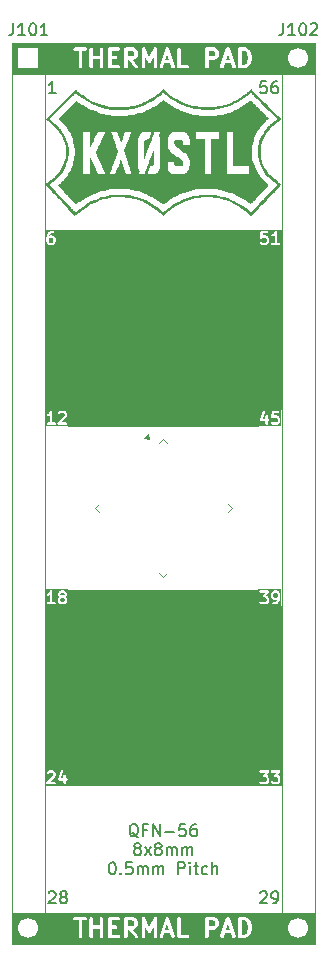
<source format=gto>
G04 #@! TF.GenerationSoftware,KiCad,Pcbnew,9.0.6*
G04 #@! TF.CreationDate,2026-01-08T14:27:29-06:00*
G04 #@! TF.ProjectId,QFN-56_8x8_P0.5,51464e2d-3536-45f3-9878-385f50302e35,rev?*
G04 #@! TF.SameCoordinates,Original*
G04 #@! TF.FileFunction,Legend,Top*
G04 #@! TF.FilePolarity,Positive*
%FSLAX46Y46*%
G04 Gerber Fmt 4.6, Leading zero omitted, Abs format (unit mm)*
G04 Created by KiCad (PCBNEW 9.0.6) date 2026-01-08 14:27:29*
%MOMM*%
%LPD*%
G01*
G04 APERTURE LIST*
G04 Aperture macros list*
%AMRoundRect*
0 Rectangle with rounded corners*
0 $1 Rounding radius*
0 $2 $3 $4 $5 $6 $7 $8 $9 X,Y pos of 4 corners*
0 Add a 4 corners polygon primitive as box body*
4,1,4,$2,$3,$4,$5,$6,$7,$8,$9,$2,$3,0*
0 Add four circle primitives for the rounded corners*
1,1,$1+$1,$2,$3*
1,1,$1+$1,$4,$5*
1,1,$1+$1,$6,$7*
1,1,$1+$1,$8,$9*
0 Add four rect primitives between the rounded corners*
20,1,$1+$1,$2,$3,$4,$5,0*
20,1,$1+$1,$4,$5,$6,$7,0*
20,1,$1+$1,$6,$7,$8,$9,0*
20,1,$1+$1,$8,$9,$2,$3,0*%
%AMRotRect*
0 Rectangle, with rotation*
0 The origin of the aperture is its center*
0 $1 length*
0 $2 width*
0 $3 Rotation angle, in degrees counterclockwise*
0 Add horizontal line*
21,1,$1,$2,0,0,$3*%
G04 Aperture macros list end*
%ADD10C,0.100000*%
%ADD11C,0.200000*%
%ADD12C,0.300000*%
%ADD13C,0.150000*%
%ADD14C,0.120000*%
%ADD15C,0.000000*%
%ADD16RoundRect,0.062500X-0.424264X0.335876X0.335876X-0.424264X0.424264X-0.335876X-0.335876X0.424264X0*%
%ADD17RoundRect,0.062500X-0.424264X-0.335876X-0.335876X-0.424264X0.424264X0.335876X0.335876X0.424264X0*%
%ADD18RotRect,4.300000X4.300000X315.000000*%
%ADD19R,1.700000X1.700000*%
%ADD20C,1.700000*%
G04 APERTURE END LIST*
D10*
X125615383Y-156185374D02*
X130695383Y-156185374D01*
X130695383Y-158852624D01*
X125615383Y-158852624D01*
X125615383Y-156185374D01*
G36*
X125615383Y-156185374D02*
G01*
X130695383Y-156185374D01*
X130695383Y-158852624D01*
X125615383Y-158852624D01*
X125615383Y-156185374D01*
G37*
X130369738Y-101177643D02*
X146465738Y-101177643D01*
X146465738Y-114944643D01*
X130369738Y-114944643D01*
X130369738Y-101177643D01*
G36*
X130369738Y-101177643D02*
G01*
X146465738Y-101177643D01*
X146465738Y-114944643D01*
X130369738Y-114944643D01*
X130369738Y-101177643D01*
G37*
X128409383Y-130242000D02*
X148475383Y-130242000D01*
X148475383Y-143988000D01*
X128409383Y-143988000D01*
X128409383Y-130242000D01*
G36*
X128409383Y-130242000D02*
G01*
X148475383Y-130242000D01*
X148475383Y-143988000D01*
X128409383Y-143988000D01*
X128409383Y-130242000D01*
G37*
X130382133Y-84812138D02*
X146180883Y-84812138D01*
X146180883Y-85218538D01*
X130382133Y-85218538D01*
X130382133Y-84812138D01*
G36*
X130382133Y-84812138D02*
G01*
X146180883Y-84812138D01*
X146180883Y-85218538D01*
X130382133Y-85218538D01*
X130382133Y-84812138D01*
G37*
X146053883Y-156185374D02*
X151252383Y-156185374D01*
X151252383Y-158852624D01*
X146053883Y-158852624D01*
X146053883Y-156185374D01*
G36*
X146053883Y-156185374D02*
G01*
X151252383Y-156185374D01*
X151252383Y-158852624D01*
X146053883Y-158852624D01*
X146053883Y-156185374D01*
G37*
X129797883Y-82551288D02*
X146739633Y-82551288D01*
X146739633Y-82779888D01*
X129797883Y-82779888D01*
X129797883Y-82551288D01*
G36*
X129797883Y-82551288D02*
G01*
X146739633Y-82551288D01*
X146739633Y-82779888D01*
X129797883Y-82779888D01*
X129797883Y-82551288D01*
G37*
X130432883Y-156185374D02*
X146485633Y-156185374D01*
X146485633Y-156413724D01*
X130432883Y-156413724D01*
X130432883Y-156185374D01*
G36*
X130432883Y-156185374D02*
G01*
X146485633Y-156185374D01*
X146485633Y-156413724D01*
X130432883Y-156413724D01*
X130432883Y-156185374D01*
G37*
X129493133Y-158446224D02*
X147196883Y-158446224D01*
X147196883Y-158852624D01*
X129493133Y-158852624D01*
X129493133Y-158446224D01*
G36*
X129493133Y-158446224D02*
G01*
X147196883Y-158446224D01*
X147196883Y-158852624D01*
X129493133Y-158852624D01*
X129493133Y-158446224D01*
G37*
X129399383Y-98401288D02*
X146495383Y-98401288D01*
X146495383Y-107088288D01*
X129399383Y-107088288D01*
X129399383Y-98401288D01*
G36*
X129399383Y-98401288D02*
G01*
X146495383Y-98401288D01*
X146495383Y-107088288D01*
X129399383Y-107088288D01*
X129399383Y-98401288D01*
G37*
X130374383Y-128833000D02*
X146430383Y-128833000D01*
X146430383Y-134980000D01*
X130374383Y-134980000D01*
X130374383Y-128833000D01*
G36*
X130374383Y-128833000D02*
G01*
X146430383Y-128833000D01*
X146430383Y-134980000D01*
X130374383Y-134980000D01*
X130374383Y-128833000D01*
G37*
X128409383Y-99779288D02*
X148475383Y-99779288D01*
X148475383Y-113546288D01*
X128409383Y-113546288D01*
X128409383Y-99779288D01*
G36*
X128409383Y-99779288D02*
G01*
X148475383Y-99779288D01*
X148475383Y-113546288D01*
X128409383Y-113546288D01*
X128409383Y-99779288D01*
G37*
X125615383Y-82551288D02*
X130695383Y-82551288D01*
X130695383Y-85218538D01*
X125615383Y-85218538D01*
X125615383Y-82551288D01*
G36*
X125615383Y-82551288D02*
G01*
X130695383Y-82551288D01*
X130695383Y-85218538D01*
X125615383Y-85218538D01*
X125615383Y-82551288D01*
G37*
X130420624Y-136691010D02*
X146476624Y-136691010D01*
X146476624Y-145378010D01*
X130420624Y-145378010D01*
X130420624Y-136691010D01*
G36*
X130420624Y-136691010D02*
G01*
X146476624Y-136691010D01*
X146476624Y-145378010D01*
X130420624Y-145378010D01*
X130420624Y-136691010D01*
G37*
X146066633Y-82551288D02*
X151252383Y-82551288D01*
X151252383Y-85218538D01*
X146066633Y-85218538D01*
X146066633Y-82551288D01*
G36*
X146066633Y-82551288D02*
G01*
X151252383Y-82551288D01*
X151252383Y-85218538D01*
X146066633Y-85218538D01*
X146066633Y-82551288D01*
G37*
D11*
G36*
X148068069Y-129126121D02*
G01*
X148092738Y-129150789D01*
X148122543Y-129210399D01*
X148122543Y-129401280D01*
X148092738Y-129460889D01*
X148068069Y-129485557D01*
X148008460Y-129515363D01*
X147865198Y-129515363D01*
X147805588Y-129485558D01*
X147780920Y-129460889D01*
X147751115Y-129401279D01*
X147751115Y-129210399D01*
X147780920Y-129150789D01*
X147805588Y-129126120D01*
X147865198Y-129096316D01*
X148008460Y-129096316D01*
X148068069Y-129126121D01*
G37*
G36*
X148433654Y-130207427D02*
G01*
X146441925Y-130207427D01*
X146441925Y-128976807D01*
X146553036Y-128976807D01*
X146553036Y-129015825D01*
X146567968Y-129051873D01*
X146595558Y-129079463D01*
X146631606Y-129094395D01*
X146651115Y-129096316D01*
X147049785Y-129096316D01*
X146861571Y-129311418D01*
X146855541Y-129319851D01*
X146853682Y-129321711D01*
X146852951Y-129323474D01*
X146850170Y-129327365D01*
X146844965Y-129342753D01*
X146838750Y-129357759D01*
X146838750Y-129361132D01*
X146837670Y-129364326D01*
X146838750Y-129380528D01*
X146838750Y-129396777D01*
X146840040Y-129399892D01*
X146840265Y-129403258D01*
X146847465Y-129417818D01*
X146853682Y-129432825D01*
X146856066Y-129435209D01*
X146857562Y-129438233D01*
X146869787Y-129448930D01*
X146881272Y-129460415D01*
X146884386Y-129461705D01*
X146886926Y-129463927D01*
X146902314Y-129469131D01*
X146917320Y-129475347D01*
X146922079Y-129475815D01*
X146923887Y-129476427D01*
X146926511Y-129476252D01*
X146936829Y-129477268D01*
X147056079Y-129477268D01*
X147115688Y-129507073D01*
X147140357Y-129531741D01*
X147170162Y-129591351D01*
X147170162Y-129782232D01*
X147140357Y-129841840D01*
X147115688Y-129866510D01*
X147056079Y-129896316D01*
X146817579Y-129896316D01*
X146757969Y-129866511D01*
X146721826Y-129830367D01*
X146706673Y-129817930D01*
X146670625Y-129802999D01*
X146631607Y-129802998D01*
X146595558Y-129817929D01*
X146567968Y-129845519D01*
X146553037Y-129881567D01*
X146553036Y-129920585D01*
X146567967Y-129956634D01*
X146580404Y-129971787D01*
X146628022Y-130019407D01*
X146635690Y-130025700D01*
X146637422Y-130027697D01*
X146640430Y-130029590D01*
X146643176Y-130031844D01*
X146645616Y-130032854D01*
X146654013Y-130038140D01*
X146749250Y-130085759D01*
X146767559Y-130092765D01*
X146771142Y-130093019D01*
X146774463Y-130094395D01*
X146793972Y-130096316D01*
X147079686Y-130096316D01*
X147099195Y-130094395D01*
X147102515Y-130093019D01*
X147106099Y-130092765D01*
X147124407Y-130085759D01*
X147219645Y-130038140D01*
X147228040Y-130032855D01*
X147230482Y-130031844D01*
X147233229Y-130029588D01*
X147236235Y-130027697D01*
X147237965Y-130025702D01*
X147245635Y-130019407D01*
X147293254Y-129971787D01*
X147299546Y-129964120D01*
X147301543Y-129962389D01*
X147303436Y-129959381D01*
X147305691Y-129956634D01*
X147306702Y-129954192D01*
X147311986Y-129945798D01*
X147359605Y-129850561D01*
X147366611Y-129832252D01*
X147366865Y-129828668D01*
X147368241Y-129825348D01*
X147370162Y-129805839D01*
X147370162Y-129567744D01*
X147368241Y-129548235D01*
X147366865Y-129544914D01*
X147366611Y-129541331D01*
X147359605Y-129523022D01*
X147311986Y-129427785D01*
X147306700Y-129419388D01*
X147305690Y-129416948D01*
X147303436Y-129414202D01*
X147301543Y-129411194D01*
X147299545Y-129409461D01*
X147293253Y-129401795D01*
X147245635Y-129354176D01*
X147237964Y-129347881D01*
X147236235Y-129345887D01*
X147233227Y-129343993D01*
X147230481Y-129341740D01*
X147228041Y-129340729D01*
X147219645Y-129335444D01*
X147140797Y-129296020D01*
X147236372Y-129186792D01*
X147551115Y-129186792D01*
X147551115Y-129424887D01*
X147553036Y-129444396D01*
X147554411Y-129447716D01*
X147554666Y-129451300D01*
X147561672Y-129469608D01*
X147609291Y-129564846D01*
X147614576Y-129573242D01*
X147615587Y-129575682D01*
X147617840Y-129578428D01*
X147619734Y-129581436D01*
X147621728Y-129583165D01*
X147628023Y-129590836D01*
X147675642Y-129638454D01*
X147683308Y-129644746D01*
X147685041Y-129646744D01*
X147688049Y-129648637D01*
X147690795Y-129650891D01*
X147693235Y-129651901D01*
X147701632Y-129657187D01*
X147796869Y-129704806D01*
X147815178Y-129711812D01*
X147818761Y-129712066D01*
X147822082Y-129713442D01*
X147841591Y-129715363D01*
X148032067Y-129715363D01*
X148051576Y-129713442D01*
X148054896Y-129712066D01*
X148058480Y-129711812D01*
X148076788Y-129704806D01*
X148086401Y-129699999D01*
X148082111Y-129717161D01*
X148001974Y-129837366D01*
X147972831Y-129866510D01*
X147913222Y-129896316D01*
X147746353Y-129896316D01*
X147726844Y-129898237D01*
X147690796Y-129913169D01*
X147663206Y-129940759D01*
X147648274Y-129976807D01*
X147648274Y-130015825D01*
X147663206Y-130051873D01*
X147690796Y-130079463D01*
X147726844Y-130094395D01*
X147746353Y-130096316D01*
X147936829Y-130096316D01*
X147956338Y-130094395D01*
X147959658Y-130093019D01*
X147963242Y-130092765D01*
X147981550Y-130085759D01*
X148076788Y-130038140D01*
X148085183Y-130032855D01*
X148087625Y-130031844D01*
X148090372Y-130029588D01*
X148093378Y-130027697D01*
X148095108Y-130025702D01*
X148102778Y-130019407D01*
X148150397Y-129971787D01*
X148150439Y-129971734D01*
X148150471Y-129971714D01*
X148156610Y-129964216D01*
X148162834Y-129956634D01*
X148162848Y-129956598D01*
X148162891Y-129956547D01*
X148258129Y-129813690D01*
X148263871Y-129802920D01*
X148265343Y-129800934D01*
X148266181Y-129798588D01*
X148267352Y-129796392D01*
X148267831Y-129793968D01*
X148271938Y-129782474D01*
X148319557Y-129591998D01*
X148320057Y-129588616D01*
X148320622Y-129587253D01*
X148321345Y-129579902D01*
X148322425Y-129572605D01*
X148322207Y-129571146D01*
X148322543Y-129567744D01*
X148322543Y-129186792D01*
X148320622Y-129167283D01*
X148319246Y-129163962D01*
X148318992Y-129160379D01*
X148311986Y-129142070D01*
X148264367Y-129046833D01*
X148259081Y-129038436D01*
X148258071Y-129035996D01*
X148255817Y-129033250D01*
X148253924Y-129030242D01*
X148251926Y-129028509D01*
X148245634Y-129020843D01*
X148198016Y-128973224D01*
X148190345Y-128966929D01*
X148188616Y-128964935D01*
X148185608Y-128963041D01*
X148182862Y-128960788D01*
X148180422Y-128959777D01*
X148172026Y-128954492D01*
X148076788Y-128906873D01*
X148058480Y-128899867D01*
X148054896Y-128899612D01*
X148051576Y-128898237D01*
X148032067Y-128896316D01*
X147841591Y-128896316D01*
X147822082Y-128898237D01*
X147818761Y-128899612D01*
X147815178Y-128899867D01*
X147796869Y-128906873D01*
X147701632Y-128954492D01*
X147693235Y-128959777D01*
X147690795Y-128960788D01*
X147688049Y-128963041D01*
X147685041Y-128964935D01*
X147683308Y-128966932D01*
X147675642Y-128973225D01*
X147628023Y-129020843D01*
X147621728Y-129028513D01*
X147619734Y-129030243D01*
X147617840Y-129033250D01*
X147615587Y-129035997D01*
X147614576Y-129038436D01*
X147609291Y-129046833D01*
X147561672Y-129142071D01*
X147554666Y-129160379D01*
X147554411Y-129163962D01*
X147553036Y-129167283D01*
X147551115Y-129186792D01*
X147236372Y-129186792D01*
X147345420Y-129062166D01*
X147351449Y-129053732D01*
X147353309Y-129051873D01*
X147354039Y-129050109D01*
X147356821Y-129046219D01*
X147362025Y-129030830D01*
X147368241Y-129015825D01*
X147368241Y-129012451D01*
X147369321Y-129009258D01*
X147368241Y-128993055D01*
X147368241Y-128976807D01*
X147366950Y-128973691D01*
X147366726Y-128970326D01*
X147359523Y-128955760D01*
X147353309Y-128940759D01*
X147350925Y-128938375D01*
X147349430Y-128935351D01*
X147337196Y-128924646D01*
X147325719Y-128913169D01*
X147322605Y-128911879D01*
X147320066Y-128909657D01*
X147304674Y-128904451D01*
X147289671Y-128898237D01*
X147284911Y-128897768D01*
X147283104Y-128897157D01*
X147280479Y-128897331D01*
X147270162Y-128896316D01*
X146651115Y-128896316D01*
X146631606Y-128898237D01*
X146595558Y-128913169D01*
X146567968Y-128940759D01*
X146553036Y-128976807D01*
X146441925Y-128976807D01*
X146441925Y-128785205D01*
X148433654Y-128785205D01*
X148433654Y-130207427D01*
G37*
X147153328Y-85813507D02*
X146677138Y-85813507D01*
X146677138Y-85813507D02*
X146629519Y-86289697D01*
X146629519Y-86289697D02*
X146677138Y-86242078D01*
X146677138Y-86242078D02*
X146772376Y-86194459D01*
X146772376Y-86194459D02*
X147010471Y-86194459D01*
X147010471Y-86194459D02*
X147105709Y-86242078D01*
X147105709Y-86242078D02*
X147153328Y-86289697D01*
X147153328Y-86289697D02*
X147200947Y-86384935D01*
X147200947Y-86384935D02*
X147200947Y-86623030D01*
X147200947Y-86623030D02*
X147153328Y-86718268D01*
X147153328Y-86718268D02*
X147105709Y-86765888D01*
X147105709Y-86765888D02*
X147010471Y-86813507D01*
X147010471Y-86813507D02*
X146772376Y-86813507D01*
X146772376Y-86813507D02*
X146677138Y-86765888D01*
X146677138Y-86765888D02*
X146629519Y-86718268D01*
X148058090Y-85813507D02*
X147867614Y-85813507D01*
X147867614Y-85813507D02*
X147772376Y-85861126D01*
X147772376Y-85861126D02*
X147724757Y-85908745D01*
X147724757Y-85908745D02*
X147629519Y-86051602D01*
X147629519Y-86051602D02*
X147581900Y-86242078D01*
X147581900Y-86242078D02*
X147581900Y-86623030D01*
X147581900Y-86623030D02*
X147629519Y-86718268D01*
X147629519Y-86718268D02*
X147677138Y-86765888D01*
X147677138Y-86765888D02*
X147772376Y-86813507D01*
X147772376Y-86813507D02*
X147962852Y-86813507D01*
X147962852Y-86813507D02*
X148058090Y-86765888D01*
X148058090Y-86765888D02*
X148105709Y-86718268D01*
X148105709Y-86718268D02*
X148153328Y-86623030D01*
X148153328Y-86623030D02*
X148153328Y-86384935D01*
X148153328Y-86384935D02*
X148105709Y-86289697D01*
X148105709Y-86289697D02*
X148058090Y-86242078D01*
X148058090Y-86242078D02*
X147962852Y-86194459D01*
X147962852Y-86194459D02*
X147772376Y-86194459D01*
X147772376Y-86194459D02*
X147677138Y-86242078D01*
X147677138Y-86242078D02*
X147629519Y-86289697D01*
X147629519Y-86289697D02*
X147581900Y-86384935D01*
X146629519Y-154487457D02*
X146677138Y-154439838D01*
X146677138Y-154439838D02*
X146772376Y-154392219D01*
X146772376Y-154392219D02*
X147010471Y-154392219D01*
X147010471Y-154392219D02*
X147105709Y-154439838D01*
X147105709Y-154439838D02*
X147153328Y-154487457D01*
X147153328Y-154487457D02*
X147200947Y-154582695D01*
X147200947Y-154582695D02*
X147200947Y-154677933D01*
X147200947Y-154677933D02*
X147153328Y-154820790D01*
X147153328Y-154820790D02*
X146581900Y-155392219D01*
X146581900Y-155392219D02*
X147200947Y-155392219D01*
X147677138Y-155392219D02*
X147867614Y-155392219D01*
X147867614Y-155392219D02*
X147962852Y-155344600D01*
X147962852Y-155344600D02*
X148010471Y-155296980D01*
X148010471Y-155296980D02*
X148105709Y-155154123D01*
X148105709Y-155154123D02*
X148153328Y-154963647D01*
X148153328Y-154963647D02*
X148153328Y-154582695D01*
X148153328Y-154582695D02*
X148105709Y-154487457D01*
X148105709Y-154487457D02*
X148058090Y-154439838D01*
X148058090Y-154439838D02*
X147962852Y-154392219D01*
X147962852Y-154392219D02*
X147772376Y-154392219D01*
X147772376Y-154392219D02*
X147677138Y-154439838D01*
X147677138Y-154439838D02*
X147629519Y-154487457D01*
X147629519Y-154487457D02*
X147581900Y-154582695D01*
X147581900Y-154582695D02*
X147581900Y-154820790D01*
X147581900Y-154820790D02*
X147629519Y-154916028D01*
X147629519Y-154916028D02*
X147677138Y-154963647D01*
X147677138Y-154963647D02*
X147772376Y-155011266D01*
X147772376Y-155011266D02*
X147962852Y-155011266D01*
X147962852Y-155011266D02*
X148058090Y-154963647D01*
X148058090Y-154963647D02*
X148105709Y-154916028D01*
X148105709Y-154916028D02*
X148153328Y-154820790D01*
G36*
X130389357Y-114994618D02*
G01*
X128444111Y-114994618D01*
X128444111Y-114056714D01*
X128555222Y-114056714D01*
X128557988Y-114095634D01*
X128575437Y-114130533D01*
X128604914Y-114156097D01*
X128641930Y-114168436D01*
X128680850Y-114165670D01*
X128699158Y-114158664D01*
X128794396Y-114111045D01*
X128802792Y-114105759D01*
X128805232Y-114104749D01*
X128807978Y-114102495D01*
X128810986Y-114100602D01*
X128812715Y-114098607D01*
X128820386Y-114092313D01*
X128840151Y-114072548D01*
X128840151Y-114683507D01*
X128654437Y-114683507D01*
X128634928Y-114685428D01*
X128598880Y-114700360D01*
X128571290Y-114727950D01*
X128556358Y-114763998D01*
X128556358Y-114803016D01*
X128571290Y-114839064D01*
X128598880Y-114866654D01*
X128634928Y-114881586D01*
X128654437Y-114883507D01*
X129225865Y-114883507D01*
X129245374Y-114881586D01*
X129281422Y-114866654D01*
X129309012Y-114839064D01*
X129323944Y-114803016D01*
X129323944Y-114763998D01*
X129461120Y-114763998D01*
X129461120Y-114803016D01*
X129476052Y-114839064D01*
X129503642Y-114866654D01*
X129539690Y-114881586D01*
X129559199Y-114883507D01*
X130178246Y-114883507D01*
X130197755Y-114881586D01*
X130233803Y-114866654D01*
X130261393Y-114839064D01*
X130276325Y-114803016D01*
X130276325Y-114763998D01*
X130261393Y-114727950D01*
X130233803Y-114700360D01*
X130197755Y-114685428D01*
X130178246Y-114683507D01*
X129800621Y-114683507D01*
X130201338Y-114282789D01*
X130213774Y-114267635D01*
X130215148Y-114264316D01*
X130217504Y-114261601D01*
X130225495Y-114243701D01*
X130273114Y-114100844D01*
X130275313Y-114091171D01*
X130276325Y-114088730D01*
X130276673Y-114085192D01*
X130277461Y-114081729D01*
X130277273Y-114079094D01*
X130278246Y-114069221D01*
X130278246Y-113973983D01*
X130276325Y-113954474D01*
X130274949Y-113951153D01*
X130274695Y-113947570D01*
X130267689Y-113929261D01*
X130220070Y-113834024D01*
X130214784Y-113825627D01*
X130213774Y-113823187D01*
X130211520Y-113820441D01*
X130209627Y-113817433D01*
X130207629Y-113815700D01*
X130201337Y-113808034D01*
X130153719Y-113760415D01*
X130146048Y-113754120D01*
X130144319Y-113752126D01*
X130141311Y-113750232D01*
X130138565Y-113747979D01*
X130136125Y-113746968D01*
X130127729Y-113741683D01*
X130032491Y-113694064D01*
X130014183Y-113687058D01*
X130010599Y-113686803D01*
X130007279Y-113685428D01*
X129987770Y-113683507D01*
X129749675Y-113683507D01*
X129730166Y-113685428D01*
X129726845Y-113686803D01*
X129723262Y-113687058D01*
X129704953Y-113694064D01*
X129609716Y-113741683D01*
X129601319Y-113746968D01*
X129598879Y-113747979D01*
X129596133Y-113750232D01*
X129593125Y-113752126D01*
X129591392Y-113754123D01*
X129583726Y-113760416D01*
X129536107Y-113808034D01*
X129523671Y-113823188D01*
X129508739Y-113859236D01*
X129508739Y-113898254D01*
X129523671Y-113934302D01*
X129551261Y-113961892D01*
X129587309Y-113976824D01*
X129626327Y-113976824D01*
X129662375Y-113961892D01*
X129677529Y-113949456D01*
X129713672Y-113913311D01*
X129773282Y-113883507D01*
X129964163Y-113883507D01*
X130023772Y-113913312D01*
X130048441Y-113937980D01*
X130078246Y-113997590D01*
X130078246Y-114052994D01*
X130043224Y-114158058D01*
X129488488Y-114712796D01*
X129476052Y-114727950D01*
X129461120Y-114763998D01*
X129323944Y-114763998D01*
X129309012Y-114727950D01*
X129281422Y-114700360D01*
X129245374Y-114685428D01*
X129225865Y-114683507D01*
X129040151Y-114683507D01*
X129040151Y-113783507D01*
X129040144Y-113783436D01*
X129040151Y-113783402D01*
X129040130Y-113783300D01*
X129038230Y-113763998D01*
X129034440Y-113754849D01*
X129032499Y-113745142D01*
X129027047Y-113737001D01*
X129023298Y-113727950D01*
X129016298Y-113720950D01*
X129010788Y-113712722D01*
X129002633Y-113707285D01*
X128995708Y-113700360D01*
X128986564Y-113696572D01*
X128978323Y-113691078D01*
X128968709Y-113689176D01*
X128959660Y-113685428D01*
X128949759Y-113685428D01*
X128940047Y-113683507D01*
X128930442Y-113685428D01*
X128920642Y-113685428D01*
X128911493Y-113689217D01*
X128901786Y-113691159D01*
X128893645Y-113696610D01*
X128884594Y-113700360D01*
X128877594Y-113707359D01*
X128869366Y-113712870D01*
X128857077Y-113727876D01*
X128857004Y-113727950D01*
X128856990Y-113727982D01*
X128856946Y-113728037D01*
X128767202Y-113862653D01*
X128690438Y-113939416D01*
X128609716Y-113979778D01*
X128593125Y-113990221D01*
X128567561Y-114019698D01*
X128555222Y-114056714D01*
X128444111Y-114056714D01*
X128444111Y-113572396D01*
X130389357Y-113572396D01*
X130389357Y-114994618D01*
G37*
X136299525Y-149798205D02*
X136204287Y-149750586D01*
X136204287Y-149750586D02*
X136109049Y-149655348D01*
X136109049Y-149655348D02*
X135966192Y-149512490D01*
X135966192Y-149512490D02*
X135870954Y-149464871D01*
X135870954Y-149464871D02*
X135775716Y-149464871D01*
X135823335Y-149702967D02*
X135728097Y-149655348D01*
X135728097Y-149655348D02*
X135632859Y-149560109D01*
X135632859Y-149560109D02*
X135585240Y-149369633D01*
X135585240Y-149369633D02*
X135585240Y-149036300D01*
X135585240Y-149036300D02*
X135632859Y-148845824D01*
X135632859Y-148845824D02*
X135728097Y-148750586D01*
X135728097Y-148750586D02*
X135823335Y-148702967D01*
X135823335Y-148702967D02*
X136013811Y-148702967D01*
X136013811Y-148702967D02*
X136109049Y-148750586D01*
X136109049Y-148750586D02*
X136204287Y-148845824D01*
X136204287Y-148845824D02*
X136251906Y-149036300D01*
X136251906Y-149036300D02*
X136251906Y-149369633D01*
X136251906Y-149369633D02*
X136204287Y-149560109D01*
X136204287Y-149560109D02*
X136109049Y-149655348D01*
X136109049Y-149655348D02*
X136013811Y-149702967D01*
X136013811Y-149702967D02*
X135823335Y-149702967D01*
X137013811Y-149179157D02*
X136680478Y-149179157D01*
X136680478Y-149702967D02*
X136680478Y-148702967D01*
X136680478Y-148702967D02*
X137156668Y-148702967D01*
X137537621Y-149702967D02*
X137537621Y-148702967D01*
X137537621Y-148702967D02*
X138109049Y-149702967D01*
X138109049Y-149702967D02*
X138109049Y-148702967D01*
X138585240Y-149322014D02*
X139347145Y-149322014D01*
X140299525Y-148702967D02*
X139823335Y-148702967D01*
X139823335Y-148702967D02*
X139775716Y-149179157D01*
X139775716Y-149179157D02*
X139823335Y-149131538D01*
X139823335Y-149131538D02*
X139918573Y-149083919D01*
X139918573Y-149083919D02*
X140156668Y-149083919D01*
X140156668Y-149083919D02*
X140251906Y-149131538D01*
X140251906Y-149131538D02*
X140299525Y-149179157D01*
X140299525Y-149179157D02*
X140347144Y-149274395D01*
X140347144Y-149274395D02*
X140347144Y-149512490D01*
X140347144Y-149512490D02*
X140299525Y-149607728D01*
X140299525Y-149607728D02*
X140251906Y-149655348D01*
X140251906Y-149655348D02*
X140156668Y-149702967D01*
X140156668Y-149702967D02*
X139918573Y-149702967D01*
X139918573Y-149702967D02*
X139823335Y-149655348D01*
X139823335Y-149655348D02*
X139775716Y-149607728D01*
X141204287Y-148702967D02*
X141013811Y-148702967D01*
X141013811Y-148702967D02*
X140918573Y-148750586D01*
X140918573Y-148750586D02*
X140870954Y-148798205D01*
X140870954Y-148798205D02*
X140775716Y-148941062D01*
X140775716Y-148941062D02*
X140728097Y-149131538D01*
X140728097Y-149131538D02*
X140728097Y-149512490D01*
X140728097Y-149512490D02*
X140775716Y-149607728D01*
X140775716Y-149607728D02*
X140823335Y-149655348D01*
X140823335Y-149655348D02*
X140918573Y-149702967D01*
X140918573Y-149702967D02*
X141109049Y-149702967D01*
X141109049Y-149702967D02*
X141204287Y-149655348D01*
X141204287Y-149655348D02*
X141251906Y-149607728D01*
X141251906Y-149607728D02*
X141299525Y-149512490D01*
X141299525Y-149512490D02*
X141299525Y-149274395D01*
X141299525Y-149274395D02*
X141251906Y-149179157D01*
X141251906Y-149179157D02*
X141204287Y-149131538D01*
X141204287Y-149131538D02*
X141109049Y-149083919D01*
X141109049Y-149083919D02*
X140918573Y-149083919D01*
X140918573Y-149083919D02*
X140823335Y-149131538D01*
X140823335Y-149131538D02*
X140775716Y-149179157D01*
X140775716Y-149179157D02*
X140728097Y-149274395D01*
X136132859Y-150741482D02*
X136037621Y-150693863D01*
X136037621Y-150693863D02*
X135990002Y-150646244D01*
X135990002Y-150646244D02*
X135942383Y-150551006D01*
X135942383Y-150551006D02*
X135942383Y-150503387D01*
X135942383Y-150503387D02*
X135990002Y-150408149D01*
X135990002Y-150408149D02*
X136037621Y-150360530D01*
X136037621Y-150360530D02*
X136132859Y-150312911D01*
X136132859Y-150312911D02*
X136323335Y-150312911D01*
X136323335Y-150312911D02*
X136418573Y-150360530D01*
X136418573Y-150360530D02*
X136466192Y-150408149D01*
X136466192Y-150408149D02*
X136513811Y-150503387D01*
X136513811Y-150503387D02*
X136513811Y-150551006D01*
X136513811Y-150551006D02*
X136466192Y-150646244D01*
X136466192Y-150646244D02*
X136418573Y-150693863D01*
X136418573Y-150693863D02*
X136323335Y-150741482D01*
X136323335Y-150741482D02*
X136132859Y-150741482D01*
X136132859Y-150741482D02*
X136037621Y-150789101D01*
X136037621Y-150789101D02*
X135990002Y-150836720D01*
X135990002Y-150836720D02*
X135942383Y-150931958D01*
X135942383Y-150931958D02*
X135942383Y-151122434D01*
X135942383Y-151122434D02*
X135990002Y-151217672D01*
X135990002Y-151217672D02*
X136037621Y-151265292D01*
X136037621Y-151265292D02*
X136132859Y-151312911D01*
X136132859Y-151312911D02*
X136323335Y-151312911D01*
X136323335Y-151312911D02*
X136418573Y-151265292D01*
X136418573Y-151265292D02*
X136466192Y-151217672D01*
X136466192Y-151217672D02*
X136513811Y-151122434D01*
X136513811Y-151122434D02*
X136513811Y-150931958D01*
X136513811Y-150931958D02*
X136466192Y-150836720D01*
X136466192Y-150836720D02*
X136418573Y-150789101D01*
X136418573Y-150789101D02*
X136323335Y-150741482D01*
X136847145Y-151312911D02*
X137370954Y-150646244D01*
X136847145Y-150646244D02*
X137370954Y-151312911D01*
X137894764Y-150741482D02*
X137799526Y-150693863D01*
X137799526Y-150693863D02*
X137751907Y-150646244D01*
X137751907Y-150646244D02*
X137704288Y-150551006D01*
X137704288Y-150551006D02*
X137704288Y-150503387D01*
X137704288Y-150503387D02*
X137751907Y-150408149D01*
X137751907Y-150408149D02*
X137799526Y-150360530D01*
X137799526Y-150360530D02*
X137894764Y-150312911D01*
X137894764Y-150312911D02*
X138085240Y-150312911D01*
X138085240Y-150312911D02*
X138180478Y-150360530D01*
X138180478Y-150360530D02*
X138228097Y-150408149D01*
X138228097Y-150408149D02*
X138275716Y-150503387D01*
X138275716Y-150503387D02*
X138275716Y-150551006D01*
X138275716Y-150551006D02*
X138228097Y-150646244D01*
X138228097Y-150646244D02*
X138180478Y-150693863D01*
X138180478Y-150693863D02*
X138085240Y-150741482D01*
X138085240Y-150741482D02*
X137894764Y-150741482D01*
X137894764Y-150741482D02*
X137799526Y-150789101D01*
X137799526Y-150789101D02*
X137751907Y-150836720D01*
X137751907Y-150836720D02*
X137704288Y-150931958D01*
X137704288Y-150931958D02*
X137704288Y-151122434D01*
X137704288Y-151122434D02*
X137751907Y-151217672D01*
X137751907Y-151217672D02*
X137799526Y-151265292D01*
X137799526Y-151265292D02*
X137894764Y-151312911D01*
X137894764Y-151312911D02*
X138085240Y-151312911D01*
X138085240Y-151312911D02*
X138180478Y-151265292D01*
X138180478Y-151265292D02*
X138228097Y-151217672D01*
X138228097Y-151217672D02*
X138275716Y-151122434D01*
X138275716Y-151122434D02*
X138275716Y-150931958D01*
X138275716Y-150931958D02*
X138228097Y-150836720D01*
X138228097Y-150836720D02*
X138180478Y-150789101D01*
X138180478Y-150789101D02*
X138085240Y-150741482D01*
X138704288Y-151312911D02*
X138704288Y-150646244D01*
X138704288Y-150741482D02*
X138751907Y-150693863D01*
X138751907Y-150693863D02*
X138847145Y-150646244D01*
X138847145Y-150646244D02*
X138990002Y-150646244D01*
X138990002Y-150646244D02*
X139085240Y-150693863D01*
X139085240Y-150693863D02*
X139132859Y-150789101D01*
X139132859Y-150789101D02*
X139132859Y-151312911D01*
X139132859Y-150789101D02*
X139180478Y-150693863D01*
X139180478Y-150693863D02*
X139275716Y-150646244D01*
X139275716Y-150646244D02*
X139418573Y-150646244D01*
X139418573Y-150646244D02*
X139513812Y-150693863D01*
X139513812Y-150693863D02*
X139561431Y-150789101D01*
X139561431Y-150789101D02*
X139561431Y-151312911D01*
X140037621Y-151312911D02*
X140037621Y-150646244D01*
X140037621Y-150741482D02*
X140085240Y-150693863D01*
X140085240Y-150693863D02*
X140180478Y-150646244D01*
X140180478Y-150646244D02*
X140323335Y-150646244D01*
X140323335Y-150646244D02*
X140418573Y-150693863D01*
X140418573Y-150693863D02*
X140466192Y-150789101D01*
X140466192Y-150789101D02*
X140466192Y-151312911D01*
X140466192Y-150789101D02*
X140513811Y-150693863D01*
X140513811Y-150693863D02*
X140609049Y-150646244D01*
X140609049Y-150646244D02*
X140751906Y-150646244D01*
X140751906Y-150646244D02*
X140847145Y-150693863D01*
X140847145Y-150693863D02*
X140894764Y-150789101D01*
X140894764Y-150789101D02*
X140894764Y-151312911D01*
X134061431Y-151922855D02*
X134156669Y-151922855D01*
X134156669Y-151922855D02*
X134251907Y-151970474D01*
X134251907Y-151970474D02*
X134299526Y-152018093D01*
X134299526Y-152018093D02*
X134347145Y-152113331D01*
X134347145Y-152113331D02*
X134394764Y-152303807D01*
X134394764Y-152303807D02*
X134394764Y-152541902D01*
X134394764Y-152541902D02*
X134347145Y-152732378D01*
X134347145Y-152732378D02*
X134299526Y-152827616D01*
X134299526Y-152827616D02*
X134251907Y-152875236D01*
X134251907Y-152875236D02*
X134156669Y-152922855D01*
X134156669Y-152922855D02*
X134061431Y-152922855D01*
X134061431Y-152922855D02*
X133966193Y-152875236D01*
X133966193Y-152875236D02*
X133918574Y-152827616D01*
X133918574Y-152827616D02*
X133870955Y-152732378D01*
X133870955Y-152732378D02*
X133823336Y-152541902D01*
X133823336Y-152541902D02*
X133823336Y-152303807D01*
X133823336Y-152303807D02*
X133870955Y-152113331D01*
X133870955Y-152113331D02*
X133918574Y-152018093D01*
X133918574Y-152018093D02*
X133966193Y-151970474D01*
X133966193Y-151970474D02*
X134061431Y-151922855D01*
X134823336Y-152827616D02*
X134870955Y-152875236D01*
X134870955Y-152875236D02*
X134823336Y-152922855D01*
X134823336Y-152922855D02*
X134775717Y-152875236D01*
X134775717Y-152875236D02*
X134823336Y-152827616D01*
X134823336Y-152827616D02*
X134823336Y-152922855D01*
X135775716Y-151922855D02*
X135299526Y-151922855D01*
X135299526Y-151922855D02*
X135251907Y-152399045D01*
X135251907Y-152399045D02*
X135299526Y-152351426D01*
X135299526Y-152351426D02*
X135394764Y-152303807D01*
X135394764Y-152303807D02*
X135632859Y-152303807D01*
X135632859Y-152303807D02*
X135728097Y-152351426D01*
X135728097Y-152351426D02*
X135775716Y-152399045D01*
X135775716Y-152399045D02*
X135823335Y-152494283D01*
X135823335Y-152494283D02*
X135823335Y-152732378D01*
X135823335Y-152732378D02*
X135775716Y-152827616D01*
X135775716Y-152827616D02*
X135728097Y-152875236D01*
X135728097Y-152875236D02*
X135632859Y-152922855D01*
X135632859Y-152922855D02*
X135394764Y-152922855D01*
X135394764Y-152922855D02*
X135299526Y-152875236D01*
X135299526Y-152875236D02*
X135251907Y-152827616D01*
X136251907Y-152922855D02*
X136251907Y-152256188D01*
X136251907Y-152351426D02*
X136299526Y-152303807D01*
X136299526Y-152303807D02*
X136394764Y-152256188D01*
X136394764Y-152256188D02*
X136537621Y-152256188D01*
X136537621Y-152256188D02*
X136632859Y-152303807D01*
X136632859Y-152303807D02*
X136680478Y-152399045D01*
X136680478Y-152399045D02*
X136680478Y-152922855D01*
X136680478Y-152399045D02*
X136728097Y-152303807D01*
X136728097Y-152303807D02*
X136823335Y-152256188D01*
X136823335Y-152256188D02*
X136966192Y-152256188D01*
X136966192Y-152256188D02*
X137061431Y-152303807D01*
X137061431Y-152303807D02*
X137109050Y-152399045D01*
X137109050Y-152399045D02*
X137109050Y-152922855D01*
X137585240Y-152922855D02*
X137585240Y-152256188D01*
X137585240Y-152351426D02*
X137632859Y-152303807D01*
X137632859Y-152303807D02*
X137728097Y-152256188D01*
X137728097Y-152256188D02*
X137870954Y-152256188D01*
X137870954Y-152256188D02*
X137966192Y-152303807D01*
X137966192Y-152303807D02*
X138013811Y-152399045D01*
X138013811Y-152399045D02*
X138013811Y-152922855D01*
X138013811Y-152399045D02*
X138061430Y-152303807D01*
X138061430Y-152303807D02*
X138156668Y-152256188D01*
X138156668Y-152256188D02*
X138299525Y-152256188D01*
X138299525Y-152256188D02*
X138394764Y-152303807D01*
X138394764Y-152303807D02*
X138442383Y-152399045D01*
X138442383Y-152399045D02*
X138442383Y-152922855D01*
X139680478Y-152922855D02*
X139680478Y-151922855D01*
X139680478Y-151922855D02*
X140061430Y-151922855D01*
X140061430Y-151922855D02*
X140156668Y-151970474D01*
X140156668Y-151970474D02*
X140204287Y-152018093D01*
X140204287Y-152018093D02*
X140251906Y-152113331D01*
X140251906Y-152113331D02*
X140251906Y-152256188D01*
X140251906Y-152256188D02*
X140204287Y-152351426D01*
X140204287Y-152351426D02*
X140156668Y-152399045D01*
X140156668Y-152399045D02*
X140061430Y-152446664D01*
X140061430Y-152446664D02*
X139680478Y-152446664D01*
X140680478Y-152922855D02*
X140680478Y-152256188D01*
X140680478Y-151922855D02*
X140632859Y-151970474D01*
X140632859Y-151970474D02*
X140680478Y-152018093D01*
X140680478Y-152018093D02*
X140728097Y-151970474D01*
X140728097Y-151970474D02*
X140680478Y-151922855D01*
X140680478Y-151922855D02*
X140680478Y-152018093D01*
X141013811Y-152256188D02*
X141394763Y-152256188D01*
X141156668Y-151922855D02*
X141156668Y-152779997D01*
X141156668Y-152779997D02*
X141204287Y-152875236D01*
X141204287Y-152875236D02*
X141299525Y-152922855D01*
X141299525Y-152922855D02*
X141394763Y-152922855D01*
X142156668Y-152875236D02*
X142061430Y-152922855D01*
X142061430Y-152922855D02*
X141870954Y-152922855D01*
X141870954Y-152922855D02*
X141775716Y-152875236D01*
X141775716Y-152875236D02*
X141728097Y-152827616D01*
X141728097Y-152827616D02*
X141680478Y-152732378D01*
X141680478Y-152732378D02*
X141680478Y-152446664D01*
X141680478Y-152446664D02*
X141728097Y-152351426D01*
X141728097Y-152351426D02*
X141775716Y-152303807D01*
X141775716Y-152303807D02*
X141870954Y-152256188D01*
X141870954Y-152256188D02*
X142061430Y-152256188D01*
X142061430Y-152256188D02*
X142156668Y-152303807D01*
X142585240Y-152922855D02*
X142585240Y-151922855D01*
X143013811Y-152922855D02*
X143013811Y-152399045D01*
X143013811Y-152399045D02*
X142966192Y-152303807D01*
X142966192Y-152303807D02*
X142870954Y-152256188D01*
X142870954Y-152256188D02*
X142728097Y-152256188D01*
X142728097Y-152256188D02*
X142632859Y-152303807D01*
X142632859Y-152303807D02*
X142585240Y-152351426D01*
G36*
X148439518Y-99772220D02*
G01*
X146495875Y-99772220D01*
X146495875Y-99046952D01*
X146606986Y-99046952D01*
X146608440Y-99051770D01*
X146608440Y-99056808D01*
X146614036Y-99070317D01*
X146618257Y-99084307D01*
X146621444Y-99088203D01*
X146623372Y-99092856D01*
X146633708Y-99103192D01*
X146642964Y-99114505D01*
X146647401Y-99116885D01*
X146650962Y-99120446D01*
X146664467Y-99126040D01*
X146677348Y-99132950D01*
X146682357Y-99133450D01*
X146687010Y-99135378D01*
X146701631Y-99135378D01*
X146716172Y-99136832D01*
X146720991Y-99135378D01*
X146726028Y-99135378D01*
X146739537Y-99129781D01*
X146753527Y-99125561D01*
X146757423Y-99122373D01*
X146762076Y-99120446D01*
X146777230Y-99108010D01*
X146813373Y-99071865D01*
X146872983Y-99042061D01*
X147063864Y-99042061D01*
X147123473Y-99071866D01*
X147148142Y-99096534D01*
X147177947Y-99156144D01*
X147177947Y-99347025D01*
X147148142Y-99406633D01*
X147123473Y-99431303D01*
X147063864Y-99461109D01*
X146872983Y-99461109D01*
X146813373Y-99431304D01*
X146777230Y-99395160D01*
X146762077Y-99382723D01*
X146726029Y-99367792D01*
X146687011Y-99367791D01*
X146650962Y-99382722D01*
X146623372Y-99410312D01*
X146608441Y-99446360D01*
X146608440Y-99485378D01*
X146623371Y-99521427D01*
X146635808Y-99536580D01*
X146683426Y-99584200D01*
X146691094Y-99590493D01*
X146692826Y-99592490D01*
X146695834Y-99594383D01*
X146698580Y-99596637D01*
X146701020Y-99597647D01*
X146709417Y-99602933D01*
X146804654Y-99650552D01*
X146822963Y-99657558D01*
X146826546Y-99657812D01*
X146829867Y-99659188D01*
X146849376Y-99661109D01*
X147087471Y-99661109D01*
X147106980Y-99659188D01*
X147110300Y-99657812D01*
X147113884Y-99657558D01*
X147132192Y-99650552D01*
X147227430Y-99602933D01*
X147235825Y-99597648D01*
X147238267Y-99596637D01*
X147241014Y-99594381D01*
X147244020Y-99592490D01*
X147245750Y-99590495D01*
X147253420Y-99584200D01*
X147301039Y-99536580D01*
X147307331Y-99528913D01*
X147309328Y-99527182D01*
X147311221Y-99524174D01*
X147313476Y-99521427D01*
X147314487Y-99518985D01*
X147319771Y-99510591D01*
X147367390Y-99415354D01*
X147374396Y-99397045D01*
X147374650Y-99393461D01*
X147376026Y-99390141D01*
X147377947Y-99370632D01*
X147377947Y-99132537D01*
X147376026Y-99113028D01*
X147374650Y-99109707D01*
X147374396Y-99106124D01*
X147367390Y-99087815D01*
X147319771Y-98992578D01*
X147314485Y-98984181D01*
X147313475Y-98981741D01*
X147311221Y-98978995D01*
X147309328Y-98975987D01*
X147307330Y-98974254D01*
X147301038Y-98966588D01*
X147253420Y-98918969D01*
X147245749Y-98912674D01*
X147244020Y-98910680D01*
X147241012Y-98908786D01*
X147238266Y-98906533D01*
X147235826Y-98905522D01*
X147227430Y-98900237D01*
X147132192Y-98852618D01*
X147113884Y-98845612D01*
X147110300Y-98845357D01*
X147106980Y-98843982D01*
X147087471Y-98842061D01*
X146849376Y-98842061D01*
X146829867Y-98843982D01*
X146826546Y-98845357D01*
X146826209Y-98845381D01*
X146827316Y-98834316D01*
X147559685Y-98834316D01*
X147562451Y-98873236D01*
X147579900Y-98908135D01*
X147609377Y-98933699D01*
X147646393Y-98946038D01*
X147685313Y-98943272D01*
X147703621Y-98936266D01*
X147798859Y-98888647D01*
X147807255Y-98883361D01*
X147809695Y-98882351D01*
X147812441Y-98880097D01*
X147815449Y-98878204D01*
X147817178Y-98876209D01*
X147824849Y-98869915D01*
X147844614Y-98850150D01*
X147844614Y-99461109D01*
X147658900Y-99461109D01*
X147639391Y-99463030D01*
X147603343Y-99477962D01*
X147575753Y-99505552D01*
X147560821Y-99541600D01*
X147560821Y-99580618D01*
X147575753Y-99616666D01*
X147603343Y-99644256D01*
X147639391Y-99659188D01*
X147658900Y-99661109D01*
X148230328Y-99661109D01*
X148249837Y-99659188D01*
X148285885Y-99644256D01*
X148313475Y-99616666D01*
X148328407Y-99580618D01*
X148328407Y-99541600D01*
X148313475Y-99505552D01*
X148285885Y-99477962D01*
X148249837Y-99463030D01*
X148230328Y-99461109D01*
X148044614Y-99461109D01*
X148044614Y-98561109D01*
X148044607Y-98561038D01*
X148044614Y-98561004D01*
X148044593Y-98560902D01*
X148042693Y-98541600D01*
X148038903Y-98532451D01*
X148036962Y-98522744D01*
X148031510Y-98514603D01*
X148027761Y-98505552D01*
X148020761Y-98498552D01*
X148015251Y-98490324D01*
X148007096Y-98484887D01*
X148000171Y-98477962D01*
X147991027Y-98474174D01*
X147982786Y-98468680D01*
X147973172Y-98466778D01*
X147964123Y-98463030D01*
X147954222Y-98463030D01*
X147944510Y-98461109D01*
X147934905Y-98463030D01*
X147925105Y-98463030D01*
X147915956Y-98466819D01*
X147906249Y-98468761D01*
X147898108Y-98474212D01*
X147889057Y-98477962D01*
X147882057Y-98484961D01*
X147873829Y-98490472D01*
X147861540Y-98505478D01*
X147861467Y-98505552D01*
X147861453Y-98505584D01*
X147861409Y-98505639D01*
X147771665Y-98640255D01*
X147694901Y-98717018D01*
X147614179Y-98757380D01*
X147597588Y-98767823D01*
X147572024Y-98797300D01*
X147559685Y-98834316D01*
X146827316Y-98834316D01*
X146844637Y-98661109D01*
X147230328Y-98661109D01*
X147249837Y-98659188D01*
X147285885Y-98644256D01*
X147313475Y-98616666D01*
X147328407Y-98580618D01*
X147328407Y-98541600D01*
X147313475Y-98505552D01*
X147285885Y-98477962D01*
X147249837Y-98463030D01*
X147230328Y-98461109D01*
X146754138Y-98461109D01*
X146746921Y-98461819D01*
X146744485Y-98461576D01*
X146742106Y-98462293D01*
X146734629Y-98463030D01*
X146721119Y-98468626D01*
X146707130Y-98472847D01*
X146703233Y-98476034D01*
X146698581Y-98477962D01*
X146688244Y-98488298D01*
X146676932Y-98497554D01*
X146674551Y-98501991D01*
X146670991Y-98505552D01*
X146665396Y-98519057D01*
X146658487Y-98531938D01*
X146657010Y-98539302D01*
X146656059Y-98541600D01*
X146656059Y-98544050D01*
X146654634Y-98551159D01*
X146607015Y-99027349D01*
X146606986Y-99046952D01*
X146495875Y-99046952D01*
X146495875Y-98349998D01*
X148439518Y-98349998D01*
X148439518Y-99772220D01*
G37*
G36*
X148451882Y-145439791D02*
G01*
X146460153Y-145439791D01*
X146460153Y-144209171D01*
X146571264Y-144209171D01*
X146571264Y-144248189D01*
X146586196Y-144284237D01*
X146613786Y-144311827D01*
X146649834Y-144326759D01*
X146669343Y-144328680D01*
X147068013Y-144328680D01*
X146879799Y-144543782D01*
X146873769Y-144552215D01*
X146871910Y-144554075D01*
X146871179Y-144555838D01*
X146868398Y-144559729D01*
X146863193Y-144575117D01*
X146856978Y-144590123D01*
X146856978Y-144593496D01*
X146855898Y-144596690D01*
X146856978Y-144612892D01*
X146856978Y-144629141D01*
X146858268Y-144632256D01*
X146858493Y-144635622D01*
X146865693Y-144650182D01*
X146871910Y-144665189D01*
X146874294Y-144667573D01*
X146875790Y-144670597D01*
X146888015Y-144681294D01*
X146899500Y-144692779D01*
X146902614Y-144694069D01*
X146905154Y-144696291D01*
X146920542Y-144701495D01*
X146935548Y-144707711D01*
X146940307Y-144708179D01*
X146942115Y-144708791D01*
X146944739Y-144708616D01*
X146955057Y-144709632D01*
X147074307Y-144709632D01*
X147133916Y-144739437D01*
X147158585Y-144764105D01*
X147188390Y-144823715D01*
X147188390Y-145014596D01*
X147158585Y-145074204D01*
X147133916Y-145098874D01*
X147074307Y-145128680D01*
X146835807Y-145128680D01*
X146776197Y-145098875D01*
X146740054Y-145062731D01*
X146724901Y-145050294D01*
X146688853Y-145035363D01*
X146649835Y-145035362D01*
X146613786Y-145050293D01*
X146586196Y-145077883D01*
X146571265Y-145113931D01*
X146571264Y-145152949D01*
X146586195Y-145188998D01*
X146598632Y-145204151D01*
X146646250Y-145251771D01*
X146653918Y-145258064D01*
X146655650Y-145260061D01*
X146658658Y-145261954D01*
X146661404Y-145264208D01*
X146663844Y-145265218D01*
X146672241Y-145270504D01*
X146767478Y-145318123D01*
X146785787Y-145325129D01*
X146789370Y-145325383D01*
X146792691Y-145326759D01*
X146812200Y-145328680D01*
X147097914Y-145328680D01*
X147117423Y-145326759D01*
X147120743Y-145325383D01*
X147124327Y-145325129D01*
X147142635Y-145318123D01*
X147237873Y-145270504D01*
X147246268Y-145265219D01*
X147248710Y-145264208D01*
X147251457Y-145261952D01*
X147254463Y-145260061D01*
X147256193Y-145258066D01*
X147263863Y-145251771D01*
X147311482Y-145204151D01*
X147317774Y-145196484D01*
X147319771Y-145194753D01*
X147321664Y-145191745D01*
X147323919Y-145188998D01*
X147324930Y-145186556D01*
X147330214Y-145178162D01*
X147377833Y-145082925D01*
X147384839Y-145064616D01*
X147385093Y-145061032D01*
X147386469Y-145057712D01*
X147388390Y-145038203D01*
X147388390Y-144800108D01*
X147386469Y-144780599D01*
X147385093Y-144777278D01*
X147384839Y-144773695D01*
X147377833Y-144755386D01*
X147330214Y-144660149D01*
X147324928Y-144651752D01*
X147323918Y-144649312D01*
X147321664Y-144646566D01*
X147319771Y-144643558D01*
X147317773Y-144641825D01*
X147311481Y-144634159D01*
X147263863Y-144586540D01*
X147256192Y-144580245D01*
X147254463Y-144578251D01*
X147251455Y-144576357D01*
X147248709Y-144574104D01*
X147246269Y-144573093D01*
X147237873Y-144567808D01*
X147159025Y-144528384D01*
X147363648Y-144294530D01*
X147369677Y-144286096D01*
X147371537Y-144284237D01*
X147372267Y-144282473D01*
X147375049Y-144278583D01*
X147380253Y-144263194D01*
X147386469Y-144248189D01*
X147386469Y-144244815D01*
X147387549Y-144241622D01*
X147386469Y-144225419D01*
X147386469Y-144209171D01*
X147523645Y-144209171D01*
X147523645Y-144248189D01*
X147538577Y-144284237D01*
X147566167Y-144311827D01*
X147602215Y-144326759D01*
X147621724Y-144328680D01*
X148020394Y-144328680D01*
X147832180Y-144543782D01*
X147826150Y-144552215D01*
X147824291Y-144554075D01*
X147823560Y-144555838D01*
X147820779Y-144559729D01*
X147815574Y-144575117D01*
X147809359Y-144590123D01*
X147809359Y-144593496D01*
X147808279Y-144596690D01*
X147809359Y-144612892D01*
X147809359Y-144629141D01*
X147810649Y-144632256D01*
X147810874Y-144635622D01*
X147818074Y-144650182D01*
X147824291Y-144665189D01*
X147826675Y-144667573D01*
X147828171Y-144670597D01*
X147840396Y-144681294D01*
X147851881Y-144692779D01*
X147854995Y-144694069D01*
X147857535Y-144696291D01*
X147872923Y-144701495D01*
X147887929Y-144707711D01*
X147892688Y-144708179D01*
X147894496Y-144708791D01*
X147897120Y-144708616D01*
X147907438Y-144709632D01*
X148026688Y-144709632D01*
X148086297Y-144739437D01*
X148110966Y-144764105D01*
X148140771Y-144823715D01*
X148140771Y-145014596D01*
X148110966Y-145074204D01*
X148086297Y-145098874D01*
X148026688Y-145128680D01*
X147788188Y-145128680D01*
X147728578Y-145098875D01*
X147692435Y-145062731D01*
X147677282Y-145050294D01*
X147641234Y-145035363D01*
X147602216Y-145035362D01*
X147566167Y-145050293D01*
X147538577Y-145077883D01*
X147523646Y-145113931D01*
X147523645Y-145152949D01*
X147538576Y-145188998D01*
X147551013Y-145204151D01*
X147598631Y-145251771D01*
X147606299Y-145258064D01*
X147608031Y-145260061D01*
X147611039Y-145261954D01*
X147613785Y-145264208D01*
X147616225Y-145265218D01*
X147624622Y-145270504D01*
X147719859Y-145318123D01*
X147738168Y-145325129D01*
X147741751Y-145325383D01*
X147745072Y-145326759D01*
X147764581Y-145328680D01*
X148050295Y-145328680D01*
X148069804Y-145326759D01*
X148073124Y-145325383D01*
X148076708Y-145325129D01*
X148095016Y-145318123D01*
X148190254Y-145270504D01*
X148198649Y-145265219D01*
X148201091Y-145264208D01*
X148203838Y-145261952D01*
X148206844Y-145260061D01*
X148208574Y-145258066D01*
X148216244Y-145251771D01*
X148263863Y-145204151D01*
X148270155Y-145196484D01*
X148272152Y-145194753D01*
X148274045Y-145191745D01*
X148276300Y-145188998D01*
X148277311Y-145186556D01*
X148282595Y-145178162D01*
X148330214Y-145082925D01*
X148337220Y-145064616D01*
X148337474Y-145061032D01*
X148338850Y-145057712D01*
X148340771Y-145038203D01*
X148340771Y-144800108D01*
X148338850Y-144780599D01*
X148337474Y-144777278D01*
X148337220Y-144773695D01*
X148330214Y-144755386D01*
X148282595Y-144660149D01*
X148277309Y-144651752D01*
X148276299Y-144649312D01*
X148274045Y-144646566D01*
X148272152Y-144643558D01*
X148270154Y-144641825D01*
X148263862Y-144634159D01*
X148216244Y-144586540D01*
X148208573Y-144580245D01*
X148206844Y-144578251D01*
X148203836Y-144576357D01*
X148201090Y-144574104D01*
X148198650Y-144573093D01*
X148190254Y-144567808D01*
X148111406Y-144528384D01*
X148316029Y-144294530D01*
X148322058Y-144286096D01*
X148323918Y-144284237D01*
X148324648Y-144282473D01*
X148327430Y-144278583D01*
X148332634Y-144263194D01*
X148338850Y-144248189D01*
X148338850Y-144244815D01*
X148339930Y-144241622D01*
X148338850Y-144225419D01*
X148338850Y-144209171D01*
X148337559Y-144206055D01*
X148337335Y-144202690D01*
X148330132Y-144188124D01*
X148323918Y-144173123D01*
X148321534Y-144170739D01*
X148320039Y-144167715D01*
X148307805Y-144157010D01*
X148296328Y-144145533D01*
X148293214Y-144144243D01*
X148290675Y-144142021D01*
X148275283Y-144136815D01*
X148260280Y-144130601D01*
X148255520Y-144130132D01*
X148253713Y-144129521D01*
X148251088Y-144129695D01*
X148240771Y-144128680D01*
X147621724Y-144128680D01*
X147602215Y-144130601D01*
X147566167Y-144145533D01*
X147538577Y-144173123D01*
X147523645Y-144209171D01*
X147386469Y-144209171D01*
X147385178Y-144206055D01*
X147384954Y-144202690D01*
X147377751Y-144188124D01*
X147371537Y-144173123D01*
X147369153Y-144170739D01*
X147367658Y-144167715D01*
X147355424Y-144157010D01*
X147343947Y-144145533D01*
X147340833Y-144144243D01*
X147338294Y-144142021D01*
X147322902Y-144136815D01*
X147307899Y-144130601D01*
X147303139Y-144130132D01*
X147301332Y-144129521D01*
X147298707Y-144129695D01*
X147288390Y-144128680D01*
X146669343Y-144128680D01*
X146649834Y-144130601D01*
X146613786Y-144145533D01*
X146586196Y-144173123D01*
X146571264Y-144209171D01*
X146460153Y-144209171D01*
X146460153Y-144017569D01*
X148451882Y-144017569D01*
X148451882Y-145439791D01*
G37*
G36*
X130013772Y-129550595D02*
G01*
X130038441Y-129575263D01*
X130068246Y-129634873D01*
X130068246Y-129778135D01*
X130038441Y-129837743D01*
X130013772Y-129862413D01*
X129954163Y-129892219D01*
X129810901Y-129892219D01*
X129751291Y-129862414D01*
X129726624Y-129837746D01*
X129696818Y-129778134D01*
X129696818Y-129634873D01*
X129726623Y-129575263D01*
X129751291Y-129550594D01*
X129810901Y-129520790D01*
X129954163Y-129520790D01*
X130013772Y-129550595D01*
G37*
G36*
X130013772Y-129122024D02*
G01*
X130038441Y-129146692D01*
X130068246Y-129206302D01*
X130068246Y-129206707D01*
X130038441Y-129266316D01*
X130013772Y-129290984D01*
X129954163Y-129320790D01*
X129810901Y-129320790D01*
X129751291Y-129290985D01*
X129726623Y-129266316D01*
X129696818Y-129206706D01*
X129696818Y-129206302D01*
X129726623Y-129146692D01*
X129751291Y-129122023D01*
X129810901Y-129092219D01*
X129954163Y-129092219D01*
X130013772Y-129122024D01*
G37*
G36*
X130379357Y-130203330D02*
G01*
X128434111Y-130203330D01*
X128434111Y-129265426D01*
X128545222Y-129265426D01*
X128547988Y-129304346D01*
X128565437Y-129339245D01*
X128594914Y-129364809D01*
X128631930Y-129377148D01*
X128670850Y-129374382D01*
X128689158Y-129367376D01*
X128784396Y-129319757D01*
X128792792Y-129314471D01*
X128795232Y-129313461D01*
X128797978Y-129311207D01*
X128800986Y-129309314D01*
X128802715Y-129307319D01*
X128810386Y-129301025D01*
X128830151Y-129281260D01*
X128830151Y-129892219D01*
X128644437Y-129892219D01*
X128624928Y-129894140D01*
X128588880Y-129909072D01*
X128561290Y-129936662D01*
X128546358Y-129972710D01*
X128546358Y-130011728D01*
X128561290Y-130047776D01*
X128588880Y-130075366D01*
X128624928Y-130090298D01*
X128644437Y-130092219D01*
X129215865Y-130092219D01*
X129235374Y-130090298D01*
X129271422Y-130075366D01*
X129299012Y-130047776D01*
X129313944Y-130011728D01*
X129313944Y-129972710D01*
X129299012Y-129936662D01*
X129271422Y-129909072D01*
X129235374Y-129894140D01*
X129215865Y-129892219D01*
X129030151Y-129892219D01*
X129030151Y-129182695D01*
X129496818Y-129182695D01*
X129496818Y-129230314D01*
X129498739Y-129249823D01*
X129500114Y-129253143D01*
X129500369Y-129256727D01*
X129507375Y-129275035D01*
X129554994Y-129370273D01*
X129560279Y-129378669D01*
X129561290Y-129381109D01*
X129563543Y-129383855D01*
X129565437Y-129386863D01*
X129567431Y-129388592D01*
X129573726Y-129396263D01*
X129598253Y-129420790D01*
X129573726Y-129445317D01*
X129567431Y-129452987D01*
X129565437Y-129454717D01*
X129563543Y-129457724D01*
X129561290Y-129460471D01*
X129560279Y-129462910D01*
X129554994Y-129471307D01*
X129507375Y-129566545D01*
X129500369Y-129584853D01*
X129500114Y-129588436D01*
X129498739Y-129591757D01*
X129496818Y-129611266D01*
X129496818Y-129801742D01*
X129498739Y-129821251D01*
X129500114Y-129824571D01*
X129500369Y-129828155D01*
X129507375Y-129846463D01*
X129554994Y-129941701D01*
X129560277Y-129950093D01*
X129561289Y-129952537D01*
X129563545Y-129955286D01*
X129565437Y-129958291D01*
X129567431Y-129960020D01*
X129573726Y-129967690D01*
X129621344Y-130015310D01*
X129629012Y-130021603D01*
X129630744Y-130023600D01*
X129633752Y-130025493D01*
X129636498Y-130027747D01*
X129638938Y-130028757D01*
X129647335Y-130034043D01*
X129742572Y-130081662D01*
X129760881Y-130088668D01*
X129764464Y-130088922D01*
X129767785Y-130090298D01*
X129787294Y-130092219D01*
X129977770Y-130092219D01*
X129997279Y-130090298D01*
X130000599Y-130088922D01*
X130004183Y-130088668D01*
X130022491Y-130081662D01*
X130117729Y-130034043D01*
X130126124Y-130028758D01*
X130128566Y-130027747D01*
X130131313Y-130025491D01*
X130134319Y-130023600D01*
X130136049Y-130021605D01*
X130143719Y-130015310D01*
X130191338Y-129967690D01*
X130197630Y-129960023D01*
X130199627Y-129958292D01*
X130201520Y-129955284D01*
X130203775Y-129952537D01*
X130204786Y-129950095D01*
X130210070Y-129941701D01*
X130257689Y-129846464D01*
X130264695Y-129828155D01*
X130264949Y-129824571D01*
X130266325Y-129821251D01*
X130268246Y-129801742D01*
X130268246Y-129611266D01*
X130266325Y-129591757D01*
X130264949Y-129588436D01*
X130264695Y-129584853D01*
X130257689Y-129566544D01*
X130210070Y-129471307D01*
X130204784Y-129462910D01*
X130203774Y-129460470D01*
X130201520Y-129457724D01*
X130199627Y-129454716D01*
X130197629Y-129452983D01*
X130191337Y-129445317D01*
X130166810Y-129420790D01*
X130191337Y-129396263D01*
X130197629Y-129388596D01*
X130199627Y-129386864D01*
X130201520Y-129383855D01*
X130203774Y-129381110D01*
X130204784Y-129378669D01*
X130210070Y-129370273D01*
X130257689Y-129275036D01*
X130264695Y-129256727D01*
X130264949Y-129253143D01*
X130266325Y-129249823D01*
X130268246Y-129230314D01*
X130268246Y-129182695D01*
X130266325Y-129163186D01*
X130264949Y-129159865D01*
X130264695Y-129156282D01*
X130257689Y-129137973D01*
X130210070Y-129042736D01*
X130204784Y-129034339D01*
X130203774Y-129031899D01*
X130201520Y-129029153D01*
X130199627Y-129026145D01*
X130197629Y-129024412D01*
X130191337Y-129016746D01*
X130143719Y-128969127D01*
X130136048Y-128962832D01*
X130134319Y-128960838D01*
X130131311Y-128958944D01*
X130128565Y-128956691D01*
X130126125Y-128955680D01*
X130117729Y-128950395D01*
X130022491Y-128902776D01*
X130004183Y-128895770D01*
X130000599Y-128895515D01*
X129997279Y-128894140D01*
X129977770Y-128892219D01*
X129787294Y-128892219D01*
X129767785Y-128894140D01*
X129764464Y-128895515D01*
X129760881Y-128895770D01*
X129742572Y-128902776D01*
X129647335Y-128950395D01*
X129638938Y-128955680D01*
X129636498Y-128956691D01*
X129633752Y-128958944D01*
X129630744Y-128960838D01*
X129629011Y-128962835D01*
X129621345Y-128969128D01*
X129573726Y-129016746D01*
X129567431Y-129024416D01*
X129565437Y-129026146D01*
X129563543Y-129029153D01*
X129561290Y-129031900D01*
X129560279Y-129034339D01*
X129554994Y-129042736D01*
X129507375Y-129137974D01*
X129500369Y-129156282D01*
X129500114Y-129159865D01*
X129498739Y-129163186D01*
X129496818Y-129182695D01*
X129030151Y-129182695D01*
X129030151Y-128992219D01*
X129030144Y-128992148D01*
X129030151Y-128992114D01*
X129030130Y-128992012D01*
X129028230Y-128972710D01*
X129024440Y-128963561D01*
X129022499Y-128953854D01*
X129017047Y-128945713D01*
X129013298Y-128936662D01*
X129006298Y-128929662D01*
X129000788Y-128921434D01*
X128992633Y-128915997D01*
X128985708Y-128909072D01*
X128976564Y-128905284D01*
X128968323Y-128899790D01*
X128958709Y-128897888D01*
X128949660Y-128894140D01*
X128939759Y-128894140D01*
X128930047Y-128892219D01*
X128920442Y-128894140D01*
X128910642Y-128894140D01*
X128901493Y-128897929D01*
X128891786Y-128899871D01*
X128883645Y-128905322D01*
X128874594Y-128909072D01*
X128867594Y-128916071D01*
X128859366Y-128921582D01*
X128847077Y-128936588D01*
X128847004Y-128936662D01*
X128846990Y-128936694D01*
X128846946Y-128936749D01*
X128757202Y-129071365D01*
X128680438Y-129148128D01*
X128599716Y-129188490D01*
X128583125Y-129198933D01*
X128557561Y-129228410D01*
X128545222Y-129265426D01*
X128434111Y-129265426D01*
X128434111Y-128781108D01*
X130379357Y-128781108D01*
X130379357Y-130203330D01*
G37*
D12*
G36*
X145388569Y-156899860D02*
G01*
X145489176Y-157000467D01*
X145542355Y-157106826D01*
X145605311Y-157358647D01*
X145605311Y-157536006D01*
X145542355Y-157787827D01*
X145489176Y-157894187D01*
X145388570Y-157994793D01*
X145230968Y-158047327D01*
X145048168Y-158047327D01*
X145048168Y-156847327D01*
X145230971Y-156847327D01*
X145388569Y-156899860D01*
G37*
G36*
X135880744Y-156892034D02*
G01*
X135917748Y-156929038D01*
X135962454Y-157018450D01*
X135962454Y-157161917D01*
X135917747Y-157251330D01*
X135880742Y-157288335D01*
X135791330Y-157333041D01*
X135405311Y-157333041D01*
X135405311Y-156847327D01*
X135791330Y-156847327D01*
X135880744Y-156892034D01*
G37*
G36*
X138904342Y-157618756D02*
G01*
X138606283Y-157618756D01*
X138755312Y-157171668D01*
X138904342Y-157618756D01*
G37*
G36*
X144047199Y-157618756D02*
G01*
X143749140Y-157618756D01*
X143898169Y-157171668D01*
X144047199Y-157618756D01*
G37*
G36*
X142737887Y-156892034D02*
G01*
X142774891Y-156929038D01*
X142819597Y-157018450D01*
X142819597Y-157161917D01*
X142774890Y-157251330D01*
X142737885Y-157288335D01*
X142648473Y-157333041D01*
X142262454Y-157333041D01*
X142262454Y-156847327D01*
X142648473Y-156847327D01*
X142737887Y-156892034D01*
G37*
G36*
X146071978Y-158513994D02*
G01*
X130655812Y-158513994D01*
X130655812Y-156668063D01*
X130822479Y-156668063D01*
X130822479Y-156726591D01*
X130844877Y-156780663D01*
X130886261Y-156822047D01*
X130940333Y-156844445D01*
X130969597Y-156847327D01*
X131248168Y-156847327D01*
X131248168Y-158197327D01*
X131251050Y-158226591D01*
X131273448Y-158280663D01*
X131314832Y-158322047D01*
X131368904Y-158344445D01*
X131427432Y-158344445D01*
X131481504Y-158322047D01*
X131522888Y-158280663D01*
X131545286Y-158226591D01*
X131548168Y-158197327D01*
X131548168Y-156847327D01*
X131826740Y-156847327D01*
X131856004Y-156844445D01*
X131910076Y-156822047D01*
X131951460Y-156780663D01*
X131973858Y-156726591D01*
X131973858Y-156697327D01*
X132176739Y-156697327D01*
X132176739Y-158197327D01*
X132179621Y-158226591D01*
X132202019Y-158280663D01*
X132243403Y-158322047D01*
X132297475Y-158344445D01*
X132356003Y-158344445D01*
X132410075Y-158322047D01*
X132451459Y-158280663D01*
X132473857Y-158226591D01*
X132476739Y-158197327D01*
X132476739Y-157561613D01*
X133033882Y-157561613D01*
X133033882Y-158197327D01*
X133036764Y-158226591D01*
X133059162Y-158280663D01*
X133100546Y-158322047D01*
X133154618Y-158344445D01*
X133213146Y-158344445D01*
X133267218Y-158322047D01*
X133308602Y-158280663D01*
X133331000Y-158226591D01*
X133333882Y-158197327D01*
X133333882Y-156697327D01*
X133748168Y-156697327D01*
X133748168Y-158197327D01*
X133751050Y-158226591D01*
X133773448Y-158280663D01*
X133814832Y-158322047D01*
X133868904Y-158344445D01*
X133898168Y-158347327D01*
X134612454Y-158347327D01*
X134641718Y-158344445D01*
X134695790Y-158322047D01*
X134737174Y-158280663D01*
X134759572Y-158226591D01*
X134759572Y-158168063D01*
X134737174Y-158113991D01*
X134695790Y-158072607D01*
X134641718Y-158050209D01*
X134612454Y-158047327D01*
X134048168Y-158047327D01*
X134048168Y-157561613D01*
X134398168Y-157561613D01*
X134427432Y-157558731D01*
X134481504Y-157536333D01*
X134522888Y-157494949D01*
X134545286Y-157440877D01*
X134545286Y-157382349D01*
X134522888Y-157328277D01*
X134481504Y-157286893D01*
X134427432Y-157264495D01*
X134398168Y-157261613D01*
X134048168Y-157261613D01*
X134048168Y-156847327D01*
X134612454Y-156847327D01*
X134641718Y-156844445D01*
X134695790Y-156822047D01*
X134737174Y-156780663D01*
X134759572Y-156726591D01*
X134759572Y-156697327D01*
X135105311Y-156697327D01*
X135105311Y-158197327D01*
X135108193Y-158226591D01*
X135130591Y-158280663D01*
X135171975Y-158322047D01*
X135226047Y-158344445D01*
X135284575Y-158344445D01*
X135338647Y-158322047D01*
X135380031Y-158280663D01*
X135402429Y-158226591D01*
X135405311Y-158197327D01*
X135405311Y-157633041D01*
X135534356Y-157633041D01*
X135989569Y-158283346D01*
X136008712Y-158305668D01*
X136058069Y-158337121D01*
X136115705Y-158347292D01*
X136172847Y-158334633D01*
X136220795Y-158301069D01*
X136252248Y-158251712D01*
X136262419Y-158194076D01*
X136249760Y-158136934D01*
X136235339Y-158111308D01*
X135890387Y-157618519D01*
X135893822Y-157617205D01*
X136036679Y-157545777D01*
X136049272Y-157537849D01*
X136052932Y-157536334D01*
X136057051Y-157532952D01*
X136061565Y-157530112D01*
X136064161Y-157527118D01*
X136075663Y-157517679D01*
X136147092Y-157446250D01*
X136156533Y-157434745D01*
X136159525Y-157432151D01*
X136162363Y-157427641D01*
X136165747Y-157423519D01*
X136167263Y-157419857D01*
X136175190Y-157407266D01*
X136246618Y-157264408D01*
X136257128Y-157236945D01*
X136257509Y-157231569D01*
X136259572Y-157226591D01*
X136262454Y-157197327D01*
X136262454Y-156983041D01*
X136259572Y-156953777D01*
X136257509Y-156948798D01*
X136257128Y-156943423D01*
X136246618Y-156915960D01*
X136175190Y-156773102D01*
X136167261Y-156760507D01*
X136165746Y-156756848D01*
X136162364Y-156752727D01*
X136159525Y-156748217D01*
X136156533Y-156745622D01*
X136147091Y-156734117D01*
X136110300Y-156697327D01*
X136605311Y-156697327D01*
X136605311Y-158197327D01*
X136608193Y-158226591D01*
X136630591Y-158280663D01*
X136671975Y-158322047D01*
X136726047Y-158344445D01*
X136784575Y-158344445D01*
X136838647Y-158322047D01*
X136880031Y-158280663D01*
X136902429Y-158226591D01*
X136905311Y-158197327D01*
X136905311Y-157373460D01*
X137119384Y-157832189D01*
X137125730Y-157842902D01*
X137127051Y-157846534D01*
X137129402Y-157849102D01*
X137134371Y-157857489D01*
X137151176Y-157872879D01*
X137166578Y-157889697D01*
X137172621Y-157892517D01*
X137177534Y-157897016D01*
X137198954Y-157904805D01*
X137219616Y-157914447D01*
X137226273Y-157914739D01*
X137232536Y-157917017D01*
X137255315Y-157916016D01*
X137278086Y-157917017D01*
X137284345Y-157914740D01*
X137291007Y-157914448D01*
X137311674Y-157904803D01*
X137333089Y-157897016D01*
X137338002Y-157892516D01*
X137344044Y-157889697D01*
X137359439Y-157872884D01*
X137376252Y-157857489D01*
X137381220Y-157849100D01*
X137383571Y-157846534D01*
X137384890Y-157842904D01*
X137391238Y-157832189D01*
X137605311Y-157373461D01*
X137605311Y-158197327D01*
X137608193Y-158226591D01*
X137630591Y-158280663D01*
X137671975Y-158322047D01*
X137726047Y-158344445D01*
X137784575Y-158344445D01*
X137838647Y-158322047D01*
X137880031Y-158280663D01*
X137902429Y-158226591D01*
X137905311Y-158197327D01*
X137905311Y-158178566D01*
X138106490Y-158178566D01*
X138110639Y-158236947D01*
X138136813Y-158289294D01*
X138181027Y-158327641D01*
X138236551Y-158346149D01*
X138294932Y-158342000D01*
X138347279Y-158315826D01*
X138385626Y-158271612D01*
X138397614Y-158244761D01*
X138506283Y-157918756D01*
X139004342Y-157918756D01*
X139113010Y-158244761D01*
X139124998Y-158271612D01*
X139163345Y-158315827D01*
X139215693Y-158342000D01*
X139274073Y-158346150D01*
X139329597Y-158327641D01*
X139373811Y-158289294D01*
X139399985Y-158236947D01*
X139404135Y-158178567D01*
X139397615Y-158149893D01*
X138913425Y-156697327D01*
X139605311Y-156697327D01*
X139605311Y-158197327D01*
X139608193Y-158226591D01*
X139630591Y-158280663D01*
X139671975Y-158322047D01*
X139726047Y-158344445D01*
X139755311Y-158347327D01*
X140469597Y-158347327D01*
X140498861Y-158344445D01*
X140552933Y-158322047D01*
X140594317Y-158280663D01*
X140616715Y-158226591D01*
X140616715Y-158168063D01*
X140594317Y-158113991D01*
X140552933Y-158072607D01*
X140498861Y-158050209D01*
X140469597Y-158047327D01*
X139905311Y-158047327D01*
X139905311Y-156697327D01*
X141962454Y-156697327D01*
X141962454Y-158197327D01*
X141965336Y-158226591D01*
X141987734Y-158280663D01*
X142029118Y-158322047D01*
X142083190Y-158344445D01*
X142141718Y-158344445D01*
X142195790Y-158322047D01*
X142237174Y-158280663D01*
X142259572Y-158226591D01*
X142262454Y-158197327D01*
X142262454Y-158178566D01*
X143249347Y-158178566D01*
X143253496Y-158236947D01*
X143279670Y-158289294D01*
X143323884Y-158327641D01*
X143379408Y-158346149D01*
X143437789Y-158342000D01*
X143490136Y-158315826D01*
X143528483Y-158271612D01*
X143540471Y-158244761D01*
X143649140Y-157918756D01*
X144147199Y-157918756D01*
X144255867Y-158244761D01*
X144267855Y-158271612D01*
X144306202Y-158315827D01*
X144358550Y-158342000D01*
X144416930Y-158346150D01*
X144472454Y-158327641D01*
X144516668Y-158289294D01*
X144542842Y-158236947D01*
X144546992Y-158178567D01*
X144540472Y-158149893D01*
X144056282Y-156697327D01*
X144748168Y-156697327D01*
X144748168Y-158197327D01*
X144751050Y-158226591D01*
X144773448Y-158280663D01*
X144814832Y-158322047D01*
X144868904Y-158344445D01*
X144898168Y-158347327D01*
X145255311Y-158347327D01*
X145270116Y-158345868D01*
X145274071Y-158346150D01*
X145279272Y-158344967D01*
X145284575Y-158344445D01*
X145288232Y-158342929D01*
X145302745Y-158339630D01*
X145517031Y-158268202D01*
X145543882Y-158256214D01*
X145547953Y-158252682D01*
X145552933Y-158250620D01*
X145575663Y-158231965D01*
X145718520Y-158089107D01*
X145727958Y-158077605D01*
X145730953Y-158075009D01*
X145733793Y-158070495D01*
X145737175Y-158066376D01*
X145738690Y-158062716D01*
X145746618Y-158050123D01*
X145818047Y-157907267D01*
X145818866Y-157905124D01*
X145819511Y-157904255D01*
X145823895Y-157891983D01*
X145828556Y-157879803D01*
X145828632Y-157878722D01*
X145829404Y-157876564D01*
X145900832Y-157590850D01*
X145901581Y-157585778D01*
X145902429Y-157583734D01*
X145903514Y-157572711D01*
X145905134Y-157561761D01*
X145904808Y-157559573D01*
X145905311Y-157554470D01*
X145905311Y-157340184D01*
X145904808Y-157335080D01*
X145905134Y-157332893D01*
X145903514Y-157321942D01*
X145902429Y-157310920D01*
X145901581Y-157308875D01*
X145900832Y-157303804D01*
X145829404Y-157018090D01*
X145828632Y-157015931D01*
X145828556Y-157014851D01*
X145823895Y-157002670D01*
X145819511Y-156990399D01*
X145818866Y-156989529D01*
X145818047Y-156987387D01*
X145746618Y-156844531D01*
X145738691Y-156831939D01*
X145737175Y-156828277D01*
X145733791Y-156824154D01*
X145730953Y-156819645D01*
X145727960Y-156817049D01*
X145718520Y-156805547D01*
X145575663Y-156662690D01*
X145552932Y-156644035D01*
X145547952Y-156641972D01*
X145543882Y-156638442D01*
X145517031Y-156626453D01*
X145302745Y-156555025D01*
X145288237Y-156551726D01*
X145284575Y-156550209D01*
X145279266Y-156549686D01*
X145274072Y-156548505D01*
X145270122Y-156548785D01*
X145255311Y-156547327D01*
X144898168Y-156547327D01*
X144868904Y-156550209D01*
X144814832Y-156572607D01*
X144773448Y-156613991D01*
X144751050Y-156668063D01*
X144748168Y-156697327D01*
X144056282Y-156697327D01*
X144040471Y-156649893D01*
X144028483Y-156623042D01*
X144021460Y-156614945D01*
X144016668Y-156605360D01*
X144002459Y-156593036D01*
X143990136Y-156578828D01*
X143980550Y-156574035D01*
X143972454Y-156567013D01*
X143954610Y-156561064D01*
X143937789Y-156552654D01*
X143927100Y-156551894D01*
X143916930Y-156548504D01*
X143898164Y-156549837D01*
X143879408Y-156548505D01*
X143869240Y-156551894D01*
X143858550Y-156552654D01*
X143841726Y-156561065D01*
X143823884Y-156567013D01*
X143815789Y-156574033D01*
X143806202Y-156578827D01*
X143793876Y-156593038D01*
X143779670Y-156605360D01*
X143774877Y-156614944D01*
X143767855Y-156623042D01*
X143755867Y-156649893D01*
X143255867Y-158149893D01*
X143249347Y-158178566D01*
X142262454Y-158178566D01*
X142262454Y-157633041D01*
X142683883Y-157633041D01*
X142713147Y-157630159D01*
X142718125Y-157628096D01*
X142723501Y-157627715D01*
X142750965Y-157617205D01*
X142893822Y-157545777D01*
X142906415Y-157537849D01*
X142910075Y-157536334D01*
X142914194Y-157532952D01*
X142918708Y-157530112D01*
X142921304Y-157527118D01*
X142932806Y-157517679D01*
X143004235Y-157446250D01*
X143013676Y-157434745D01*
X143016668Y-157432151D01*
X143019506Y-157427641D01*
X143022890Y-157423519D01*
X143024406Y-157419857D01*
X143032333Y-157407266D01*
X143103761Y-157264408D01*
X143114271Y-157236945D01*
X143114652Y-157231569D01*
X143116715Y-157226591D01*
X143119597Y-157197327D01*
X143119597Y-156983041D01*
X143116715Y-156953777D01*
X143114652Y-156948798D01*
X143114271Y-156943423D01*
X143103761Y-156915960D01*
X143032333Y-156773102D01*
X143024404Y-156760507D01*
X143022889Y-156756848D01*
X143019507Y-156752727D01*
X143016668Y-156748217D01*
X143013676Y-156745622D01*
X143004234Y-156734117D01*
X142932805Y-156662689D01*
X142921305Y-156653251D01*
X142918708Y-156650257D01*
X142914191Y-156647414D01*
X142910074Y-156644035D01*
X142906417Y-156642520D01*
X142893822Y-156634592D01*
X142750965Y-156563163D01*
X142723502Y-156552654D01*
X142718127Y-156552272D01*
X142713147Y-156550209D01*
X142683883Y-156547327D01*
X142112454Y-156547327D01*
X142083190Y-156550209D01*
X142029118Y-156572607D01*
X141987734Y-156613991D01*
X141965336Y-156668063D01*
X141962454Y-156697327D01*
X139905311Y-156697327D01*
X139902429Y-156668063D01*
X139880031Y-156613991D01*
X139838647Y-156572607D01*
X139784575Y-156550209D01*
X139726047Y-156550209D01*
X139671975Y-156572607D01*
X139630591Y-156613991D01*
X139608193Y-156668063D01*
X139605311Y-156697327D01*
X138913425Y-156697327D01*
X138897614Y-156649893D01*
X138885626Y-156623042D01*
X138878603Y-156614945D01*
X138873811Y-156605360D01*
X138859602Y-156593036D01*
X138847279Y-156578828D01*
X138837693Y-156574035D01*
X138829597Y-156567013D01*
X138811753Y-156561064D01*
X138794932Y-156552654D01*
X138784243Y-156551894D01*
X138774073Y-156548504D01*
X138755307Y-156549837D01*
X138736551Y-156548505D01*
X138726383Y-156551894D01*
X138715693Y-156552654D01*
X138698869Y-156561065D01*
X138681027Y-156567013D01*
X138672932Y-156574033D01*
X138663345Y-156578827D01*
X138651019Y-156593038D01*
X138636813Y-156605360D01*
X138632020Y-156614944D01*
X138624998Y-156623042D01*
X138613010Y-156649893D01*
X138113010Y-158149893D01*
X138106490Y-158178566D01*
X137905311Y-158178566D01*
X137905311Y-156697327D01*
X137903416Y-156678089D01*
X137903572Y-156674551D01*
X137902880Y-156672650D01*
X137902429Y-156668063D01*
X137892468Y-156644017D01*
X137883571Y-156619549D01*
X137881311Y-156617081D01*
X137880031Y-156613991D01*
X137861633Y-156595593D01*
X137844044Y-156576386D01*
X137841010Y-156574970D01*
X137838647Y-156572607D01*
X137814616Y-156562653D01*
X137791007Y-156551635D01*
X137787662Y-156551488D01*
X137784575Y-156550209D01*
X137758551Y-156550209D01*
X137732536Y-156549066D01*
X137729393Y-156550209D01*
X137726047Y-156550209D01*
X137701994Y-156560172D01*
X137677534Y-156569067D01*
X137675066Y-156571326D01*
X137671975Y-156572607D01*
X137653566Y-156591015D01*
X137634371Y-156608594D01*
X137632021Y-156612560D01*
X137630591Y-156613991D01*
X137629235Y-156617263D01*
X137619384Y-156633894D01*
X137255311Y-157414050D01*
X136891238Y-156633894D01*
X136881384Y-156617259D01*
X136880031Y-156613991D01*
X136878602Y-156612562D01*
X136876252Y-156608594D01*
X136857044Y-156591004D01*
X136838647Y-156572607D01*
X136835556Y-156571326D01*
X136833089Y-156569067D01*
X136808623Y-156560170D01*
X136784575Y-156550209D01*
X136781229Y-156550209D01*
X136778086Y-156549066D01*
X136752082Y-156550209D01*
X136726047Y-156550209D01*
X136722956Y-156551489D01*
X136719616Y-156551636D01*
X136696020Y-156562646D01*
X136671975Y-156572607D01*
X136669611Y-156574970D01*
X136666578Y-156576386D01*
X136648988Y-156595593D01*
X136630591Y-156613991D01*
X136629310Y-156617081D01*
X136627051Y-156619549D01*
X136618154Y-156644014D01*
X136608193Y-156668063D01*
X136607741Y-156672651D01*
X136607050Y-156674552D01*
X136607205Y-156678090D01*
X136605311Y-156697327D01*
X136110300Y-156697327D01*
X136075662Y-156662689D01*
X136064162Y-156653251D01*
X136061565Y-156650257D01*
X136057048Y-156647414D01*
X136052931Y-156644035D01*
X136049274Y-156642520D01*
X136036679Y-156634592D01*
X135893822Y-156563163D01*
X135866359Y-156552654D01*
X135860984Y-156552272D01*
X135856004Y-156550209D01*
X135826740Y-156547327D01*
X135255311Y-156547327D01*
X135226047Y-156550209D01*
X135171975Y-156572607D01*
X135130591Y-156613991D01*
X135108193Y-156668063D01*
X135105311Y-156697327D01*
X134759572Y-156697327D01*
X134759572Y-156668063D01*
X134737174Y-156613991D01*
X134695790Y-156572607D01*
X134641718Y-156550209D01*
X134612454Y-156547327D01*
X133898168Y-156547327D01*
X133868904Y-156550209D01*
X133814832Y-156572607D01*
X133773448Y-156613991D01*
X133751050Y-156668063D01*
X133748168Y-156697327D01*
X133333882Y-156697327D01*
X133331000Y-156668063D01*
X133308602Y-156613991D01*
X133267218Y-156572607D01*
X133213146Y-156550209D01*
X133154618Y-156550209D01*
X133100546Y-156572607D01*
X133059162Y-156613991D01*
X133036764Y-156668063D01*
X133033882Y-156697327D01*
X133033882Y-157261613D01*
X132476739Y-157261613D01*
X132476739Y-156697327D01*
X132473857Y-156668063D01*
X132451459Y-156613991D01*
X132410075Y-156572607D01*
X132356003Y-156550209D01*
X132297475Y-156550209D01*
X132243403Y-156572607D01*
X132202019Y-156613991D01*
X132179621Y-156668063D01*
X132176739Y-156697327D01*
X131973858Y-156697327D01*
X131973858Y-156668063D01*
X131951460Y-156613991D01*
X131910076Y-156572607D01*
X131856004Y-156550209D01*
X131826740Y-156547327D01*
X130969597Y-156547327D01*
X130940333Y-156550209D01*
X130886261Y-156572607D01*
X130844877Y-156613991D01*
X130822479Y-156668063D01*
X130655812Y-156668063D01*
X130655812Y-156380660D01*
X146071978Y-156380660D01*
X146071978Y-158513994D01*
G37*
D11*
G36*
X130427105Y-145443330D02*
G01*
X128389678Y-145443330D01*
X128389678Y-145212710D01*
X128500789Y-145212710D01*
X128500789Y-145251728D01*
X128515721Y-145287776D01*
X128543311Y-145315366D01*
X128579359Y-145330298D01*
X128598868Y-145332219D01*
X129217915Y-145332219D01*
X129237424Y-145330298D01*
X129273472Y-145315366D01*
X129301062Y-145287776D01*
X129315994Y-145251728D01*
X129315994Y-145212710D01*
X129301062Y-145176662D01*
X129273472Y-145149072D01*
X129237424Y-145134140D01*
X129217915Y-145132219D01*
X128840290Y-145132219D01*
X129086130Y-144886378D01*
X129499653Y-144886378D01*
X129500789Y-144902362D01*
X129500789Y-144918394D01*
X129502164Y-144921714D01*
X129502419Y-144925298D01*
X129509586Y-144939633D01*
X129515721Y-144954442D01*
X129518261Y-144956982D01*
X129519869Y-144960197D01*
X129531980Y-144970701D01*
X129543311Y-144982032D01*
X129546629Y-144983406D01*
X129549345Y-144985762D01*
X129564554Y-144990831D01*
X129579359Y-144996964D01*
X129584459Y-144997466D01*
X129586361Y-144998100D01*
X129588994Y-144997912D01*
X129598868Y-144998885D01*
X129975058Y-144998885D01*
X129975058Y-145232219D01*
X129976979Y-145251728D01*
X129991911Y-145287776D01*
X130019501Y-145315366D01*
X130055549Y-145330298D01*
X130094567Y-145330298D01*
X130130615Y-145315366D01*
X130158205Y-145287776D01*
X130173137Y-145251728D01*
X130175058Y-145232219D01*
X130175058Y-144998885D01*
X130217915Y-144998885D01*
X130237424Y-144996964D01*
X130273472Y-144982032D01*
X130301062Y-144954442D01*
X130315994Y-144918394D01*
X130315994Y-144879376D01*
X130301062Y-144843328D01*
X130273472Y-144815738D01*
X130237424Y-144800806D01*
X130217915Y-144798885D01*
X130175058Y-144798885D01*
X130175058Y-144565552D01*
X130173137Y-144546043D01*
X130158205Y-144509995D01*
X130130615Y-144482405D01*
X130094567Y-144467473D01*
X130055549Y-144467473D01*
X130019501Y-144482405D01*
X129991911Y-144509995D01*
X129976979Y-144546043D01*
X129975058Y-144565552D01*
X129975058Y-144798885D01*
X129737610Y-144798885D01*
X129931831Y-144216223D01*
X129936178Y-144197108D01*
X129933412Y-144158188D01*
X129915962Y-144123289D01*
X129886486Y-144097724D01*
X129849470Y-144085385D01*
X129810550Y-144088152D01*
X129775651Y-144105601D01*
X129750086Y-144135077D01*
X129742095Y-144152978D01*
X129504000Y-144867262D01*
X129501800Y-144876933D01*
X129500789Y-144879376D01*
X129500789Y-144881382D01*
X129499653Y-144886378D01*
X129086130Y-144886378D01*
X129241007Y-144731501D01*
X129253443Y-144716347D01*
X129254817Y-144713028D01*
X129257173Y-144710313D01*
X129265164Y-144692413D01*
X129312783Y-144549556D01*
X129314982Y-144539883D01*
X129315994Y-144537442D01*
X129316342Y-144533904D01*
X129317130Y-144530441D01*
X129316942Y-144527806D01*
X129317915Y-144517933D01*
X129317915Y-144422695D01*
X129315994Y-144403186D01*
X129314618Y-144399865D01*
X129314364Y-144396282D01*
X129307358Y-144377973D01*
X129259739Y-144282736D01*
X129254453Y-144274339D01*
X129253443Y-144271899D01*
X129251189Y-144269153D01*
X129249296Y-144266145D01*
X129247298Y-144264412D01*
X129241006Y-144256746D01*
X129193388Y-144209127D01*
X129185717Y-144202832D01*
X129183988Y-144200838D01*
X129180980Y-144198944D01*
X129178234Y-144196691D01*
X129175794Y-144195680D01*
X129167398Y-144190395D01*
X129072160Y-144142776D01*
X129053852Y-144135770D01*
X129050268Y-144135515D01*
X129046948Y-144134140D01*
X129027439Y-144132219D01*
X128789344Y-144132219D01*
X128769835Y-144134140D01*
X128766514Y-144135515D01*
X128762931Y-144135770D01*
X128744622Y-144142776D01*
X128649385Y-144190395D01*
X128640988Y-144195680D01*
X128638548Y-144196691D01*
X128635802Y-144198944D01*
X128632794Y-144200838D01*
X128631061Y-144202835D01*
X128623395Y-144209128D01*
X128575776Y-144256746D01*
X128563340Y-144271900D01*
X128548408Y-144307948D01*
X128548408Y-144346966D01*
X128563340Y-144383014D01*
X128590930Y-144410604D01*
X128626978Y-144425536D01*
X128665996Y-144425536D01*
X128702044Y-144410604D01*
X128717198Y-144398168D01*
X128753341Y-144362023D01*
X128812951Y-144332219D01*
X129003832Y-144332219D01*
X129063441Y-144362024D01*
X129088110Y-144386692D01*
X129117915Y-144446302D01*
X129117915Y-144501706D01*
X129082893Y-144606770D01*
X128528157Y-145161508D01*
X128515721Y-145176662D01*
X128500789Y-145212710D01*
X128389678Y-145212710D01*
X128389678Y-143974274D01*
X130427105Y-143974274D01*
X130427105Y-145443330D01*
G37*
D12*
G36*
X145388569Y-83265774D02*
G01*
X145489176Y-83366381D01*
X145542355Y-83472740D01*
X145605311Y-83724561D01*
X145605311Y-83901920D01*
X145542355Y-84153741D01*
X145489176Y-84260101D01*
X145388570Y-84360707D01*
X145230968Y-84413241D01*
X145048168Y-84413241D01*
X145048168Y-83213241D01*
X145230971Y-83213241D01*
X145388569Y-83265774D01*
G37*
G36*
X135880744Y-83257948D02*
G01*
X135917748Y-83294952D01*
X135962454Y-83384364D01*
X135962454Y-83527831D01*
X135917747Y-83617244D01*
X135880742Y-83654249D01*
X135791330Y-83698955D01*
X135405311Y-83698955D01*
X135405311Y-83213241D01*
X135791330Y-83213241D01*
X135880744Y-83257948D01*
G37*
G36*
X138904342Y-83984670D02*
G01*
X138606283Y-83984670D01*
X138755312Y-83537582D01*
X138904342Y-83984670D01*
G37*
G36*
X144047199Y-83984670D02*
G01*
X143749140Y-83984670D01*
X143898169Y-83537582D01*
X144047199Y-83984670D01*
G37*
G36*
X142737887Y-83257948D02*
G01*
X142774891Y-83294952D01*
X142819597Y-83384364D01*
X142819597Y-83527831D01*
X142774890Y-83617244D01*
X142737885Y-83654249D01*
X142648473Y-83698955D01*
X142262454Y-83698955D01*
X142262454Y-83213241D01*
X142648473Y-83213241D01*
X142737887Y-83257948D01*
G37*
G36*
X146071978Y-84879908D02*
G01*
X130655812Y-84879908D01*
X130655812Y-83033977D01*
X130822479Y-83033977D01*
X130822479Y-83092505D01*
X130844877Y-83146577D01*
X130886261Y-83187961D01*
X130940333Y-83210359D01*
X130969597Y-83213241D01*
X131248168Y-83213241D01*
X131248168Y-84563241D01*
X131251050Y-84592505D01*
X131273448Y-84646577D01*
X131314832Y-84687961D01*
X131368904Y-84710359D01*
X131427432Y-84710359D01*
X131481504Y-84687961D01*
X131522888Y-84646577D01*
X131545286Y-84592505D01*
X131548168Y-84563241D01*
X131548168Y-83213241D01*
X131826740Y-83213241D01*
X131856004Y-83210359D01*
X131910076Y-83187961D01*
X131951460Y-83146577D01*
X131973858Y-83092505D01*
X131973858Y-83063241D01*
X132176739Y-83063241D01*
X132176739Y-84563241D01*
X132179621Y-84592505D01*
X132202019Y-84646577D01*
X132243403Y-84687961D01*
X132297475Y-84710359D01*
X132356003Y-84710359D01*
X132410075Y-84687961D01*
X132451459Y-84646577D01*
X132473857Y-84592505D01*
X132476739Y-84563241D01*
X132476739Y-83927527D01*
X133033882Y-83927527D01*
X133033882Y-84563241D01*
X133036764Y-84592505D01*
X133059162Y-84646577D01*
X133100546Y-84687961D01*
X133154618Y-84710359D01*
X133213146Y-84710359D01*
X133267218Y-84687961D01*
X133308602Y-84646577D01*
X133331000Y-84592505D01*
X133333882Y-84563241D01*
X133333882Y-83063241D01*
X133748168Y-83063241D01*
X133748168Y-84563241D01*
X133751050Y-84592505D01*
X133773448Y-84646577D01*
X133814832Y-84687961D01*
X133868904Y-84710359D01*
X133898168Y-84713241D01*
X134612454Y-84713241D01*
X134641718Y-84710359D01*
X134695790Y-84687961D01*
X134737174Y-84646577D01*
X134759572Y-84592505D01*
X134759572Y-84533977D01*
X134737174Y-84479905D01*
X134695790Y-84438521D01*
X134641718Y-84416123D01*
X134612454Y-84413241D01*
X134048168Y-84413241D01*
X134048168Y-83927527D01*
X134398168Y-83927527D01*
X134427432Y-83924645D01*
X134481504Y-83902247D01*
X134522888Y-83860863D01*
X134545286Y-83806791D01*
X134545286Y-83748263D01*
X134522888Y-83694191D01*
X134481504Y-83652807D01*
X134427432Y-83630409D01*
X134398168Y-83627527D01*
X134048168Y-83627527D01*
X134048168Y-83213241D01*
X134612454Y-83213241D01*
X134641718Y-83210359D01*
X134695790Y-83187961D01*
X134737174Y-83146577D01*
X134759572Y-83092505D01*
X134759572Y-83063241D01*
X135105311Y-83063241D01*
X135105311Y-84563241D01*
X135108193Y-84592505D01*
X135130591Y-84646577D01*
X135171975Y-84687961D01*
X135226047Y-84710359D01*
X135284575Y-84710359D01*
X135338647Y-84687961D01*
X135380031Y-84646577D01*
X135402429Y-84592505D01*
X135405311Y-84563241D01*
X135405311Y-83998955D01*
X135534356Y-83998955D01*
X135989569Y-84649260D01*
X136008712Y-84671582D01*
X136058069Y-84703035D01*
X136115705Y-84713206D01*
X136172847Y-84700547D01*
X136220795Y-84666983D01*
X136252248Y-84617626D01*
X136262419Y-84559990D01*
X136249760Y-84502848D01*
X136235339Y-84477222D01*
X135890387Y-83984433D01*
X135893822Y-83983119D01*
X136036679Y-83911691D01*
X136049272Y-83903763D01*
X136052932Y-83902248D01*
X136057051Y-83898866D01*
X136061565Y-83896026D01*
X136064161Y-83893032D01*
X136075663Y-83883593D01*
X136147092Y-83812164D01*
X136156533Y-83800659D01*
X136159525Y-83798065D01*
X136162363Y-83793555D01*
X136165747Y-83789433D01*
X136167263Y-83785771D01*
X136175190Y-83773180D01*
X136246618Y-83630322D01*
X136257128Y-83602859D01*
X136257509Y-83597483D01*
X136259572Y-83592505D01*
X136262454Y-83563241D01*
X136262454Y-83348955D01*
X136259572Y-83319691D01*
X136257509Y-83314712D01*
X136257128Y-83309337D01*
X136246618Y-83281874D01*
X136175190Y-83139016D01*
X136167261Y-83126421D01*
X136165746Y-83122762D01*
X136162364Y-83118641D01*
X136159525Y-83114131D01*
X136156533Y-83111536D01*
X136147091Y-83100031D01*
X136110300Y-83063241D01*
X136605311Y-83063241D01*
X136605311Y-84563241D01*
X136608193Y-84592505D01*
X136630591Y-84646577D01*
X136671975Y-84687961D01*
X136726047Y-84710359D01*
X136784575Y-84710359D01*
X136838647Y-84687961D01*
X136880031Y-84646577D01*
X136902429Y-84592505D01*
X136905311Y-84563241D01*
X136905311Y-83739374D01*
X137119384Y-84198103D01*
X137125730Y-84208816D01*
X137127051Y-84212448D01*
X137129402Y-84215016D01*
X137134371Y-84223403D01*
X137151176Y-84238793D01*
X137166578Y-84255611D01*
X137172621Y-84258431D01*
X137177534Y-84262930D01*
X137198954Y-84270719D01*
X137219616Y-84280361D01*
X137226273Y-84280653D01*
X137232536Y-84282931D01*
X137255315Y-84281930D01*
X137278086Y-84282931D01*
X137284345Y-84280654D01*
X137291007Y-84280362D01*
X137311674Y-84270717D01*
X137333089Y-84262930D01*
X137338002Y-84258430D01*
X137344044Y-84255611D01*
X137359439Y-84238798D01*
X137376252Y-84223403D01*
X137381220Y-84215014D01*
X137383571Y-84212448D01*
X137384890Y-84208818D01*
X137391238Y-84198103D01*
X137605311Y-83739375D01*
X137605311Y-84563241D01*
X137608193Y-84592505D01*
X137630591Y-84646577D01*
X137671975Y-84687961D01*
X137726047Y-84710359D01*
X137784575Y-84710359D01*
X137838647Y-84687961D01*
X137880031Y-84646577D01*
X137902429Y-84592505D01*
X137905311Y-84563241D01*
X137905311Y-84544480D01*
X138106490Y-84544480D01*
X138110639Y-84602861D01*
X138136813Y-84655208D01*
X138181027Y-84693555D01*
X138236551Y-84712063D01*
X138294932Y-84707914D01*
X138347279Y-84681740D01*
X138385626Y-84637526D01*
X138397614Y-84610675D01*
X138506283Y-84284670D01*
X139004342Y-84284670D01*
X139113010Y-84610675D01*
X139124998Y-84637526D01*
X139163345Y-84681741D01*
X139215693Y-84707914D01*
X139274073Y-84712064D01*
X139329597Y-84693555D01*
X139373811Y-84655208D01*
X139399985Y-84602861D01*
X139404135Y-84544481D01*
X139397615Y-84515807D01*
X138913425Y-83063241D01*
X139605311Y-83063241D01*
X139605311Y-84563241D01*
X139608193Y-84592505D01*
X139630591Y-84646577D01*
X139671975Y-84687961D01*
X139726047Y-84710359D01*
X139755311Y-84713241D01*
X140469597Y-84713241D01*
X140498861Y-84710359D01*
X140552933Y-84687961D01*
X140594317Y-84646577D01*
X140616715Y-84592505D01*
X140616715Y-84533977D01*
X140594317Y-84479905D01*
X140552933Y-84438521D01*
X140498861Y-84416123D01*
X140469597Y-84413241D01*
X139905311Y-84413241D01*
X139905311Y-83063241D01*
X141962454Y-83063241D01*
X141962454Y-84563241D01*
X141965336Y-84592505D01*
X141987734Y-84646577D01*
X142029118Y-84687961D01*
X142083190Y-84710359D01*
X142141718Y-84710359D01*
X142195790Y-84687961D01*
X142237174Y-84646577D01*
X142259572Y-84592505D01*
X142262454Y-84563241D01*
X142262454Y-84544480D01*
X143249347Y-84544480D01*
X143253496Y-84602861D01*
X143279670Y-84655208D01*
X143323884Y-84693555D01*
X143379408Y-84712063D01*
X143437789Y-84707914D01*
X143490136Y-84681740D01*
X143528483Y-84637526D01*
X143540471Y-84610675D01*
X143649140Y-84284670D01*
X144147199Y-84284670D01*
X144255867Y-84610675D01*
X144267855Y-84637526D01*
X144306202Y-84681741D01*
X144358550Y-84707914D01*
X144416930Y-84712064D01*
X144472454Y-84693555D01*
X144516668Y-84655208D01*
X144542842Y-84602861D01*
X144546992Y-84544481D01*
X144540472Y-84515807D01*
X144056282Y-83063241D01*
X144748168Y-83063241D01*
X144748168Y-84563241D01*
X144751050Y-84592505D01*
X144773448Y-84646577D01*
X144814832Y-84687961D01*
X144868904Y-84710359D01*
X144898168Y-84713241D01*
X145255311Y-84713241D01*
X145270116Y-84711782D01*
X145274071Y-84712064D01*
X145279272Y-84710881D01*
X145284575Y-84710359D01*
X145288232Y-84708843D01*
X145302745Y-84705544D01*
X145517031Y-84634116D01*
X145543882Y-84622128D01*
X145547953Y-84618596D01*
X145552933Y-84616534D01*
X145575663Y-84597879D01*
X145718520Y-84455021D01*
X145727958Y-84443519D01*
X145730953Y-84440923D01*
X145733793Y-84436409D01*
X145737175Y-84432290D01*
X145738690Y-84428630D01*
X145746618Y-84416037D01*
X145818047Y-84273181D01*
X145818866Y-84271038D01*
X145819511Y-84270169D01*
X145823895Y-84257897D01*
X145828556Y-84245717D01*
X145828632Y-84244636D01*
X145829404Y-84242478D01*
X145900832Y-83956764D01*
X145901581Y-83951692D01*
X145902429Y-83949648D01*
X145903514Y-83938625D01*
X145905134Y-83927675D01*
X145904808Y-83925487D01*
X145905311Y-83920384D01*
X145905311Y-83706098D01*
X145904808Y-83700994D01*
X145905134Y-83698807D01*
X145903514Y-83687856D01*
X145902429Y-83676834D01*
X145901581Y-83674789D01*
X145900832Y-83669718D01*
X145829404Y-83384004D01*
X145828632Y-83381845D01*
X145828556Y-83380765D01*
X145823895Y-83368584D01*
X145819511Y-83356313D01*
X145818866Y-83355443D01*
X145818047Y-83353301D01*
X145746618Y-83210445D01*
X145738691Y-83197853D01*
X145737175Y-83194191D01*
X145733791Y-83190068D01*
X145730953Y-83185559D01*
X145727960Y-83182963D01*
X145718520Y-83171461D01*
X145575663Y-83028604D01*
X145552932Y-83009949D01*
X145547952Y-83007886D01*
X145543882Y-83004356D01*
X145517031Y-82992367D01*
X145302745Y-82920939D01*
X145288237Y-82917640D01*
X145284575Y-82916123D01*
X145279266Y-82915600D01*
X145274072Y-82914419D01*
X145270122Y-82914699D01*
X145255311Y-82913241D01*
X144898168Y-82913241D01*
X144868904Y-82916123D01*
X144814832Y-82938521D01*
X144773448Y-82979905D01*
X144751050Y-83033977D01*
X144748168Y-83063241D01*
X144056282Y-83063241D01*
X144040471Y-83015807D01*
X144028483Y-82988956D01*
X144021460Y-82980859D01*
X144016668Y-82971274D01*
X144002459Y-82958950D01*
X143990136Y-82944742D01*
X143980550Y-82939949D01*
X143972454Y-82932927D01*
X143954610Y-82926978D01*
X143937789Y-82918568D01*
X143927100Y-82917808D01*
X143916930Y-82914418D01*
X143898164Y-82915751D01*
X143879408Y-82914419D01*
X143869240Y-82917808D01*
X143858550Y-82918568D01*
X143841726Y-82926979D01*
X143823884Y-82932927D01*
X143815789Y-82939947D01*
X143806202Y-82944741D01*
X143793876Y-82958952D01*
X143779670Y-82971274D01*
X143774877Y-82980858D01*
X143767855Y-82988956D01*
X143755867Y-83015807D01*
X143255867Y-84515807D01*
X143249347Y-84544480D01*
X142262454Y-84544480D01*
X142262454Y-83998955D01*
X142683883Y-83998955D01*
X142713147Y-83996073D01*
X142718125Y-83994010D01*
X142723501Y-83993629D01*
X142750965Y-83983119D01*
X142893822Y-83911691D01*
X142906415Y-83903763D01*
X142910075Y-83902248D01*
X142914194Y-83898866D01*
X142918708Y-83896026D01*
X142921304Y-83893032D01*
X142932806Y-83883593D01*
X143004235Y-83812164D01*
X143013676Y-83800659D01*
X143016668Y-83798065D01*
X143019506Y-83793555D01*
X143022890Y-83789433D01*
X143024406Y-83785771D01*
X143032333Y-83773180D01*
X143103761Y-83630322D01*
X143114271Y-83602859D01*
X143114652Y-83597483D01*
X143116715Y-83592505D01*
X143119597Y-83563241D01*
X143119597Y-83348955D01*
X143116715Y-83319691D01*
X143114652Y-83314712D01*
X143114271Y-83309337D01*
X143103761Y-83281874D01*
X143032333Y-83139016D01*
X143024404Y-83126421D01*
X143022889Y-83122762D01*
X143019507Y-83118641D01*
X143016668Y-83114131D01*
X143013676Y-83111536D01*
X143004234Y-83100031D01*
X142932805Y-83028603D01*
X142921305Y-83019165D01*
X142918708Y-83016171D01*
X142914191Y-83013328D01*
X142910074Y-83009949D01*
X142906417Y-83008434D01*
X142893822Y-83000506D01*
X142750965Y-82929077D01*
X142723502Y-82918568D01*
X142718127Y-82918186D01*
X142713147Y-82916123D01*
X142683883Y-82913241D01*
X142112454Y-82913241D01*
X142083190Y-82916123D01*
X142029118Y-82938521D01*
X141987734Y-82979905D01*
X141965336Y-83033977D01*
X141962454Y-83063241D01*
X139905311Y-83063241D01*
X139902429Y-83033977D01*
X139880031Y-82979905D01*
X139838647Y-82938521D01*
X139784575Y-82916123D01*
X139726047Y-82916123D01*
X139671975Y-82938521D01*
X139630591Y-82979905D01*
X139608193Y-83033977D01*
X139605311Y-83063241D01*
X138913425Y-83063241D01*
X138897614Y-83015807D01*
X138885626Y-82988956D01*
X138878603Y-82980859D01*
X138873811Y-82971274D01*
X138859602Y-82958950D01*
X138847279Y-82944742D01*
X138837693Y-82939949D01*
X138829597Y-82932927D01*
X138811753Y-82926978D01*
X138794932Y-82918568D01*
X138784243Y-82917808D01*
X138774073Y-82914418D01*
X138755307Y-82915751D01*
X138736551Y-82914419D01*
X138726383Y-82917808D01*
X138715693Y-82918568D01*
X138698869Y-82926979D01*
X138681027Y-82932927D01*
X138672932Y-82939947D01*
X138663345Y-82944741D01*
X138651019Y-82958952D01*
X138636813Y-82971274D01*
X138632020Y-82980858D01*
X138624998Y-82988956D01*
X138613010Y-83015807D01*
X138113010Y-84515807D01*
X138106490Y-84544480D01*
X137905311Y-84544480D01*
X137905311Y-83063241D01*
X137903416Y-83044003D01*
X137903572Y-83040465D01*
X137902880Y-83038564D01*
X137902429Y-83033977D01*
X137892468Y-83009931D01*
X137883571Y-82985463D01*
X137881311Y-82982995D01*
X137880031Y-82979905D01*
X137861633Y-82961507D01*
X137844044Y-82942300D01*
X137841010Y-82940884D01*
X137838647Y-82938521D01*
X137814616Y-82928567D01*
X137791007Y-82917549D01*
X137787662Y-82917402D01*
X137784575Y-82916123D01*
X137758551Y-82916123D01*
X137732536Y-82914980D01*
X137729393Y-82916123D01*
X137726047Y-82916123D01*
X137701994Y-82926086D01*
X137677534Y-82934981D01*
X137675066Y-82937240D01*
X137671975Y-82938521D01*
X137653566Y-82956929D01*
X137634371Y-82974508D01*
X137632021Y-82978474D01*
X137630591Y-82979905D01*
X137629235Y-82983177D01*
X137619384Y-82999808D01*
X137255311Y-83779964D01*
X136891238Y-82999808D01*
X136881384Y-82983173D01*
X136880031Y-82979905D01*
X136878602Y-82978476D01*
X136876252Y-82974508D01*
X136857044Y-82956918D01*
X136838647Y-82938521D01*
X136835556Y-82937240D01*
X136833089Y-82934981D01*
X136808623Y-82926084D01*
X136784575Y-82916123D01*
X136781229Y-82916123D01*
X136778086Y-82914980D01*
X136752082Y-82916123D01*
X136726047Y-82916123D01*
X136722956Y-82917403D01*
X136719616Y-82917550D01*
X136696020Y-82928560D01*
X136671975Y-82938521D01*
X136669611Y-82940884D01*
X136666578Y-82942300D01*
X136648988Y-82961507D01*
X136630591Y-82979905D01*
X136629310Y-82982995D01*
X136627051Y-82985463D01*
X136618154Y-83009928D01*
X136608193Y-83033977D01*
X136607741Y-83038565D01*
X136607050Y-83040466D01*
X136607205Y-83044004D01*
X136605311Y-83063241D01*
X136110300Y-83063241D01*
X136075662Y-83028603D01*
X136064162Y-83019165D01*
X136061565Y-83016171D01*
X136057048Y-83013328D01*
X136052931Y-83009949D01*
X136049274Y-83008434D01*
X136036679Y-83000506D01*
X135893822Y-82929077D01*
X135866359Y-82918568D01*
X135860984Y-82918186D01*
X135856004Y-82916123D01*
X135826740Y-82913241D01*
X135255311Y-82913241D01*
X135226047Y-82916123D01*
X135171975Y-82938521D01*
X135130591Y-82979905D01*
X135108193Y-83033977D01*
X135105311Y-83063241D01*
X134759572Y-83063241D01*
X134759572Y-83033977D01*
X134737174Y-82979905D01*
X134695790Y-82938521D01*
X134641718Y-82916123D01*
X134612454Y-82913241D01*
X133898168Y-82913241D01*
X133868904Y-82916123D01*
X133814832Y-82938521D01*
X133773448Y-82979905D01*
X133751050Y-83033977D01*
X133748168Y-83063241D01*
X133333882Y-83063241D01*
X133331000Y-83033977D01*
X133308602Y-82979905D01*
X133267218Y-82938521D01*
X133213146Y-82916123D01*
X133154618Y-82916123D01*
X133100546Y-82938521D01*
X133059162Y-82979905D01*
X133036764Y-83033977D01*
X133033882Y-83063241D01*
X133033882Y-83627527D01*
X132476739Y-83627527D01*
X132476739Y-83063241D01*
X132473857Y-83033977D01*
X132451459Y-82979905D01*
X132410075Y-82938521D01*
X132356003Y-82916123D01*
X132297475Y-82916123D01*
X132243403Y-82938521D01*
X132202019Y-82979905D01*
X132179621Y-83033977D01*
X132176739Y-83063241D01*
X131973858Y-83063241D01*
X131973858Y-83033977D01*
X131951460Y-82979905D01*
X131910076Y-82938521D01*
X131856004Y-82916123D01*
X131826740Y-82913241D01*
X130969597Y-82913241D01*
X130940333Y-82916123D01*
X130886261Y-82938521D01*
X130844877Y-82979905D01*
X130822479Y-83033977D01*
X130655812Y-83033977D01*
X130655812Y-82746574D01*
X146071978Y-82746574D01*
X146071978Y-84879908D01*
G37*
D11*
G36*
X129051391Y-99074264D02*
G01*
X129076060Y-99098932D01*
X129105865Y-99158542D01*
X129105865Y-99349423D01*
X129076060Y-99409031D01*
X129051391Y-99433701D01*
X128991782Y-99463507D01*
X128848520Y-99463507D01*
X128788910Y-99433702D01*
X128764243Y-99409034D01*
X128734437Y-99349422D01*
X128734437Y-99158542D01*
X128764242Y-99098932D01*
X128788910Y-99074263D01*
X128848520Y-99044459D01*
X128991782Y-99044459D01*
X129051391Y-99074264D01*
G37*
G36*
X129416976Y-99774618D02*
G01*
X128423326Y-99774618D01*
X128423326Y-98992078D01*
X128534437Y-98992078D01*
X128534437Y-99373030D01*
X128536358Y-99392539D01*
X128537733Y-99395859D01*
X128537988Y-99399443D01*
X128544994Y-99417751D01*
X128592613Y-99512989D01*
X128597896Y-99521381D01*
X128598908Y-99523825D01*
X128601164Y-99526574D01*
X128603056Y-99529579D01*
X128605050Y-99531308D01*
X128611345Y-99538978D01*
X128658963Y-99586598D01*
X128666631Y-99592891D01*
X128668363Y-99594888D01*
X128671371Y-99596781D01*
X128674117Y-99599035D01*
X128676557Y-99600045D01*
X128684954Y-99605331D01*
X128780191Y-99652950D01*
X128798500Y-99659956D01*
X128802083Y-99660210D01*
X128805404Y-99661586D01*
X128824913Y-99663507D01*
X129015389Y-99663507D01*
X129034898Y-99661586D01*
X129038218Y-99660210D01*
X129041802Y-99659956D01*
X129060110Y-99652950D01*
X129155348Y-99605331D01*
X129163743Y-99600046D01*
X129166185Y-99599035D01*
X129168932Y-99596779D01*
X129171938Y-99594888D01*
X129173668Y-99592893D01*
X129181338Y-99586598D01*
X129228957Y-99538978D01*
X129235249Y-99531311D01*
X129237246Y-99529580D01*
X129239139Y-99526572D01*
X129241394Y-99523825D01*
X129242405Y-99521383D01*
X129247689Y-99512989D01*
X129295308Y-99417752D01*
X129302314Y-99399443D01*
X129302568Y-99395859D01*
X129303944Y-99392539D01*
X129305865Y-99373030D01*
X129305865Y-99134935D01*
X129303944Y-99115426D01*
X129302568Y-99112105D01*
X129302314Y-99108522D01*
X129295308Y-99090213D01*
X129247689Y-98994976D01*
X129242403Y-98986579D01*
X129241393Y-98984139D01*
X129239139Y-98981393D01*
X129237246Y-98978385D01*
X129235248Y-98976652D01*
X129228956Y-98968986D01*
X129181338Y-98921367D01*
X129173667Y-98915072D01*
X129171938Y-98913078D01*
X129168930Y-98911184D01*
X129166184Y-98908931D01*
X129163744Y-98907920D01*
X129155348Y-98902635D01*
X129060110Y-98855016D01*
X129041802Y-98848010D01*
X129038218Y-98847755D01*
X129034898Y-98846380D01*
X129015389Y-98844459D01*
X128824913Y-98844459D01*
X128805404Y-98846380D01*
X128802083Y-98847755D01*
X128798500Y-98848010D01*
X128780191Y-98855016D01*
X128770578Y-98859822D01*
X128774869Y-98842660D01*
X128855005Y-98722455D01*
X128884148Y-98693311D01*
X128943758Y-98663507D01*
X129110627Y-98663507D01*
X129130136Y-98661586D01*
X129166184Y-98646654D01*
X129193774Y-98619064D01*
X129208706Y-98583016D01*
X129208706Y-98543998D01*
X129193774Y-98507950D01*
X129166184Y-98480360D01*
X129130136Y-98465428D01*
X129110627Y-98463507D01*
X128920151Y-98463507D01*
X128900642Y-98465428D01*
X128897321Y-98466803D01*
X128893738Y-98467058D01*
X128875429Y-98474064D01*
X128780192Y-98521683D01*
X128771795Y-98526968D01*
X128769355Y-98527979D01*
X128766609Y-98530232D01*
X128763601Y-98532126D01*
X128761868Y-98534123D01*
X128754202Y-98540416D01*
X128706583Y-98588034D01*
X128706538Y-98588088D01*
X128706509Y-98588108D01*
X128700327Y-98595656D01*
X128694147Y-98603188D01*
X128694133Y-98603220D01*
X128694089Y-98603275D01*
X128598851Y-98746132D01*
X128593108Y-98756901D01*
X128591637Y-98758888D01*
X128590799Y-98761233D01*
X128589628Y-98763430D01*
X128589148Y-98765853D01*
X128585042Y-98777349D01*
X128537423Y-98967824D01*
X128536922Y-98971205D01*
X128536358Y-98972569D01*
X128535634Y-98979919D01*
X128534555Y-98987217D01*
X128534772Y-98988675D01*
X128534437Y-98992078D01*
X128423326Y-98992078D01*
X128423326Y-98352396D01*
X129416976Y-98352396D01*
X129416976Y-99774618D01*
G37*
G36*
X148427232Y-114994618D02*
G01*
X146481986Y-114994618D01*
X146481986Y-114437666D01*
X146593097Y-114437666D01*
X146594233Y-114453650D01*
X146594233Y-114469682D01*
X146595608Y-114473002D01*
X146595863Y-114476586D01*
X146603030Y-114490921D01*
X146609165Y-114505730D01*
X146611705Y-114508270D01*
X146613313Y-114511485D01*
X146625424Y-114521989D01*
X146636755Y-114533320D01*
X146640073Y-114534694D01*
X146642789Y-114537050D01*
X146657998Y-114542119D01*
X146672803Y-114548252D01*
X146677903Y-114548754D01*
X146679805Y-114549388D01*
X146682438Y-114549200D01*
X146692312Y-114550173D01*
X147068502Y-114550173D01*
X147068502Y-114783507D01*
X147070423Y-114803016D01*
X147085355Y-114839064D01*
X147112945Y-114866654D01*
X147148993Y-114881586D01*
X147188011Y-114881586D01*
X147224059Y-114866654D01*
X147251649Y-114839064D01*
X147266581Y-114803016D01*
X147268502Y-114783507D01*
X147268502Y-114550173D01*
X147311359Y-114550173D01*
X147330868Y-114548252D01*
X147366916Y-114533320D01*
X147394506Y-114505730D01*
X147409438Y-114469682D01*
X147409438Y-114430664D01*
X147394506Y-114394616D01*
X147366916Y-114367026D01*
X147330868Y-114352094D01*
X147311359Y-114350173D01*
X147268502Y-114350173D01*
X147268502Y-114269350D01*
X147545160Y-114269350D01*
X147546614Y-114274168D01*
X147546614Y-114279206D01*
X147552210Y-114292715D01*
X147556431Y-114306705D01*
X147559618Y-114310601D01*
X147561546Y-114315254D01*
X147571882Y-114325590D01*
X147581138Y-114336903D01*
X147585575Y-114339283D01*
X147589136Y-114342844D01*
X147602641Y-114348438D01*
X147615522Y-114355348D01*
X147620531Y-114355848D01*
X147625184Y-114357776D01*
X147639805Y-114357776D01*
X147654346Y-114359230D01*
X147659165Y-114357776D01*
X147664202Y-114357776D01*
X147677711Y-114352179D01*
X147691701Y-114347959D01*
X147695597Y-114344771D01*
X147700250Y-114342844D01*
X147715404Y-114330408D01*
X147751547Y-114294263D01*
X147811157Y-114264459D01*
X148002038Y-114264459D01*
X148061647Y-114294264D01*
X148086316Y-114318932D01*
X148116121Y-114378542D01*
X148116121Y-114569423D01*
X148086316Y-114629031D01*
X148061647Y-114653701D01*
X148002038Y-114683507D01*
X147811157Y-114683507D01*
X147751547Y-114653702D01*
X147715404Y-114617558D01*
X147700251Y-114605121D01*
X147664203Y-114590190D01*
X147625185Y-114590189D01*
X147589136Y-114605120D01*
X147561546Y-114632710D01*
X147546615Y-114668758D01*
X147546614Y-114707776D01*
X147561545Y-114743825D01*
X147573982Y-114758978D01*
X147621600Y-114806598D01*
X147629268Y-114812891D01*
X147631000Y-114814888D01*
X147634008Y-114816781D01*
X147636754Y-114819035D01*
X147639194Y-114820045D01*
X147647591Y-114825331D01*
X147742828Y-114872950D01*
X147761137Y-114879956D01*
X147764720Y-114880210D01*
X147768041Y-114881586D01*
X147787550Y-114883507D01*
X148025645Y-114883507D01*
X148045154Y-114881586D01*
X148048474Y-114880210D01*
X148052058Y-114879956D01*
X148070366Y-114872950D01*
X148165604Y-114825331D01*
X148173999Y-114820046D01*
X148176441Y-114819035D01*
X148179188Y-114816779D01*
X148182194Y-114814888D01*
X148183924Y-114812893D01*
X148191594Y-114806598D01*
X148239213Y-114758978D01*
X148245505Y-114751311D01*
X148247502Y-114749580D01*
X148249395Y-114746572D01*
X148251650Y-114743825D01*
X148252661Y-114741383D01*
X148257945Y-114732989D01*
X148305564Y-114637752D01*
X148312570Y-114619443D01*
X148312824Y-114615859D01*
X148314200Y-114612539D01*
X148316121Y-114593030D01*
X148316121Y-114354935D01*
X148314200Y-114335426D01*
X148312824Y-114332105D01*
X148312570Y-114328522D01*
X148305564Y-114310213D01*
X148257945Y-114214976D01*
X148252659Y-114206579D01*
X148251649Y-114204139D01*
X148249395Y-114201393D01*
X148247502Y-114198385D01*
X148245504Y-114196652D01*
X148239212Y-114188986D01*
X148191594Y-114141367D01*
X148183923Y-114135072D01*
X148182194Y-114133078D01*
X148179186Y-114131184D01*
X148176440Y-114128931D01*
X148174000Y-114127920D01*
X148165604Y-114122635D01*
X148070366Y-114075016D01*
X148052058Y-114068010D01*
X148048474Y-114067755D01*
X148045154Y-114066380D01*
X148025645Y-114064459D01*
X147787550Y-114064459D01*
X147768041Y-114066380D01*
X147764720Y-114067755D01*
X147764383Y-114067779D01*
X147782811Y-113883507D01*
X148168502Y-113883507D01*
X148188011Y-113881586D01*
X148224059Y-113866654D01*
X148251649Y-113839064D01*
X148266581Y-113803016D01*
X148266581Y-113763998D01*
X148251649Y-113727950D01*
X148224059Y-113700360D01*
X148188011Y-113685428D01*
X148168502Y-113683507D01*
X147692312Y-113683507D01*
X147685095Y-113684217D01*
X147682659Y-113683974D01*
X147680280Y-113684691D01*
X147672803Y-113685428D01*
X147659293Y-113691024D01*
X147645304Y-113695245D01*
X147641407Y-113698432D01*
X147636755Y-113700360D01*
X147626418Y-113710696D01*
X147615106Y-113719952D01*
X147612725Y-113724389D01*
X147609165Y-113727950D01*
X147603570Y-113741455D01*
X147596661Y-113754336D01*
X147595184Y-113761700D01*
X147594233Y-113763998D01*
X147594233Y-113766448D01*
X147592808Y-113773557D01*
X147545189Y-114249747D01*
X147545160Y-114269350D01*
X147268502Y-114269350D01*
X147268502Y-114116840D01*
X147266581Y-114097331D01*
X147251649Y-114061283D01*
X147224059Y-114033693D01*
X147188011Y-114018761D01*
X147148993Y-114018761D01*
X147112945Y-114033693D01*
X147085355Y-114061283D01*
X147070423Y-114097331D01*
X147068502Y-114116840D01*
X147068502Y-114350173D01*
X146831054Y-114350173D01*
X147025275Y-113767511D01*
X147029622Y-113748396D01*
X147026856Y-113709476D01*
X147009406Y-113674577D01*
X146979930Y-113649012D01*
X146942914Y-113636673D01*
X146903994Y-113639440D01*
X146869095Y-113656889D01*
X146843530Y-113686365D01*
X146835539Y-113704266D01*
X146597444Y-114418550D01*
X146595244Y-114428221D01*
X146594233Y-114430664D01*
X146594233Y-114432670D01*
X146593097Y-114437666D01*
X146481986Y-114437666D01*
X146481986Y-113525562D01*
X148427232Y-113525562D01*
X148427232Y-114994618D01*
G37*
X129302865Y-86813507D02*
X128731437Y-86813507D01*
X129017151Y-86813507D02*
X129017151Y-85813507D01*
X129017151Y-85813507D02*
X128921913Y-85956364D01*
X128921913Y-85956364D02*
X128826675Y-86051602D01*
X128826675Y-86051602D02*
X128731437Y-86099221D01*
X128731437Y-154487457D02*
X128779056Y-154439838D01*
X128779056Y-154439838D02*
X128874294Y-154392219D01*
X128874294Y-154392219D02*
X129112389Y-154392219D01*
X129112389Y-154392219D02*
X129207627Y-154439838D01*
X129207627Y-154439838D02*
X129255246Y-154487457D01*
X129255246Y-154487457D02*
X129302865Y-154582695D01*
X129302865Y-154582695D02*
X129302865Y-154677933D01*
X129302865Y-154677933D02*
X129255246Y-154820790D01*
X129255246Y-154820790D02*
X128683818Y-155392219D01*
X128683818Y-155392219D02*
X129302865Y-155392219D01*
X129874294Y-154820790D02*
X129779056Y-154773171D01*
X129779056Y-154773171D02*
X129731437Y-154725552D01*
X129731437Y-154725552D02*
X129683818Y-154630314D01*
X129683818Y-154630314D02*
X129683818Y-154582695D01*
X129683818Y-154582695D02*
X129731437Y-154487457D01*
X129731437Y-154487457D02*
X129779056Y-154439838D01*
X129779056Y-154439838D02*
X129874294Y-154392219D01*
X129874294Y-154392219D02*
X130064770Y-154392219D01*
X130064770Y-154392219D02*
X130160008Y-154439838D01*
X130160008Y-154439838D02*
X130207627Y-154487457D01*
X130207627Y-154487457D02*
X130255246Y-154582695D01*
X130255246Y-154582695D02*
X130255246Y-154630314D01*
X130255246Y-154630314D02*
X130207627Y-154725552D01*
X130207627Y-154725552D02*
X130160008Y-154773171D01*
X130160008Y-154773171D02*
X130064770Y-154820790D01*
X130064770Y-154820790D02*
X129874294Y-154820790D01*
X129874294Y-154820790D02*
X129779056Y-154868409D01*
X129779056Y-154868409D02*
X129731437Y-154916028D01*
X129731437Y-154916028D02*
X129683818Y-155011266D01*
X129683818Y-155011266D02*
X129683818Y-155201742D01*
X129683818Y-155201742D02*
X129731437Y-155296980D01*
X129731437Y-155296980D02*
X129779056Y-155344600D01*
X129779056Y-155344600D02*
X129874294Y-155392219D01*
X129874294Y-155392219D02*
X130064770Y-155392219D01*
X130064770Y-155392219D02*
X130160008Y-155344600D01*
X130160008Y-155344600D02*
X130207627Y-155296980D01*
X130207627Y-155296980D02*
X130255246Y-155201742D01*
X130255246Y-155201742D02*
X130255246Y-155011266D01*
X130255246Y-155011266D02*
X130207627Y-154916028D01*
X130207627Y-154916028D02*
X130160008Y-154868409D01*
X130160008Y-154868409D02*
X130064770Y-154820790D01*
D13*
X125714285Y-80894819D02*
X125714285Y-81609104D01*
X125714285Y-81609104D02*
X125666666Y-81751961D01*
X125666666Y-81751961D02*
X125571428Y-81847200D01*
X125571428Y-81847200D02*
X125428571Y-81894819D01*
X125428571Y-81894819D02*
X125333333Y-81894819D01*
X126714285Y-81894819D02*
X126142857Y-81894819D01*
X126428571Y-81894819D02*
X126428571Y-80894819D01*
X126428571Y-80894819D02*
X126333333Y-81037676D01*
X126333333Y-81037676D02*
X126238095Y-81132914D01*
X126238095Y-81132914D02*
X126142857Y-81180533D01*
X127333333Y-80894819D02*
X127428571Y-80894819D01*
X127428571Y-80894819D02*
X127523809Y-80942438D01*
X127523809Y-80942438D02*
X127571428Y-80990057D01*
X127571428Y-80990057D02*
X127619047Y-81085295D01*
X127619047Y-81085295D02*
X127666666Y-81275771D01*
X127666666Y-81275771D02*
X127666666Y-81513866D01*
X127666666Y-81513866D02*
X127619047Y-81704342D01*
X127619047Y-81704342D02*
X127571428Y-81799580D01*
X127571428Y-81799580D02*
X127523809Y-81847200D01*
X127523809Y-81847200D02*
X127428571Y-81894819D01*
X127428571Y-81894819D02*
X127333333Y-81894819D01*
X127333333Y-81894819D02*
X127238095Y-81847200D01*
X127238095Y-81847200D02*
X127190476Y-81799580D01*
X127190476Y-81799580D02*
X127142857Y-81704342D01*
X127142857Y-81704342D02*
X127095238Y-81513866D01*
X127095238Y-81513866D02*
X127095238Y-81275771D01*
X127095238Y-81275771D02*
X127142857Y-81085295D01*
X127142857Y-81085295D02*
X127190476Y-80990057D01*
X127190476Y-80990057D02*
X127238095Y-80942438D01*
X127238095Y-80942438D02*
X127333333Y-80894819D01*
X128619047Y-81894819D02*
X128047619Y-81894819D01*
X128333333Y-81894819D02*
X128333333Y-80894819D01*
X128333333Y-80894819D02*
X128238095Y-81037676D01*
X128238095Y-81037676D02*
X128142857Y-81132914D01*
X128142857Y-81132914D02*
X128047619Y-81180533D01*
X148574285Y-80894819D02*
X148574285Y-81609104D01*
X148574285Y-81609104D02*
X148526666Y-81751961D01*
X148526666Y-81751961D02*
X148431428Y-81847200D01*
X148431428Y-81847200D02*
X148288571Y-81894819D01*
X148288571Y-81894819D02*
X148193333Y-81894819D01*
X149574285Y-81894819D02*
X149002857Y-81894819D01*
X149288571Y-81894819D02*
X149288571Y-80894819D01*
X149288571Y-80894819D02*
X149193333Y-81037676D01*
X149193333Y-81037676D02*
X149098095Y-81132914D01*
X149098095Y-81132914D02*
X149002857Y-81180533D01*
X150193333Y-80894819D02*
X150288571Y-80894819D01*
X150288571Y-80894819D02*
X150383809Y-80942438D01*
X150383809Y-80942438D02*
X150431428Y-80990057D01*
X150431428Y-80990057D02*
X150479047Y-81085295D01*
X150479047Y-81085295D02*
X150526666Y-81275771D01*
X150526666Y-81275771D02*
X150526666Y-81513866D01*
X150526666Y-81513866D02*
X150479047Y-81704342D01*
X150479047Y-81704342D02*
X150431428Y-81799580D01*
X150431428Y-81799580D02*
X150383809Y-81847200D01*
X150383809Y-81847200D02*
X150288571Y-81894819D01*
X150288571Y-81894819D02*
X150193333Y-81894819D01*
X150193333Y-81894819D02*
X150098095Y-81847200D01*
X150098095Y-81847200D02*
X150050476Y-81799580D01*
X150050476Y-81799580D02*
X150002857Y-81704342D01*
X150002857Y-81704342D02*
X149955238Y-81513866D01*
X149955238Y-81513866D02*
X149955238Y-81275771D01*
X149955238Y-81275771D02*
X150002857Y-81085295D01*
X150002857Y-81085295D02*
X150050476Y-80990057D01*
X150050476Y-80990057D02*
X150098095Y-80942438D01*
X150098095Y-80942438D02*
X150193333Y-80894819D01*
X150907619Y-80990057D02*
X150955238Y-80942438D01*
X150955238Y-80942438D02*
X151050476Y-80894819D01*
X151050476Y-80894819D02*
X151288571Y-80894819D01*
X151288571Y-80894819D02*
X151383809Y-80942438D01*
X151383809Y-80942438D02*
X151431428Y-80990057D01*
X151431428Y-80990057D02*
X151479047Y-81085295D01*
X151479047Y-81085295D02*
X151479047Y-81180533D01*
X151479047Y-81180533D02*
X151431428Y-81323390D01*
X151431428Y-81323390D02*
X150860000Y-81894819D01*
X150860000Y-81894819D02*
X151479047Y-81894819D01*
D14*
X138430000Y-116107582D02*
X138765876Y-116443458D01*
X138094124Y-116443458D02*
X138430000Y-116107582D01*
X132617582Y-121920000D02*
X132953458Y-121584124D01*
X132953458Y-122255876D02*
X132617582Y-121920000D01*
X143906542Y-121584124D02*
X144242418Y-121920000D01*
X144242418Y-121920000D02*
X143906542Y-122255876D01*
X138765876Y-127396542D02*
X138430000Y-127732418D01*
X138430000Y-127732418D02*
X138094124Y-127396542D01*
X137189735Y-116083540D02*
X136786684Y-116019901D01*
X137126095Y-115680490D01*
X137189735Y-116083540D01*
G36*
X137189735Y-116083540D02*
G01*
X136786684Y-116019901D01*
X137126095Y-115680490D01*
X137189735Y-116083540D01*
G37*
D15*
G36*
X145866982Y-86455353D02*
G01*
X145896974Y-86490506D01*
X145927675Y-86525239D01*
X145960658Y-86561185D01*
X145997491Y-86599980D01*
X146039747Y-86643258D01*
X146088997Y-86692655D01*
X146146810Y-86749805D01*
X146200287Y-86802210D01*
X146239524Y-86840597D01*
X146288552Y-86888639D01*
X146346035Y-86945022D01*
X146410636Y-87008432D01*
X146481017Y-87077556D01*
X146555842Y-87151081D01*
X146633772Y-87227691D01*
X146713472Y-87306074D01*
X146793603Y-87384916D01*
X146872828Y-87462902D01*
X146896298Y-87486013D01*
X146982526Y-87570900D01*
X147075642Y-87662520D01*
X147173585Y-87758848D01*
X147274293Y-87857856D01*
X147375702Y-87957518D01*
X147475752Y-88055807D01*
X147572378Y-88150697D01*
X147663519Y-88240161D01*
X147747113Y-88322173D01*
X147802604Y-88376582D01*
X147900767Y-88472821D01*
X147988335Y-88558726D01*
X148065892Y-88634883D01*
X148134021Y-88701877D01*
X148193307Y-88760293D01*
X148244331Y-88810717D01*
X148287677Y-88853733D01*
X148323930Y-88889928D01*
X148353671Y-88919887D01*
X148377485Y-88944194D01*
X148395954Y-88963436D01*
X148409663Y-88978198D01*
X148419194Y-88989064D01*
X148425132Y-88996621D01*
X148428058Y-89001454D01*
X148428557Y-89004148D01*
X148428395Y-89004518D01*
X148420849Y-89011305D01*
X148402948Y-89025354D01*
X148377065Y-89044863D01*
X148345570Y-89068026D01*
X148331646Y-89078117D01*
X148292726Y-89106572D01*
X148252860Y-89136349D01*
X148216427Y-89164139D01*
X148187807Y-89186632D01*
X148184931Y-89188961D01*
X148158667Y-89210035D01*
X148123957Y-89237481D01*
X148084768Y-89268179D01*
X148045069Y-89299012D01*
X148033087Y-89308259D01*
X147870979Y-89437692D01*
X147719404Y-89568005D01*
X147579303Y-89698286D01*
X147451618Y-89827624D01*
X147337293Y-89955107D01*
X147241761Y-90073872D01*
X147122991Y-90243157D01*
X147017960Y-90419265D01*
X146926555Y-90602480D01*
X146848664Y-90793086D01*
X146784176Y-90991366D01*
X146732980Y-91197606D01*
X146694963Y-91412088D01*
X146684616Y-91490264D01*
X146678342Y-91556533D01*
X146673853Y-91634310D01*
X146671151Y-91719715D01*
X146670239Y-91808865D01*
X146671119Y-91897878D01*
X146673792Y-91982871D01*
X146678262Y-92059964D01*
X146684266Y-92123115D01*
X146716670Y-92331284D01*
X146762600Y-92531649D01*
X146822105Y-92724315D01*
X146895234Y-92909389D01*
X146982037Y-93086975D01*
X147082563Y-93257180D01*
X147196862Y-93420108D01*
X147324983Y-93575865D01*
X147403510Y-93660747D01*
X147456151Y-93713222D01*
X147520505Y-93773562D01*
X147596723Y-93841896D01*
X147684959Y-93918354D01*
X147785364Y-94003063D01*
X147898091Y-94096155D01*
X148023293Y-94197757D01*
X148161123Y-94308000D01*
X148255717Y-94382902D01*
X148300476Y-94418563D01*
X148341054Y-94451554D01*
X148375856Y-94480527D01*
X148403289Y-94504132D01*
X148421758Y-94521019D01*
X148429671Y-94529841D01*
X148429837Y-94530298D01*
X148424709Y-94537066D01*
X148409120Y-94554660D01*
X148383461Y-94582669D01*
X148348127Y-94620679D01*
X148303510Y-94668277D01*
X148250003Y-94725050D01*
X148187999Y-94790585D01*
X148117890Y-94864468D01*
X148040070Y-94946287D01*
X147954932Y-95035628D01*
X147862868Y-95132078D01*
X147764271Y-95235225D01*
X147659534Y-95344654D01*
X147549051Y-95459954D01*
X147433213Y-95580710D01*
X147312415Y-95706510D01*
X147196697Y-95826905D01*
X147081287Y-95946925D01*
X146968471Y-96064240D01*
X146858747Y-96178331D01*
X146752616Y-96288678D01*
X146650577Y-96394764D01*
X146553130Y-96496069D01*
X146460773Y-96592074D01*
X146374006Y-96682259D01*
X146293329Y-96766107D01*
X146219241Y-96843097D01*
X146152241Y-96912711D01*
X146092829Y-96974430D01*
X146041505Y-97027734D01*
X145998767Y-97072105D01*
X145965115Y-97107024D01*
X145941049Y-97131971D01*
X145927068Y-97146428D01*
X145924046Y-97149530D01*
X145886809Y-97187356D01*
X145684479Y-97024147D01*
X145588566Y-96947102D01*
X145502637Y-96878828D01*
X145424813Y-96817920D01*
X145353220Y-96762974D01*
X145285981Y-96712585D01*
X145221220Y-96665348D01*
X145157061Y-96619859D01*
X145091626Y-96574713D01*
X145023041Y-96528506D01*
X145017276Y-96524664D01*
X144810984Y-96392967D01*
X144601105Y-96270006D01*
X144389493Y-96156695D01*
X144178003Y-96053948D01*
X143968490Y-95962679D01*
X143762809Y-95883803D01*
X143618753Y-95835394D01*
X143363733Y-95763156D01*
X143102573Y-95705276D01*
X142835302Y-95661757D01*
X142561952Y-95632602D01*
X142282551Y-95617815D01*
X141997131Y-95617397D01*
X141705722Y-95631352D01*
X141563939Y-95643137D01*
X141322651Y-95672862D01*
X141080291Y-95716341D01*
X140839310Y-95772915D01*
X140602158Y-95841924D01*
X140371284Y-95922709D01*
X140149139Y-96014609D01*
X140099005Y-96037497D01*
X140061320Y-96055004D01*
X140021937Y-96073273D01*
X139987594Y-96089178D01*
X139977904Y-96093658D01*
X139869902Y-96146596D01*
X139753147Y-96209383D01*
X139629739Y-96280625D01*
X139501780Y-96358929D01*
X139371369Y-96442902D01*
X139240609Y-96531151D01*
X139111600Y-96622284D01*
X138986442Y-96714907D01*
X138867238Y-96807628D01*
X138756086Y-96899054D01*
X138731733Y-96919880D01*
X138699172Y-96947951D01*
X138658630Y-96982912D01*
X138613959Y-97021441D01*
X138569006Y-97060220D01*
X138538461Y-97086574D01*
X138502029Y-97117393D01*
X138468832Y-97144320D01*
X138440938Y-97165770D01*
X138420415Y-97180155D01*
X138409334Y-97185889D01*
X138408892Y-97185927D01*
X138396156Y-97179374D01*
X138378693Y-97161301D01*
X138364207Y-97141993D01*
X138341245Y-97113331D01*
X138306044Y-97076086D01*
X138259103Y-97030724D01*
X138200921Y-96977711D01*
X138131999Y-96917513D01*
X138052834Y-96850597D01*
X138048066Y-96846625D01*
X137815978Y-96662309D01*
X137580831Y-96493225D01*
X137342337Y-96339229D01*
X137100205Y-96200173D01*
X136854145Y-96075912D01*
X136603869Y-95966300D01*
X136349086Y-95871192D01*
X136089506Y-95790440D01*
X135824840Y-95723900D01*
X135814632Y-95721639D01*
X135573836Y-95675374D01*
X135325074Y-95640636D01*
X135071083Y-95617564D01*
X134814600Y-95606298D01*
X134558360Y-95606979D01*
X134305099Y-95619747D01*
X134133794Y-95635646D01*
X133863277Y-95673483D01*
X133595663Y-95726632D01*
X133331168Y-95795011D01*
X133070008Y-95878537D01*
X132812401Y-95977129D01*
X132558564Y-96090705D01*
X132308713Y-96219182D01*
X132063065Y-96362478D01*
X131856311Y-96496839D01*
X131794489Y-96539394D01*
X131735826Y-96580770D01*
X131677934Y-96622754D01*
X131618423Y-96667137D01*
X131554904Y-96715707D01*
X131484989Y-96770252D01*
X131406288Y-96832563D01*
X131379719Y-96853748D01*
X131302078Y-96915618D01*
X131230547Y-96972379D01*
X131166057Y-97023301D01*
X131109542Y-97067652D01*
X131061934Y-97104702D01*
X131024166Y-97133720D01*
X130997171Y-97153976D01*
X130988501Y-97160239D01*
X130964494Y-97177205D01*
X130386902Y-96570859D01*
X130234976Y-96411363D01*
X130093234Y-96262540D01*
X129961076Y-96123760D01*
X129837900Y-95994387D01*
X129723105Y-95873789D01*
X129616091Y-95761334D01*
X129516258Y-95656387D01*
X129423004Y-95558315D01*
X129335728Y-95466487D01*
X129253830Y-95380267D01*
X129176708Y-95299024D01*
X129103763Y-95222125D01*
X129034394Y-95148935D01*
X128967999Y-95078823D01*
X128903977Y-95011154D01*
X128841729Y-94945296D01*
X128780653Y-94880615D01*
X128720148Y-94816479D01*
X128659614Y-94752255D01*
X128598450Y-94687309D01*
X128536055Y-94621007D01*
X128475736Y-94556872D01*
X128783191Y-94556872D01*
X128971538Y-94756097D01*
X129160724Y-94956091D01*
X129341350Y-95146789D01*
X129515479Y-95330357D01*
X129685170Y-95508963D01*
X129852483Y-95684773D01*
X130019478Y-95859955D01*
X130188217Y-96036674D01*
X130360760Y-96217097D01*
X130364031Y-96220515D01*
X130439183Y-96299050D01*
X130512255Y-96375431D01*
X130582393Y-96448763D01*
X130648742Y-96518151D01*
X130710447Y-96582701D01*
X130766653Y-96641518D01*
X130816506Y-96693708D01*
X130859151Y-96738376D01*
X130893732Y-96774628D01*
X130919396Y-96801569D01*
X130935286Y-96818305D01*
X130937293Y-96820430D01*
X130963389Y-96847574D01*
X130981382Y-96864561D01*
X130993463Y-96872991D01*
X131001823Y-96874463D01*
X131007421Y-96871613D01*
X131017771Y-96863037D01*
X131037388Y-96846466D01*
X131063687Y-96824096D01*
X131094085Y-96798118D01*
X131102169Y-96791191D01*
X131343468Y-96593426D01*
X131588349Y-96410852D01*
X131836905Y-96243426D01*
X132089232Y-96091106D01*
X132345422Y-95953851D01*
X132605570Y-95831619D01*
X132869770Y-95724369D01*
X133138115Y-95632058D01*
X133410700Y-95554645D01*
X133687619Y-95492087D01*
X133968965Y-95444345D01*
X134196298Y-95416888D01*
X134485850Y-95395334D01*
X134771545Y-95388752D01*
X135053541Y-95397185D01*
X135331994Y-95420675D01*
X135607060Y-95459265D01*
X135878897Y-95512998D01*
X136147662Y-95581918D01*
X136413510Y-95666067D01*
X136676599Y-95765488D01*
X136937085Y-95880223D01*
X137195126Y-96010317D01*
X137450877Y-96155812D01*
X137704496Y-96316751D01*
X137852773Y-96418668D01*
X137942626Y-96483567D01*
X138037798Y-96554780D01*
X138134442Y-96629305D01*
X138228709Y-96704138D01*
X138316751Y-96776275D01*
X138382844Y-96832386D01*
X138440230Y-96882079D01*
X138462215Y-96864071D01*
X138474819Y-96853608D01*
X138497170Y-96834915D01*
X138527071Y-96809834D01*
X138562325Y-96780208D01*
X138600734Y-96747881D01*
X138607967Y-96741788D01*
X138741627Y-96632789D01*
X138884598Y-96522830D01*
X139033170Y-96414544D01*
X139183629Y-96310558D01*
X139332263Y-96213505D01*
X139475360Y-96126012D01*
X139485686Y-96119955D01*
X139607991Y-96051263D01*
X139740501Y-95981941D01*
X139879517Y-95913693D01*
X140021339Y-95848224D01*
X140162268Y-95787238D01*
X140298605Y-95732438D01*
X140426650Y-95685529D01*
X140434963Y-95682668D01*
X140707294Y-95597514D01*
X140982267Y-95527742D01*
X141259967Y-95473338D01*
X141540481Y-95434290D01*
X141823893Y-95410585D01*
X142110289Y-95402211D01*
X142314197Y-95405520D01*
X142591296Y-95422205D01*
X142863932Y-95452927D01*
X143132633Y-95497855D01*
X143397924Y-95557158D01*
X143660333Y-95631005D01*
X143920385Y-95719565D01*
X144178609Y-95823008D01*
X144435530Y-95941503D01*
X144691676Y-96075220D01*
X144947572Y-96224326D01*
X145037659Y-96280488D01*
X145213314Y-96395717D01*
X145386867Y-96517553D01*
X145561732Y-96648462D01*
X145714213Y-96768921D01*
X145852521Y-96880667D01*
X145941471Y-96789142D01*
X145959753Y-96770225D01*
X145987913Y-96740946D01*
X146025044Y-96702251D01*
X146070243Y-96655085D01*
X146122602Y-96600397D01*
X146181218Y-96539131D01*
X146245183Y-96472234D01*
X146313594Y-96400653D01*
X146385544Y-96325335D01*
X146460129Y-96247225D01*
X146536442Y-96167270D01*
X146555974Y-96146800D01*
X146648882Y-96049439D01*
X146731857Y-95962518D01*
X146805747Y-95885165D01*
X146871395Y-95816505D01*
X146929647Y-95755665D01*
X146981349Y-95701771D01*
X147027345Y-95653950D01*
X147068481Y-95611327D01*
X147105602Y-95573030D01*
X147139554Y-95538183D01*
X147171182Y-95505914D01*
X147201331Y-95475349D01*
X147230846Y-95445614D01*
X147260573Y-95415835D01*
X147291356Y-95385138D01*
X147324042Y-95352651D01*
X147329961Y-95346776D01*
X147362231Y-95314450D01*
X147390268Y-95285794D01*
X147412323Y-95262644D01*
X147426643Y-95246837D01*
X147431487Y-95240284D01*
X147436765Y-95233378D01*
X147451599Y-95217003D01*
X147474491Y-95192734D01*
X147503942Y-95162148D01*
X147538454Y-95126818D01*
X147566261Y-95098654D01*
X147605673Y-95058756D01*
X147653337Y-95010253D01*
X147706664Y-94955792D01*
X147763066Y-94898024D01*
X147819954Y-94839596D01*
X147874741Y-94783159D01*
X147898525Y-94758596D01*
X148096014Y-94554439D01*
X148066677Y-94530257D01*
X148048365Y-94516130D01*
X148034816Y-94507419D01*
X148031156Y-94506074D01*
X148023073Y-94501249D01*
X148005964Y-94488183D01*
X147982502Y-94468988D01*
X147960666Y-94450388D01*
X147932832Y-94426728D01*
X147896268Y-94396291D01*
X147854509Y-94361986D01*
X147811091Y-94326720D01*
X147779165Y-94301071D01*
X147742236Y-94271272D01*
X147709422Y-94244236D01*
X147682739Y-94221669D01*
X147664204Y-94205277D01*
X147655832Y-94196768D01*
X147655722Y-94196591D01*
X147643833Y-94186879D01*
X147638143Y-94185742D01*
X147627991Y-94181843D01*
X147626812Y-94178743D01*
X147621193Y-94171348D01*
X147605795Y-94155980D01*
X147582808Y-94134711D01*
X147554423Y-94109612D01*
X147546729Y-94102972D01*
X147432097Y-94001777D01*
X147329310Y-93904916D01*
X147236120Y-93809961D01*
X147150283Y-93714489D01*
X147069553Y-93616073D01*
X146991685Y-93512290D01*
X146965050Y-93474761D01*
X146855959Y-93306058D01*
X146758248Y-93128317D01*
X146672637Y-92943379D01*
X146599850Y-92753088D01*
X146540607Y-92559288D01*
X146495629Y-92363820D01*
X146471122Y-92212965D01*
X146449943Y-91994775D01*
X146444017Y-91776868D01*
X146453138Y-91560053D01*
X146477100Y-91345137D01*
X146515698Y-91132928D01*
X146568726Y-90924234D01*
X146635978Y-90719861D01*
X146717247Y-90520619D01*
X146812329Y-90327314D01*
X146921017Y-90140755D01*
X147043105Y-89961749D01*
X147045851Y-89958022D01*
X147066179Y-89929970D01*
X147082485Y-89906498D01*
X147092835Y-89890450D01*
X147095529Y-89884923D01*
X147101062Y-89876543D01*
X147114437Y-89864262D01*
X147115062Y-89863768D01*
X147128713Y-89850716D01*
X147134589Y-89840511D01*
X147134594Y-89840329D01*
X147140190Y-89830284D01*
X147153695Y-89817231D01*
X147154127Y-89816890D01*
X147167810Y-89803477D01*
X147173656Y-89792488D01*
X147173659Y-89792327D01*
X147179311Y-89782234D01*
X147193546Y-89767610D01*
X147201005Y-89761309D01*
X147217562Y-89746523D01*
X147227280Y-89734800D01*
X147228350Y-89731827D01*
X147233677Y-89724370D01*
X147248499Y-89707790D01*
X147271077Y-89683824D01*
X147299671Y-89654211D01*
X147332542Y-89620688D01*
X147367952Y-89584994D01*
X147404160Y-89548865D01*
X147439428Y-89514041D01*
X147472017Y-89482259D01*
X147500187Y-89455256D01*
X147522199Y-89434771D01*
X147536314Y-89422542D01*
X147540585Y-89419824D01*
X147549304Y-89414201D01*
X147563523Y-89399823D01*
X147573060Y-89388572D01*
X147589200Y-89370681D01*
X147602789Y-89359372D01*
X147607893Y-89357320D01*
X147618800Y-89351788D01*
X147633647Y-89338075D01*
X147637332Y-89333881D01*
X147651790Y-89318855D01*
X147663029Y-89310848D01*
X147664805Y-89310442D01*
X147674613Y-89304855D01*
X147687557Y-89291369D01*
X147687920Y-89290910D01*
X147700170Y-89277330D01*
X147708637Y-89271388D01*
X147708829Y-89271377D01*
X147716759Y-89266761D01*
X147734185Y-89254205D01*
X147758500Y-89235653D01*
X147785834Y-89214057D01*
X147820083Y-89186884D01*
X147855554Y-89159240D01*
X147887283Y-89134971D01*
X147904329Y-89122254D01*
X147930413Y-89102700D01*
X147963776Y-89077076D01*
X147999552Y-89049141D01*
X148024305Y-89029525D01*
X148097246Y-88971278D01*
X148000729Y-88877172D01*
X147980666Y-88857559D01*
X147950458Y-88827957D01*
X147911097Y-88789339D01*
X147863571Y-88742679D01*
X147808872Y-88688949D01*
X147747991Y-88629124D01*
X147681918Y-88564176D01*
X147611643Y-88495079D01*
X147538157Y-88422806D01*
X147462450Y-88348330D01*
X147396092Y-88283035D01*
X147317555Y-88205788D01*
X147234870Y-88124532D01*
X147148806Y-88040019D01*
X147060130Y-87953001D01*
X146969611Y-87864227D01*
X146878017Y-87774450D01*
X146786116Y-87684420D01*
X146694676Y-87594889D01*
X146604466Y-87506607D01*
X146516255Y-87420325D01*
X146430809Y-87336795D01*
X146348898Y-87256767D01*
X146271290Y-87180993D01*
X146198753Y-87110224D01*
X146132054Y-87045210D01*
X146071964Y-86986703D01*
X146019249Y-86935453D01*
X145974678Y-86892213D01*
X145939019Y-86857732D01*
X145913041Y-86832762D01*
X145898429Y-86818908D01*
X145874069Y-86797250D01*
X145856974Y-86785276D01*
X145843892Y-86781112D01*
X145834469Y-86782060D01*
X145821982Y-86788721D01*
X145800409Y-86803850D01*
X145772320Y-86825504D01*
X145740281Y-86851742D01*
X145724036Y-86865582D01*
X145502782Y-87046388D01*
X145270811Y-87216333D01*
X145029095Y-87374926D01*
X144778605Y-87521676D01*
X144520312Y-87656093D01*
X144255188Y-87777685D01*
X143984204Y-87885964D01*
X143708331Y-87980437D01*
X143428542Y-88060615D01*
X143290608Y-88094466D01*
X143083977Y-88137640D01*
X142877003Y-88171142D01*
X142666646Y-88195305D01*
X142449864Y-88210460D01*
X142223616Y-88216939D01*
X142165538Y-88217242D01*
X141940114Y-88213514D01*
X141723589Y-88201635D01*
X141511926Y-88181124D01*
X141301085Y-88151497D01*
X141087028Y-88112269D01*
X140865718Y-88062958D01*
X140854628Y-88060277D01*
X140800057Y-88046568D01*
X140740634Y-88030819D01*
X140678224Y-88013602D01*
X140614693Y-87995486D01*
X140551909Y-87977043D01*
X140491737Y-87958842D01*
X140436044Y-87941453D01*
X140386695Y-87925448D01*
X140345556Y-87911397D01*
X140314494Y-87899869D01*
X140295375Y-87891436D01*
X140290131Y-87887734D01*
X140280677Y-87882547D01*
X140260956Y-87876280D01*
X140245207Y-87872480D01*
X140222523Y-87866393D01*
X140207737Y-87860079D01*
X140204480Y-87856581D01*
X140197790Y-87851193D01*
X140184948Y-87849415D01*
X140170260Y-87847080D01*
X140165415Y-87842601D01*
X140158514Y-87837238D01*
X140141265Y-87832103D01*
X140134163Y-87830789D01*
X140114625Y-87825958D01*
X140103727Y-87819952D01*
X140102912Y-87818071D01*
X140096242Y-87812206D01*
X140083937Y-87810350D01*
X140064118Y-87805672D01*
X140053243Y-87798631D01*
X140037793Y-87788894D01*
X140028688Y-87786911D01*
X140012807Y-87781694D01*
X140004133Y-87775192D01*
X139987207Y-87765839D01*
X139973439Y-87763472D01*
X139959019Y-87761164D01*
X139954465Y-87756913D01*
X139947923Y-87749122D01*
X139932434Y-87740479D01*
X139914206Y-87733950D01*
X139902755Y-87732220D01*
X139887710Y-87727043D01*
X139879125Y-87720501D01*
X139862085Y-87711040D01*
X139848990Y-87708781D01*
X139830014Y-87704642D01*
X139820249Y-87698579D01*
X139810674Y-87692327D01*
X139789163Y-87680100D01*
X139757723Y-87662981D01*
X139718362Y-87642049D01*
X139673086Y-87618386D01*
X139634133Y-87598308D01*
X139452475Y-87501748D01*
X139280043Y-87402633D01*
X139113488Y-87298783D01*
X138949458Y-87188018D01*
X138784604Y-87068159D01*
X138615576Y-86937025D01*
X138605343Y-86928842D01*
X138550872Y-86885851D01*
X138506625Y-86852529D01*
X138471217Y-86828089D01*
X138443263Y-86811741D01*
X138421375Y-86802698D01*
X138404170Y-86800169D01*
X138390262Y-86803368D01*
X138387426Y-86804807D01*
X138376792Y-86812516D01*
X138356819Y-86828542D01*
X138329916Y-86850894D01*
X138298493Y-86877585D01*
X138280854Y-86892788D01*
X138113199Y-87030731D01*
X137931822Y-87166251D01*
X137738576Y-87298197D01*
X137535313Y-87425416D01*
X137323887Y-87546758D01*
X137106150Y-87661070D01*
X136883954Y-87767200D01*
X136849911Y-87782542D01*
X136616697Y-87879997D01*
X136375362Y-87967791D01*
X136128977Y-88045025D01*
X135880612Y-88110804D01*
X135633337Y-88164230D01*
X135419030Y-88200323D01*
X135347648Y-88210455D01*
X135283945Y-88218886D01*
X135225431Y-88225768D01*
X135169613Y-88231254D01*
X135114001Y-88235497D01*
X135056104Y-88238649D01*
X134993431Y-88240864D01*
X134923489Y-88242294D01*
X134843789Y-88243091D01*
X134751839Y-88243409D01*
X134715861Y-88243435D01*
X134623357Y-88243319D01*
X134544525Y-88242888D01*
X134477412Y-88242087D01*
X134420066Y-88240860D01*
X134370535Y-88239152D01*
X134326867Y-88236906D01*
X134287109Y-88234068D01*
X134249309Y-88230580D01*
X134243176Y-88229944D01*
X133993367Y-88198610D01*
X133749853Y-88157988D01*
X133515705Y-88108612D01*
X133445366Y-88091578D01*
X133382272Y-88075480D01*
X133321830Y-88059445D01*
X133265958Y-88044035D01*
X133216574Y-88029809D01*
X133175597Y-88017327D01*
X133144944Y-88007149D01*
X133126536Y-87999834D01*
X133122404Y-87997315D01*
X133109043Y-87991320D01*
X133098404Y-87990049D01*
X133081531Y-87987632D01*
X133058062Y-87981541D01*
X133033312Y-87973517D01*
X133012593Y-87965301D01*
X133001221Y-87958631D01*
X133000776Y-87958076D01*
X132991820Y-87953385D01*
X132971560Y-87946226D01*
X132943850Y-87937919D01*
X132934502Y-87935358D01*
X132905285Y-87926950D01*
X132882343Y-87919264D01*
X132869530Y-87913628D01*
X132868228Y-87912520D01*
X132858553Y-87907226D01*
X132839752Y-87901941D01*
X132834886Y-87900972D01*
X132816099Y-87895771D01*
X132806092Y-87889597D01*
X132805588Y-87888126D01*
X132798899Y-87882518D01*
X132786055Y-87880667D01*
X132771372Y-87877992D01*
X132766523Y-87872854D01*
X132759837Y-87866981D01*
X132746990Y-87865041D01*
X132732307Y-87862366D01*
X132727458Y-87857228D01*
X132720772Y-87851355D01*
X132707925Y-87849415D01*
X132693242Y-87846740D01*
X132688393Y-87841602D01*
X132681707Y-87835729D01*
X132668860Y-87833789D01*
X132654172Y-87831469D01*
X132649328Y-87827018D01*
X132642665Y-87820487D01*
X132625828Y-87811268D01*
X132603546Y-87801375D01*
X132580545Y-87792822D01*
X132561554Y-87787624D01*
X132555181Y-87786911D01*
X132542014Y-87783814D01*
X132538644Y-87780494D01*
X132531165Y-87775386D01*
X132511603Y-87764550D01*
X132481964Y-87749026D01*
X132444249Y-87729854D01*
X132400464Y-87708070D01*
X132373295Y-87694756D01*
X132148197Y-87579527D01*
X131931659Y-87457157D01*
X131721001Y-87325926D01*
X131513540Y-87184112D01*
X131306596Y-87029991D01*
X131172675Y-86923687D01*
X131125776Y-86885912D01*
X131088918Y-86857317D01*
X131060245Y-86836949D01*
X131037900Y-86823857D01*
X131020029Y-86817089D01*
X131004773Y-86815693D01*
X130990279Y-86818718D01*
X130977802Y-86823763D01*
X130968866Y-86830445D01*
X130950528Y-86846660D01*
X130922671Y-86872524D01*
X130885178Y-86908151D01*
X130837931Y-86953658D01*
X130780813Y-87009159D01*
X130713706Y-87074770D01*
X130636492Y-87150606D01*
X130549055Y-87236783D01*
X130451276Y-87333415D01*
X130343039Y-87440618D01*
X130224225Y-87558508D01*
X130094717Y-87687199D01*
X129954398Y-87826807D01*
X129866629Y-87914205D01*
X128785809Y-88990776D01*
X128820968Y-89012750D01*
X128841963Y-89027589D01*
X128869925Y-89049683D01*
X128900501Y-89075516D01*
X128918630Y-89091657D01*
X128941332Y-89112085D01*
X128973573Y-89140745D01*
X129013081Y-89175637D01*
X129057586Y-89214760D01*
X129104818Y-89256114D01*
X129152505Y-89297698D01*
X129152713Y-89297880D01*
X129240165Y-89374374D01*
X129316944Y-89442528D01*
X129384529Y-89503827D01*
X129444396Y-89559758D01*
X129498020Y-89611809D01*
X129546880Y-89661467D01*
X129592450Y-89710219D01*
X129636209Y-89759552D01*
X129679631Y-89810952D01*
X129724195Y-89865907D01*
X129753268Y-89902701D01*
X129792489Y-89954494D01*
X129836473Y-90015532D01*
X129882841Y-90082274D01*
X129929215Y-90151183D01*
X129973214Y-90218717D01*
X130012459Y-90281338D01*
X130044572Y-90335506D01*
X130046628Y-90339131D01*
X130142818Y-90524657D01*
X130225315Y-90716087D01*
X130293721Y-90912159D01*
X130347636Y-91111607D01*
X130386664Y-91313168D01*
X130407770Y-91484520D01*
X130410801Y-91531202D01*
X130412730Y-91589802D01*
X130413617Y-91657236D01*
X130413518Y-91730424D01*
X130412493Y-91806282D01*
X130410599Y-91881727D01*
X130407895Y-91953679D01*
X130404439Y-92019054D01*
X130400290Y-92074770D01*
X130395848Y-92115302D01*
X130365039Y-92303016D01*
X130324805Y-92488981D01*
X130275901Y-92670674D01*
X130219081Y-92845570D01*
X130155100Y-93011144D01*
X130084713Y-93164873D01*
X130078178Y-93177868D01*
X129998973Y-93322627D01*
X129909577Y-93464081D01*
X129809278Y-93603040D01*
X129697363Y-93740316D01*
X129573121Y-93876719D01*
X129435840Y-94013059D01*
X129284807Y-94150147D01*
X129119312Y-94288793D01*
X129063047Y-94333729D01*
X129026701Y-94362716D01*
X128994507Y-94388913D01*
X128968537Y-94410595D01*
X128950859Y-94426036D01*
X128943634Y-94433345D01*
X128933032Y-94442581D01*
X128928718Y-94443571D01*
X128917777Y-94448241D01*
X128898381Y-94460580D01*
X128873929Y-94478078D01*
X128847822Y-94498223D01*
X128823460Y-94518506D01*
X128807939Y-94532728D01*
X128783191Y-94556872D01*
X128475736Y-94556872D01*
X128471829Y-94552718D01*
X128471308Y-94552164D01*
X128430163Y-94508404D01*
X128572827Y-94407981D01*
X128680366Y-94331622D01*
X128776570Y-94261811D01*
X128863450Y-94196968D01*
X128943016Y-94135517D01*
X129017280Y-94075877D01*
X129088253Y-94016470D01*
X129157947Y-93955718D01*
X129218232Y-93901337D01*
X129380627Y-93743435D01*
X129528325Y-93580286D01*
X129661390Y-93411772D01*
X129779885Y-93237778D01*
X129883872Y-93058187D01*
X129973414Y-92872884D01*
X130048574Y-92681752D01*
X130109416Y-92484676D01*
X130156001Y-92281538D01*
X130182071Y-92121843D01*
X130189307Y-92055107D01*
X130194734Y-91977196D01*
X130198331Y-91891725D01*
X130200082Y-91802313D01*
X130199966Y-91712576D01*
X130197965Y-91626131D01*
X130194060Y-91546596D01*
X130188233Y-91477588D01*
X130185541Y-91455106D01*
X130149584Y-91240802D01*
X130099141Y-91032339D01*
X130034271Y-90829850D01*
X129955037Y-90633474D01*
X129861498Y-90443345D01*
X129753716Y-90259600D01*
X129631751Y-90082373D01*
X129495665Y-89911803D01*
X129492765Y-89908420D01*
X129414391Y-89819949D01*
X129332415Y-89733182D01*
X129245460Y-89646885D01*
X129152147Y-89559821D01*
X129051102Y-89470758D01*
X128940945Y-89378459D01*
X128820300Y-89281691D01*
X128687790Y-89179217D01*
X128634576Y-89138929D01*
X128475531Y-89019148D01*
X128755678Y-88740360D01*
X128791870Y-88704333D01*
X128838342Y-88658057D01*
X128894308Y-88602315D01*
X128958983Y-88537889D01*
X129031581Y-88465563D01*
X129111315Y-88386120D01*
X129197400Y-88300342D01*
X129289051Y-88209014D01*
X129385481Y-88112917D01*
X129485905Y-88012835D01*
X129589537Y-87909551D01*
X129695590Y-87803848D01*
X129803280Y-87696509D01*
X129911820Y-87588318D01*
X130020425Y-87480056D01*
X130021803Y-87478682D01*
X131007782Y-86495792D01*
X131038612Y-86522173D01*
X131094877Y-86570171D01*
X131151208Y-86617952D01*
X131205656Y-86663884D01*
X131256274Y-86706332D01*
X131301112Y-86743664D01*
X131338221Y-86774245D01*
X131365654Y-86796442D01*
X131367999Y-86798303D01*
X131409822Y-86831361D01*
X131443039Y-86857432D01*
X131471239Y-86879229D01*
X131498010Y-86899467D01*
X131526939Y-86920862D01*
X131561614Y-86946127D01*
X131602389Y-86975639D01*
X131845774Y-87143414D01*
X132090647Y-87295821D01*
X132337613Y-87433091D01*
X132587276Y-87555456D01*
X132840242Y-87663148D01*
X133097115Y-87756399D01*
X133358499Y-87835441D01*
X133625000Y-87900506D01*
X133897221Y-87951826D01*
X134175768Y-87989633D01*
X134270522Y-87999309D01*
X134312363Y-88002292D01*
X134367397Y-88004772D01*
X134433198Y-88006751D01*
X134507339Y-88008227D01*
X134587395Y-88009200D01*
X134670940Y-88009672D01*
X134755549Y-88009641D01*
X134838796Y-88009108D01*
X134918255Y-88008072D01*
X134991500Y-88006534D01*
X135056106Y-88004494D01*
X135109646Y-88001952D01*
X135145575Y-87999309D01*
X135429158Y-87965603D01*
X135705435Y-87918304D01*
X135975275Y-87857136D01*
X136239545Y-87781824D01*
X136499113Y-87692093D01*
X136754848Y-87587668D01*
X137007616Y-87468273D01*
X137258286Y-87333633D01*
X137275797Y-87323619D01*
X137452238Y-87217637D01*
X137632400Y-87100533D01*
X137812830Y-86974836D01*
X137990071Y-86843075D01*
X138160670Y-86707779D01*
X138321172Y-86571478D01*
X138400151Y-86500442D01*
X138420154Y-86482063D01*
X138626728Y-86655388D01*
X138706978Y-86722324D01*
X138778022Y-86780621D01*
X138842257Y-86832109D01*
X138902077Y-86878619D01*
X138959878Y-86921980D01*
X139018056Y-86964021D01*
X139079005Y-87006574D01*
X139145121Y-87051468D01*
X139145821Y-87051938D01*
X139373039Y-87197761D01*
X139599917Y-87329624D01*
X139829066Y-87448915D01*
X140063095Y-87557019D01*
X140218196Y-87621596D01*
X140471459Y-87715719D01*
X140725781Y-87796031D01*
X140982976Y-87862949D01*
X141244858Y-87916888D01*
X141513243Y-87958263D01*
X141789946Y-87987491D01*
X141829580Y-87990647D01*
X141884776Y-87993934D01*
X141952326Y-87996457D01*
X142028977Y-87998217D01*
X142111478Y-87999213D01*
X142196575Y-87999445D01*
X142281015Y-87998913D01*
X142361546Y-87997617D01*
X142434914Y-87995556D01*
X142497868Y-87992730D01*
X142528842Y-87990701D01*
X142804941Y-87962227D01*
X143077159Y-87919138D01*
X143345806Y-87861324D01*
X143611190Y-87788676D01*
X143873618Y-87701082D01*
X144133401Y-87598432D01*
X144390845Y-87480617D01*
X144646259Y-87347526D01*
X144899953Y-87199049D01*
X145095406Y-87073440D01*
X145149545Y-87036370D01*
X145206042Y-86995776D01*
X145266581Y-86950361D01*
X145332847Y-86898827D01*
X145406526Y-86839877D01*
X145489302Y-86772211D01*
X145528172Y-86740062D01*
X145573490Y-86702537D01*
X145615891Y-86667559D01*
X145653595Y-86636586D01*
X145684823Y-86611076D01*
X145707794Y-86592485D01*
X145720731Y-86582272D01*
X145721467Y-86581721D01*
X145735614Y-86568674D01*
X145756012Y-86546616D01*
X145779533Y-86519034D01*
X145795746Y-86498865D01*
X145847761Y-86432470D01*
X145866982Y-86455353D01*
G37*
G36*
X138455081Y-87411711D02*
G01*
X138475200Y-87425357D01*
X138504120Y-87445856D01*
X138540021Y-87471905D01*
X138581086Y-87502201D01*
X138618445Y-87530131D01*
X138873078Y-87712351D01*
X139132738Y-87879787D01*
X139397519Y-88032481D01*
X139667518Y-88170476D01*
X139942828Y-88293816D01*
X140223545Y-88402543D01*
X140509764Y-88496700D01*
X140801581Y-88576330D01*
X141066778Y-88635156D01*
X141115916Y-88644338D01*
X141163428Y-88652193D01*
X141205725Y-88658202D01*
X141239216Y-88661845D01*
X141257279Y-88662707D01*
X141282573Y-88663452D01*
X141300220Y-88665947D01*
X141306111Y-88669250D01*
X141313356Y-88676204D01*
X141332850Y-88681884D01*
X141361225Y-88685628D01*
X141395115Y-88686775D01*
X141395285Y-88686774D01*
X141416356Y-88687490D01*
X141449414Y-88689748D01*
X141490930Y-88693257D01*
X141537374Y-88697723D01*
X141571752Y-88701354D01*
X141624665Y-88706888D01*
X141680071Y-88712211D01*
X141732847Y-88716860D01*
X141777869Y-88720375D01*
X141796375Y-88721593D01*
X141831313Y-88724058D01*
X141859667Y-88726798D01*
X141878325Y-88729462D01*
X141884254Y-88731503D01*
X141891501Y-88733239D01*
X141911057Y-88734180D01*
X141939621Y-88734232D01*
X141962384Y-88733716D01*
X141995167Y-88733271D01*
X142021181Y-88734045D01*
X142037123Y-88735872D01*
X142040527Y-88737623D01*
X142047997Y-88739334D01*
X142069042Y-88740872D01*
X142101609Y-88742171D01*
X142143648Y-88743169D01*
X142193107Y-88743800D01*
X142243657Y-88744001D01*
X142298153Y-88743786D01*
X142347125Y-88743179D01*
X142388523Y-88742239D01*
X142420294Y-88741026D01*
X142440388Y-88739600D01*
X142446798Y-88738142D01*
X142453944Y-88735216D01*
X142472702Y-88733116D01*
X142499060Y-88732283D01*
X142499935Y-88732282D01*
X142573178Y-88730378D01*
X142658960Y-88724897D01*
X142754692Y-88716181D01*
X142857786Y-88704573D01*
X142965655Y-88690418D01*
X143075710Y-88674059D01*
X143185364Y-88655838D01*
X143292029Y-88636099D01*
X143393117Y-88615186D01*
X143409056Y-88611652D01*
X143679674Y-88543224D01*
X143949515Y-88459462D01*
X144217980Y-88360654D01*
X144484467Y-88247091D01*
X144748378Y-88119063D01*
X145009112Y-87976860D01*
X145266068Y-87820772D01*
X145518646Y-87651088D01*
X145749444Y-87481062D01*
X145791163Y-87450333D01*
X145822534Y-87430423D01*
X145844208Y-87421055D01*
X145856837Y-87421949D01*
X145861074Y-87432828D01*
X145861078Y-87433359D01*
X145866519Y-87440506D01*
X145882448Y-87458072D01*
X145908273Y-87485454D01*
X145943406Y-87522052D01*
X145987254Y-87567265D01*
X146039227Y-87620490D01*
X146098736Y-87681126D01*
X146165188Y-87748571D01*
X146237993Y-87822225D01*
X146316561Y-87901486D01*
X146400301Y-87985752D01*
X146488623Y-88074421D01*
X146580935Y-88166894D01*
X146608359Y-88194328D01*
X146727492Y-88313564D01*
X146835648Y-88422022D01*
X146932995Y-88519874D01*
X147019703Y-88607293D01*
X147095940Y-88684453D01*
X147161876Y-88751524D01*
X147217679Y-88808682D01*
X147263520Y-88856097D01*
X147299566Y-88893943D01*
X147325987Y-88922392D01*
X147342951Y-88941618D01*
X147350629Y-88951793D01*
X147351122Y-88953415D01*
X147342266Y-88962918D01*
X147323510Y-88976290D01*
X147300184Y-88989932D01*
X147282227Y-89000968D01*
X147260734Y-89017144D01*
X147234387Y-89039653D01*
X147201867Y-89069685D01*
X147161858Y-89108430D01*
X147113042Y-89157079D01*
X147094063Y-89176231D01*
X147025280Y-89246281D01*
X146965644Y-89308159D01*
X146912896Y-89364373D01*
X146864774Y-89417429D01*
X146819019Y-89469836D01*
X146773372Y-89524100D01*
X146725571Y-89582728D01*
X146708963Y-89603429D01*
X146585298Y-89765765D01*
X146475319Y-89926881D01*
X146377573Y-90089434D01*
X146290611Y-90256084D01*
X146212981Y-90429490D01*
X146143230Y-90612309D01*
X146118250Y-90685527D01*
X146070275Y-90837825D01*
X146030572Y-90980833D01*
X145998520Y-91118112D01*
X145973496Y-91253219D01*
X145954881Y-91389715D01*
X145942052Y-91531160D01*
X145934390Y-91681111D01*
X145932509Y-91750055D01*
X145931461Y-91810264D01*
X145930920Y-91864766D01*
X145930871Y-91911726D01*
X145931303Y-91949312D01*
X145932201Y-91975691D01*
X145933552Y-91989030D01*
X145934230Y-91990304D01*
X145937056Y-91997438D01*
X145938288Y-92016277D01*
X145937705Y-92042958D01*
X145937476Y-92046939D01*
X145937001Y-92080318D01*
X145938658Y-92122252D01*
X145942107Y-92165867D01*
X145944330Y-92185619D01*
X145977912Y-92390998D01*
X146026686Y-92596684D01*
X146090258Y-92801870D01*
X146168232Y-93005748D01*
X146260216Y-93207510D01*
X146365815Y-93406347D01*
X146484634Y-93601451D01*
X146616279Y-93792014D01*
X146760356Y-93977228D01*
X146893416Y-94131079D01*
X146942327Y-94184585D01*
X146987866Y-94233635D01*
X147028933Y-94277096D01*
X147064430Y-94313837D01*
X147093258Y-94342726D01*
X147114318Y-94362631D01*
X147126511Y-94372421D01*
X147128590Y-94373254D01*
X147136422Y-94378531D01*
X147152986Y-94393041D01*
X147176134Y-94414797D01*
X147203719Y-94441813D01*
X147215338Y-94453470D01*
X147246545Y-94484428D01*
X147276579Y-94513227D01*
X147302462Y-94537077D01*
X147321220Y-94553191D01*
X147324500Y-94555723D01*
X147341579Y-94570746D01*
X147351083Y-94583790D01*
X147351845Y-94588194D01*
X147346135Y-94595720D01*
X147330634Y-94613427D01*
X147306364Y-94640213D01*
X147274345Y-94674979D01*
X147235600Y-94716622D01*
X147191149Y-94764041D01*
X147142014Y-94816137D01*
X147089216Y-94871807D01*
X147071651Y-94890262D01*
X147013193Y-94951684D01*
X146954184Y-95013782D01*
X146896255Y-95074833D01*
X146841037Y-95133114D01*
X146790161Y-95186902D01*
X146745259Y-95234475D01*
X146707962Y-95274109D01*
X146681002Y-95302900D01*
X146647879Y-95338342D01*
X146606283Y-95382735D01*
X146558473Y-95433672D01*
X146506710Y-95488748D01*
X146453255Y-95545557D01*
X146400368Y-95601694D01*
X146368922Y-95635035D01*
X146316194Y-95691033D01*
X146260374Y-95750524D01*
X146203966Y-95810828D01*
X146149474Y-95869261D01*
X146099401Y-95923141D01*
X146056251Y-95969784D01*
X146037071Y-95990625D01*
X145999792Y-96031038D01*
X145965182Y-96068199D01*
X145934894Y-96100360D01*
X145910581Y-96125774D01*
X145893898Y-96142693D01*
X145887392Y-96148754D01*
X145863257Y-96159284D01*
X145831651Y-96162426D01*
X145815778Y-96161817D01*
X145801316Y-96159083D01*
X145785534Y-96152864D01*
X145765704Y-96141801D01*
X145739093Y-96124536D01*
X145702973Y-96099707D01*
X145696156Y-96094961D01*
X145512449Y-95969154D01*
X145337628Y-95854122D01*
X145170137Y-95749021D01*
X145008417Y-95653004D01*
X144850911Y-95565226D01*
X144696059Y-95484840D01*
X144542305Y-95411001D01*
X144388090Y-95342863D01*
X144231855Y-95279580D01*
X144110326Y-95234037D01*
X143832212Y-95141186D01*
X143551317Y-95063252D01*
X143267273Y-95000192D01*
X142979711Y-94951960D01*
X142688265Y-94918512D01*
X142392564Y-94899804D01*
X142092242Y-94895791D01*
X141786930Y-94906428D01*
X141548313Y-94924565D01*
X141260239Y-94959305D01*
X140974987Y-95009361D01*
X140692793Y-95074642D01*
X140413892Y-95155052D01*
X140138519Y-95250500D01*
X139866909Y-95360891D01*
X139599297Y-95486132D01*
X139335920Y-95626130D01*
X139077011Y-95780792D01*
X138822807Y-95950024D01*
X138652327Y-96073698D01*
X138596454Y-96114844D01*
X138550587Y-96146531D01*
X138512905Y-96169516D01*
X138481590Y-96184557D01*
X138454823Y-96192411D01*
X138430786Y-96193835D01*
X138407659Y-96189587D01*
X138389665Y-96183069D01*
X138375872Y-96175335D01*
X138351842Y-96159852D01*
X138319881Y-96138189D01*
X138282294Y-96111916D01*
X138241388Y-96082603D01*
X138231024Y-96075065D01*
X137984567Y-95902345D01*
X137739123Y-95744653D01*
X137493793Y-95601506D01*
X137247675Y-95472425D01*
X136999866Y-95356929D01*
X136749467Y-95254536D01*
X136574567Y-95191224D01*
X136328957Y-95114142D01*
X136074057Y-95048009D01*
X135811977Y-94993085D01*
X135544822Y-94949628D01*
X135274699Y-94917895D01*
X135003717Y-94898145D01*
X134733981Y-94890637D01*
X134467599Y-94895629D01*
X134265612Y-94908192D01*
X133973572Y-94939670D01*
X133686071Y-94985890D01*
X133402676Y-95046977D01*
X133122952Y-95123053D01*
X132846464Y-95214240D01*
X132572780Y-95320662D01*
X132301463Y-95442441D01*
X132201773Y-95491324D01*
X132147363Y-95518748D01*
X132096572Y-95544696D01*
X132048304Y-95569828D01*
X132001463Y-95594806D01*
X131954953Y-95620289D01*
X131907676Y-95646938D01*
X131858537Y-95675414D01*
X131806438Y-95706378D01*
X131750284Y-95740491D01*
X131688979Y-95778412D01*
X131621425Y-95820803D01*
X131546526Y-95868325D01*
X131463186Y-95921637D01*
X131370309Y-95981401D01*
X131266797Y-96048277D01*
X131151556Y-96122926D01*
X131125145Y-96140052D01*
X131092675Y-96160503D01*
X131064130Y-96177360D01*
X131042449Y-96188963D01*
X131030575Y-96193652D01*
X131030143Y-96193678D01*
X131022235Y-96188185D01*
X131004836Y-96172508D01*
X130979156Y-96147849D01*
X130946405Y-96115412D01*
X130907793Y-96076400D01*
X130864528Y-96032016D01*
X130817822Y-95983463D01*
X130800312Y-95965106D01*
X130733289Y-95894648D01*
X130672723Y-95830904D01*
X130617294Y-95772461D01*
X130565685Y-95717907D01*
X130516576Y-95665832D01*
X130468649Y-95614823D01*
X130420585Y-95563470D01*
X130371065Y-95510361D01*
X130318770Y-95454084D01*
X130262382Y-95393227D01*
X130200581Y-95326380D01*
X130132050Y-95252131D01*
X130055469Y-95169069D01*
X129977663Y-95084621D01*
X129951485Y-95056310D01*
X129916704Y-95018856D01*
X129875415Y-94974508D01*
X129829713Y-94925511D01*
X129781694Y-94874114D01*
X129733452Y-94822564D01*
X129713601Y-94801378D01*
X129670612Y-94755209D01*
X129631253Y-94712340D01*
X129596764Y-94674169D01*
X129568383Y-94642092D01*
X129547349Y-94617505D01*
X129534903Y-94601804D01*
X129531949Y-94596694D01*
X129537555Y-94588020D01*
X129553024Y-94571225D01*
X129576330Y-94548331D01*
X129605450Y-94521359D01*
X129623751Y-94505042D01*
X129677817Y-94456181D01*
X129738223Y-94399360D01*
X129802154Y-94337395D01*
X129866795Y-94273100D01*
X129929333Y-94209292D01*
X129986953Y-94148786D01*
X130036841Y-94094397D01*
X130056203Y-94072454D01*
X130209654Y-93885234D01*
X130348000Y-93694183D01*
X130382853Y-93639050D01*
X133876271Y-93639050D01*
X134127087Y-93636988D01*
X134377903Y-93634927D01*
X134603955Y-93025515D01*
X134638601Y-92932239D01*
X134671775Y-92843167D01*
X134703065Y-92759390D01*
X134732061Y-92681998D01*
X134758351Y-92612082D01*
X134781523Y-92550733D01*
X134801165Y-92499042D01*
X134816866Y-92458100D01*
X134828214Y-92428997D01*
X134834798Y-92412825D01*
X134836275Y-92409797D01*
X134840556Y-92414954D01*
X134849075Y-92432895D01*
X134861016Y-92461615D01*
X134875561Y-92499113D01*
X134891895Y-92543385D01*
X134899990Y-92566056D01*
X134913326Y-92603777D01*
X134931196Y-92654291D01*
X134952915Y-92715666D01*
X134977798Y-92785966D01*
X135005159Y-92863257D01*
X135034316Y-92945604D01*
X135064581Y-93031074D01*
X135095272Y-93117731D01*
X135117956Y-93181774D01*
X135278475Y-93634927D01*
X135743625Y-93639067D01*
X135739024Y-93621371D01*
X135736159Y-93611866D01*
X135728893Y-93588344D01*
X135717506Y-93551701D01*
X135702277Y-93502828D01*
X135683486Y-93442618D01*
X135661411Y-93371966D01*
X135636332Y-93291763D01*
X135608529Y-93202903D01*
X135578280Y-93106279D01*
X135545865Y-93002784D01*
X135511563Y-92893312D01*
X135475654Y-92778755D01*
X135438416Y-92660006D01*
X135428080Y-92627053D01*
X135186682Y-91857474D01*
X136301896Y-91857474D01*
X136301905Y-92017192D01*
X136301937Y-92162060D01*
X136302000Y-92292851D01*
X136302104Y-92410342D01*
X136302257Y-92515307D01*
X136302467Y-92608521D01*
X136302743Y-92690760D01*
X136303094Y-92762798D01*
X136303528Y-92825411D01*
X136304054Y-92879373D01*
X136304681Y-92925461D01*
X136305416Y-92964447D01*
X136306269Y-92997109D01*
X136307248Y-93024220D01*
X136308362Y-93046557D01*
X136309620Y-93064893D01*
X136311029Y-93080005D01*
X136312599Y-93092666D01*
X136314339Y-93103653D01*
X136315798Y-93111457D01*
X136333389Y-93187692D01*
X136354582Y-93258226D01*
X136378347Y-93320180D01*
X136403650Y-93370675D01*
X136415212Y-93388818D01*
X136420491Y-93397268D01*
X136423036Y-93405927D01*
X136422292Y-93417577D01*
X136417707Y-93434997D01*
X136408725Y-93460967D01*
X136394794Y-93498269D01*
X136391864Y-93506013D01*
X136377631Y-93543835D01*
X136365051Y-93577662D01*
X136355359Y-93604141D01*
X136349793Y-93619921D01*
X136349359Y-93621254D01*
X136343815Y-93638834D01*
X136584591Y-93638714D01*
X136644688Y-93638493D01*
X136699923Y-93637925D01*
X136748310Y-93637060D01*
X136787865Y-93635945D01*
X136816602Y-93634631D01*
X136832535Y-93633166D01*
X136834935Y-93632515D01*
X136844202Y-93620243D01*
X136847037Y-93611149D01*
X136852886Y-93591918D01*
X136858912Y-93578873D01*
X136867517Y-93559486D01*
X136871009Y-93547621D01*
X136875964Y-93530251D01*
X136883545Y-93509919D01*
X136890956Y-93491246D01*
X136895224Y-93478803D01*
X136895258Y-93478668D01*
X136899431Y-93466440D01*
X136906811Y-93447815D01*
X136906978Y-93447416D01*
X136914392Y-93428743D01*
X136918663Y-93416300D01*
X136918697Y-93416164D01*
X136922870Y-93403936D01*
X136930250Y-93385312D01*
X136930417Y-93384912D01*
X136938128Y-93364764D01*
X136942739Y-93349753D01*
X136945623Y-93339378D01*
X136946467Y-93338034D01*
X136948884Y-93331748D01*
X136950196Y-93326314D01*
X136954914Y-93311000D01*
X136962518Y-93291156D01*
X136969933Y-93272483D01*
X136974203Y-93260040D01*
X136974238Y-93259904D01*
X136978411Y-93247676D01*
X136985790Y-93229052D01*
X136985957Y-93228652D01*
X136993389Y-93209977D01*
X136997698Y-93197535D01*
X136997733Y-93197400D01*
X137002311Y-93182882D01*
X137011843Y-93155486D01*
X137025911Y-93116317D01*
X137044095Y-93066484D01*
X137065975Y-93007094D01*
X137091131Y-92939253D01*
X137119145Y-92864070D01*
X137149595Y-92782651D01*
X137182064Y-92696103D01*
X137216131Y-92605534D01*
X137251377Y-92512051D01*
X137287382Y-92416760D01*
X137323726Y-92320770D01*
X137359991Y-92225187D01*
X137395755Y-92131119D01*
X137430601Y-92039673D01*
X137464108Y-91951955D01*
X137495856Y-91869074D01*
X137525427Y-91792136D01*
X137552400Y-91722248D01*
X137576356Y-91660518D01*
X137596876Y-91608053D01*
X137613539Y-91565960D01*
X137625926Y-91535347D01*
X137633619Y-91517320D01*
X137636153Y-91512721D01*
X137637076Y-91521309D01*
X137637902Y-91544355D01*
X137638624Y-91580694D01*
X137639235Y-91629157D01*
X137639729Y-91688577D01*
X137640097Y-91757789D01*
X137640334Y-91835624D01*
X137640432Y-91920916D01*
X137640384Y-92012498D01*
X137640184Y-92109203D01*
X137640011Y-92162832D01*
X137639588Y-92283124D01*
X137639187Y-92388819D01*
X137638725Y-92480945D01*
X137638115Y-92560531D01*
X137637271Y-92628604D01*
X137636109Y-92686194D01*
X137634543Y-92734328D01*
X137632488Y-92774036D01*
X137629857Y-92806345D01*
X137626566Y-92832283D01*
X137622529Y-92852880D01*
X137617660Y-92869163D01*
X137611875Y-92882161D01*
X137605087Y-92892903D01*
X137597212Y-92902416D01*
X137588163Y-92911729D01*
X137577855Y-92921870D01*
X137576848Y-92922873D01*
X137552245Y-92943946D01*
X137524983Y-92959213D01*
X137491784Y-92969734D01*
X137449373Y-92976572D01*
X137398756Y-92980558D01*
X137323228Y-92984720D01*
X137215863Y-93274665D01*
X137191615Y-93340096D01*
X137168526Y-93402300D01*
X137147284Y-93459433D01*
X137128575Y-93509654D01*
X137113085Y-93551119D01*
X137101501Y-93581984D01*
X137094511Y-93600408D01*
X137093719Y-93602452D01*
X137078940Y-93640295D01*
X137366241Y-93636927D01*
X137441959Y-93635983D01*
X137503893Y-93635029D01*
X137553886Y-93633959D01*
X137593780Y-93632665D01*
X137625417Y-93631040D01*
X137650641Y-93628977D01*
X137671292Y-93626369D01*
X137689214Y-93623109D01*
X137706248Y-93619088D01*
X137715593Y-93616600D01*
X137804189Y-93585244D01*
X137882568Y-93542343D01*
X137950807Y-93487792D01*
X138008985Y-93421487D01*
X138057178Y-93343325D01*
X138095465Y-93253200D01*
X138123923Y-93151009D01*
X138141612Y-93045252D01*
X138142843Y-93026974D01*
X138143978Y-92993336D01*
X138145016Y-92944602D01*
X138145954Y-92881039D01*
X138146790Y-92802910D01*
X138147524Y-92710482D01*
X138148132Y-92607520D01*
X138790331Y-92607520D01*
X138790353Y-92793078D01*
X138790901Y-92876027D01*
X138792695Y-92946214D01*
X138795988Y-93006473D01*
X138801035Y-93059635D01*
X138808090Y-93108534D01*
X138817409Y-93156002D01*
X138826319Y-93193494D01*
X138857817Y-93290144D01*
X138900514Y-93375948D01*
X138954124Y-93450659D01*
X139018365Y-93514029D01*
X139092952Y-93565811D01*
X139177600Y-93605755D01*
X139272027Y-93633616D01*
X139345507Y-93646006D01*
X139365610Y-93647448D01*
X139399402Y-93648702D01*
X139444944Y-93649744D01*
X139500301Y-93650548D01*
X139563534Y-93651091D01*
X139632707Y-93651348D01*
X139705882Y-93651295D01*
X139751327Y-93651101D01*
X139834830Y-93650596D01*
X139904329Y-93650054D01*
X139961448Y-93649401D01*
X140007810Y-93648563D01*
X140045037Y-93647466D01*
X140074753Y-93646038D01*
X140098580Y-93644204D01*
X140118142Y-93641892D01*
X140135060Y-93639026D01*
X140150958Y-93635534D01*
X140163387Y-93632409D01*
X140254978Y-93601200D01*
X140337176Y-93557606D01*
X140410080Y-93501533D01*
X140473794Y-93432889D01*
X140528418Y-93351579D01*
X140574054Y-93257511D01*
X140575973Y-93252790D01*
X140599101Y-93190931D01*
X140617799Y-93129991D01*
X140632398Y-93067563D01*
X140643228Y-93001241D01*
X140650616Y-92928618D01*
X140654894Y-92847289D01*
X140656391Y-92754846D01*
X140655788Y-92670024D01*
X140654393Y-92595542D01*
X140652382Y-92534164D01*
X140649318Y-92483371D01*
X140644764Y-92440640D01*
X140638283Y-92403453D01*
X140629437Y-92369287D01*
X140617790Y-92335623D01*
X140602904Y-92299940D01*
X140584812Y-92260707D01*
X140534572Y-92167530D01*
X140473943Y-92078861D01*
X140402007Y-91993773D01*
X140317845Y-91911340D01*
X140220536Y-91830635D01*
X140109163Y-91750733D01*
X140025059Y-91696467D01*
X139905250Y-91620376D01*
X139799227Y-91549210D01*
X139706197Y-91482265D01*
X139625369Y-91418841D01*
X139555950Y-91358237D01*
X139497147Y-91299750D01*
X139448169Y-91242679D01*
X139408222Y-91186322D01*
X139376516Y-91129978D01*
X139370149Y-91116608D01*
X139361661Y-91096626D01*
X139355712Y-91077465D01*
X139351729Y-91055437D01*
X139349139Y-91026857D01*
X139347368Y-90988037D01*
X139346669Y-90965672D01*
X139343592Y-90859075D01*
X139372275Y-90827326D01*
X139388216Y-90810744D01*
X139404233Y-90797313D01*
X139422145Y-90786685D01*
X139443773Y-90778511D01*
X139470935Y-90772443D01*
X139505450Y-90768132D01*
X139549140Y-90765229D01*
X139603822Y-90763386D01*
X139671316Y-90762254D01*
X139714221Y-90761811D01*
X139784781Y-90761257D01*
X139841614Y-90761208D01*
X139886619Y-90761975D01*
X139921693Y-90763866D01*
X139948734Y-90767192D01*
X139969642Y-90772261D01*
X139986312Y-90779383D01*
X140000645Y-90788868D01*
X140014537Y-90801025D01*
X140026450Y-90812723D01*
X140060635Y-90857380D01*
X140086843Y-90915075D01*
X140105130Y-90985969D01*
X140115548Y-91070222D01*
X140116080Y-91078129D01*
X140120898Y-91154306D01*
X140665446Y-91154306D01*
X140665424Y-90964841D01*
X140664271Y-90862259D01*
X140660603Y-90773001D01*
X140656553Y-90724592D01*
X140654071Y-90694919D01*
X140644324Y-90625860D01*
X140631012Y-90563676D01*
X140613785Y-90506215D01*
X140592292Y-90451328D01*
X140576127Y-90416537D01*
X140527864Y-90333382D01*
X140470690Y-90262824D01*
X140403895Y-90204271D01*
X140326765Y-90157128D01*
X140238588Y-90120802D01*
X140211157Y-90112295D01*
X140177386Y-90103155D01*
X140143690Y-90095598D01*
X140108294Y-90089509D01*
X140069427Y-90084776D01*
X140025315Y-90081284D01*
X139974185Y-90078921D01*
X139914265Y-90077572D01*
X139843780Y-90077126D01*
X139760960Y-90077467D01*
X139679614Y-90078292D01*
X139600413Y-90079310D01*
X139535048Y-90080340D01*
X139481728Y-90081478D01*
X139438663Y-90082817D01*
X139404062Y-90084451D01*
X139376136Y-90086477D01*
X139353093Y-90088987D01*
X139333144Y-90092076D01*
X139314499Y-90095840D01*
X139304798Y-90098077D01*
X139205880Y-90128411D01*
X139118024Y-90169763D01*
X139041082Y-90222261D01*
X138974906Y-90286037D01*
X138919349Y-90361219D01*
X138874264Y-90447939D01*
X138856584Y-90492900D01*
X138843579Y-90530172D01*
X138832814Y-90563877D01*
X138824078Y-90595989D01*
X138817163Y-90628481D01*
X138811857Y-90663328D01*
X138807952Y-90702502D01*
X138805238Y-90747977D01*
X138803506Y-90801727D01*
X138802544Y-90865726D01*
X138802145Y-90941948D01*
X138802088Y-91005859D01*
X138802125Y-91306659D01*
X138823616Y-91375289D01*
X138859517Y-91472952D01*
X138904328Y-91563270D01*
X138959771Y-91648993D01*
X139027566Y-91732870D01*
X139086690Y-91795355D01*
X139135601Y-91842600D01*
X139184178Y-91885927D01*
X139234979Y-91927269D01*
X139290561Y-91968560D01*
X139353480Y-92011731D01*
X139426295Y-92058716D01*
X139476529Y-92089992D01*
X139602588Y-92169383D01*
X139714188Y-92243350D01*
X139811478Y-92312014D01*
X139894608Y-92375495D01*
X139963727Y-92433914D01*
X140018984Y-92487392D01*
X140060530Y-92536050D01*
X140088514Y-92580008D01*
X140091839Y-92586819D01*
X140098947Y-92603185D01*
X140103992Y-92618873D01*
X140107320Y-92636959D01*
X140109279Y-92660523D01*
X140110216Y-92692642D01*
X140110478Y-92736394D01*
X140110477Y-92752060D01*
X140109556Y-92813122D01*
X140106310Y-92860871D01*
X140099852Y-92897553D01*
X140089297Y-92925413D01*
X140073761Y-92946699D01*
X140052357Y-92963657D01*
X140024202Y-92978532D01*
X140020589Y-92980167D01*
X140009971Y-92984185D01*
X139996798Y-92987416D01*
X139979235Y-92989973D01*
X139955446Y-92991968D01*
X139923597Y-92993516D01*
X139881852Y-92994728D01*
X139828375Y-92995717D01*
X139761333Y-92996598D01*
X139752106Y-92996704D01*
X139677830Y-92997420D01*
X139617396Y-92997518D01*
X139569024Y-92996702D01*
X139530934Y-92994677D01*
X139501347Y-92991149D01*
X139478482Y-92985821D01*
X139460558Y-92978399D01*
X139445797Y-92968588D01*
X139432417Y-92956091D01*
X139419421Y-92941530D01*
X139395310Y-92907342D01*
X139376028Y-92865875D01*
X139360991Y-92815125D01*
X139349615Y-92753089D01*
X139341315Y-92677764D01*
X139340837Y-92671977D01*
X139335613Y-92607520D01*
X138790331Y-92607520D01*
X138148132Y-92607520D01*
X138148153Y-92604019D01*
X138148676Y-92483786D01*
X138149090Y-92350049D01*
X138149394Y-92203073D01*
X138149586Y-92043124D01*
X138149664Y-91870465D01*
X138149666Y-91837560D01*
X138149662Y-91681488D01*
X138149643Y-91540236D01*
X138149597Y-91412997D01*
X138149515Y-91298966D01*
X138149387Y-91197335D01*
X138149200Y-91107300D01*
X138148946Y-91028052D01*
X138148614Y-90958787D01*
X138148192Y-90898698D01*
X138147671Y-90846978D01*
X138147040Y-90802822D01*
X138146288Y-90765423D01*
X138145406Y-90733975D01*
X138144381Y-90707672D01*
X138143205Y-90685707D01*
X138141867Y-90667274D01*
X138140355Y-90651568D01*
X138138659Y-90637781D01*
X138136770Y-90625107D01*
X138134676Y-90612740D01*
X138133619Y-90606810D01*
X138123855Y-90559529D01*
X138111005Y-90506900D01*
X138097157Y-90457187D01*
X138090265Y-90435264D01*
X138062959Y-90352980D01*
X138118032Y-90207677D01*
X138134867Y-90163028D01*
X138149624Y-90123445D01*
X138161463Y-90091216D01*
X138169545Y-90068631D01*
X138169653Y-90068301D01*
X141235794Y-90068301D01*
X141235794Y-90724592D01*
X141923336Y-90724592D01*
X141923336Y-93638834D01*
X142431180Y-93638834D01*
X143780245Y-93638834D01*
X145657941Y-93638834D01*
X145657941Y-92982543D01*
X144306295Y-92982543D01*
X144306295Y-90068301D01*
X143790638Y-90068301D01*
X143790634Y-91003906D01*
X143790581Y-91146093D01*
X143790426Y-91299151D01*
X143790177Y-91460521D01*
X143789842Y-91627646D01*
X143789429Y-91797969D01*
X143788944Y-91968931D01*
X143788394Y-92137975D01*
X143787789Y-92302544D01*
X143787134Y-92460079D01*
X143786438Y-92608022D01*
X143785707Y-92743817D01*
X143785438Y-92789172D01*
X143780245Y-93638834D01*
X142431180Y-93638834D01*
X142431180Y-90724592D01*
X143110909Y-90724592D01*
X143110909Y-90068301D01*
X141235794Y-90068301D01*
X138169653Y-90068301D01*
X138173030Y-90057977D01*
X138173105Y-90057525D01*
X138165606Y-90056328D01*
X138144362Y-90055238D01*
X138111255Y-90054293D01*
X138068166Y-90053531D01*
X138016977Y-90052990D01*
X137959568Y-90052708D01*
X137931586Y-90052676D01*
X137690067Y-90052676D01*
X137670079Y-90105413D01*
X137664185Y-90121067D01*
X137653287Y-90150112D01*
X137637852Y-90191304D01*
X137618347Y-90243396D01*
X137595236Y-90305142D01*
X137568987Y-90375298D01*
X137540065Y-90452617D01*
X137508937Y-90535854D01*
X137476069Y-90623762D01*
X137441927Y-90715097D01*
X137435458Y-90732405D01*
X137368419Y-90911641D01*
X137304383Y-91082593D01*
X137243509Y-91244845D01*
X137185955Y-91397979D01*
X137131880Y-91541578D01*
X137081443Y-91675225D01*
X137034801Y-91798504D01*
X136992114Y-91910996D01*
X136953541Y-92012285D01*
X136919240Y-92101954D01*
X136889369Y-92179585D01*
X136864087Y-92244762D01*
X136843554Y-92297068D01*
X136827926Y-92336085D01*
X136817364Y-92361397D01*
X136812025Y-92372585D01*
X136811496Y-92373131D01*
X136810615Y-92365498D01*
X136809820Y-92343323D01*
X136809116Y-92307689D01*
X136808510Y-92259679D01*
X136808006Y-92200375D01*
X136807612Y-92130862D01*
X136807333Y-92052222D01*
X136807175Y-91965538D01*
X136807144Y-91871895D01*
X136807245Y-91772374D01*
X136807484Y-91668059D01*
X136807556Y-91644570D01*
X136809885Y-90916010D01*
X136827425Y-90864180D01*
X136851821Y-90811548D01*
X136884984Y-90771529D01*
X136926602Y-90744453D01*
X136947461Y-90736740D01*
X136979832Y-90730133D01*
X137024396Y-90726134D01*
X137082676Y-90724614D01*
X137091864Y-90724592D01*
X137195360Y-90724592D01*
X137212299Y-90679667D01*
X137218936Y-90661959D01*
X137230272Y-90631599D01*
X137245561Y-90590581D01*
X137264062Y-90540902D01*
X137285032Y-90484557D01*
X137307726Y-90423542D01*
X137329417Y-90365195D01*
X137352429Y-90303297D01*
X137373870Y-90245667D01*
X137393095Y-90194033D01*
X137409461Y-90150122D01*
X137422324Y-90115662D01*
X137431040Y-90092380D01*
X137434965Y-90082003D01*
X137434976Y-90081974D01*
X137435588Y-90078511D01*
X137433489Y-90075686D01*
X137427270Y-90073436D01*
X137415519Y-90071696D01*
X137396826Y-90070401D01*
X137369781Y-90069488D01*
X137332974Y-90068891D01*
X137284994Y-90068547D01*
X137224431Y-90068391D01*
X137149874Y-90068359D01*
X137136768Y-90068360D01*
X137062146Y-90068592D01*
X136992354Y-90069227D01*
X136929242Y-90070223D01*
X136874657Y-90071537D01*
X136830448Y-90073126D01*
X136798463Y-90074946D01*
X136782395Y-90076622D01*
X136691433Y-90098314D01*
X136609811Y-90132505D01*
X136537518Y-90179205D01*
X136474543Y-90238429D01*
X136420875Y-90310188D01*
X136376502Y-90394495D01*
X136341413Y-90491363D01*
X136316546Y-90595678D01*
X136314573Y-90606757D01*
X136312786Y-90618456D01*
X136311174Y-90631557D01*
X136309729Y-90646843D01*
X136308442Y-90665095D01*
X136307304Y-90687095D01*
X136306305Y-90713627D01*
X136305437Y-90745470D01*
X136304691Y-90783409D01*
X136304056Y-90828225D01*
X136303525Y-90880701D01*
X136303089Y-90941617D01*
X136302737Y-91011757D01*
X136302461Y-91091903D01*
X136302253Y-91182837D01*
X136302102Y-91285340D01*
X136302000Y-91400196D01*
X136301938Y-91528185D01*
X136301907Y-91670091D01*
X136301897Y-91826696D01*
X136301896Y-91857474D01*
X135186682Y-91857474D01*
X135121737Y-91650430D01*
X135420680Y-90853506D01*
X135460696Y-90746817D01*
X135499141Y-90644287D01*
X135535663Y-90546856D01*
X135569909Y-90455466D01*
X135601528Y-90371059D01*
X135630166Y-90294574D01*
X135655472Y-90226955D01*
X135677094Y-90169141D01*
X135694678Y-90122075D01*
X135707872Y-90086698D01*
X135716324Y-90063950D01*
X135719683Y-90054774D01*
X135719727Y-90054629D01*
X135712249Y-90054157D01*
X135691000Y-90053734D01*
X135657837Y-90053374D01*
X135614613Y-90053091D01*
X135563185Y-90052899D01*
X135505407Y-90052810D01*
X135471767Y-90052810D01*
X135223705Y-90052944D01*
X135048162Y-90525495D01*
X135017724Y-90607238D01*
X134988812Y-90684501D01*
X134961892Y-90756062D01*
X134937432Y-90820699D01*
X134915898Y-90877191D01*
X134897756Y-90924315D01*
X134883473Y-90960848D01*
X134873516Y-90985570D01*
X134868350Y-90997258D01*
X134867777Y-90998046D01*
X134864208Y-90990952D01*
X134855531Y-90970479D01*
X134842225Y-90937841D01*
X134824770Y-90894252D01*
X134803647Y-90840924D01*
X134779336Y-90779072D01*
X134752316Y-90709909D01*
X134723067Y-90634650D01*
X134692069Y-90554506D01*
X134680832Y-90525361D01*
X134498730Y-90052676D01*
X134033391Y-90052676D01*
X134086688Y-90210888D01*
X134097242Y-90242213D01*
X134112322Y-90286957D01*
X134131460Y-90343734D01*
X134154187Y-90411157D01*
X134180037Y-90487838D01*
X134208541Y-90572390D01*
X134239233Y-90663427D01*
X134271644Y-90759561D01*
X134305307Y-90859405D01*
X134339754Y-90961571D01*
X134367859Y-91044924D01*
X134401151Y-91143932D01*
X134432912Y-91238911D01*
X134462794Y-91328793D01*
X134490450Y-91412509D01*
X134515533Y-91488991D01*
X134537695Y-91557171D01*
X134556590Y-91615980D01*
X134571871Y-91664351D01*
X134583190Y-91701215D01*
X134590200Y-91725504D01*
X134592554Y-91736149D01*
X134592533Y-91736373D01*
X134589575Y-91744798D01*
X134581496Y-91766785D01*
X134568695Y-91801277D01*
X134551568Y-91847217D01*
X134530514Y-91903548D01*
X134505929Y-91969213D01*
X134478213Y-92043155D01*
X134447763Y-92124318D01*
X134414977Y-92211643D01*
X134380252Y-92304074D01*
X134343986Y-92400554D01*
X134306577Y-92500026D01*
X134268423Y-92601433D01*
X134229922Y-92703718D01*
X134191471Y-92805824D01*
X134153468Y-92906694D01*
X134116311Y-93005272D01*
X134080398Y-93100499D01*
X134046126Y-93191319D01*
X134013894Y-93276675D01*
X133984099Y-93355510D01*
X133957139Y-93426768D01*
X133933411Y-93489390D01*
X133913314Y-93542320D01*
X133897246Y-93584501D01*
X133885603Y-93614877D01*
X133884608Y-93617456D01*
X133876271Y-93639050D01*
X130382853Y-93639050D01*
X130382990Y-93638834D01*
X130471275Y-93499178D01*
X130579514Y-93300099D01*
X130672749Y-93096824D01*
X130751015Y-92889231D01*
X130814346Y-92677198D01*
X130862775Y-92460605D01*
X130896337Y-92239330D01*
X130915065Y-92013251D01*
X130918993Y-91782247D01*
X130908155Y-91546197D01*
X130882586Y-91304978D01*
X130863525Y-91177745D01*
X130818146Y-90949189D01*
X130758021Y-90725062D01*
X130683453Y-90506079D01*
X130594747Y-90292957D01*
X130492210Y-90086413D01*
X130486211Y-90076114D01*
X131664892Y-90076114D01*
X131664892Y-93638834D01*
X132235240Y-93638834D01*
X132235240Y-92920039D01*
X132235312Y-92813236D01*
X132235522Y-92711600D01*
X132235859Y-92616173D01*
X132236315Y-92527996D01*
X132236879Y-92448111D01*
X132237541Y-92377559D01*
X132238291Y-92317383D01*
X132239120Y-92268623D01*
X132240019Y-92232321D01*
X132240976Y-92209519D01*
X132241982Y-92201258D01*
X132242024Y-92201245D01*
X132246218Y-92208164D01*
X132256588Y-92228295D01*
X132272682Y-92260696D01*
X132294051Y-92304430D01*
X132320242Y-92358555D01*
X132350805Y-92422133D01*
X132385289Y-92494222D01*
X132423243Y-92573884D01*
X132464216Y-92660178D01*
X132507757Y-92752164D01*
X132553415Y-92848903D01*
X132586909Y-92920039D01*
X132925010Y-93638834D01*
X133217794Y-93638834D01*
X133293195Y-93638797D01*
X133354412Y-93638643D01*
X133402887Y-93638302D01*
X133440063Y-93637706D01*
X133467381Y-93636787D01*
X133486284Y-93635476D01*
X133498214Y-93633707D01*
X133504613Y-93631409D01*
X133506923Y-93628515D01*
X133506647Y-93625161D01*
X133503083Y-93616411D01*
X133493642Y-93594215D01*
X133478704Y-93559446D01*
X133458647Y-93512977D01*
X133433850Y-93455681D01*
X133404692Y-93388432D01*
X133371553Y-93312102D01*
X133334812Y-93227565D01*
X133294847Y-93135693D01*
X133252038Y-93037360D01*
X133206763Y-92933438D01*
X133159402Y-92824802D01*
X133110628Y-92712995D01*
X133061598Y-92600519D01*
X133014336Y-92491860D01*
X132969217Y-92387894D01*
X132926618Y-92289497D01*
X132886912Y-92197543D01*
X132850476Y-92112907D01*
X132817685Y-92036464D01*
X132788914Y-91969089D01*
X132764539Y-91911658D01*
X132744934Y-91865045D01*
X132730476Y-91830125D01*
X132721540Y-91807773D01*
X132718500Y-91798877D01*
X132721734Y-91789916D01*
X132731175Y-91767683D01*
X132746419Y-91733066D01*
X132767061Y-91686950D01*
X132792696Y-91630223D01*
X132822920Y-91563769D01*
X132857327Y-91488477D01*
X132895513Y-91405232D01*
X132937072Y-91314921D01*
X132981600Y-91218431D01*
X133028693Y-91116647D01*
X133077945Y-91010456D01*
X133113608Y-90933719D01*
X133164073Y-90825192D01*
X133212668Y-90720620D01*
X133258991Y-90620874D01*
X133302639Y-90526826D01*
X133343206Y-90439348D01*
X133380292Y-90359309D01*
X133413491Y-90287583D01*
X133442401Y-90225040D01*
X133466618Y-90172552D01*
X133485739Y-90130989D01*
X133499361Y-90101223D01*
X133507080Y-90084127D01*
X133508756Y-90080151D01*
X133501231Y-90079234D01*
X133479805Y-90078390D01*
X133446203Y-90077643D01*
X133402152Y-90077018D01*
X133349377Y-90076539D01*
X133289602Y-90076230D01*
X133224553Y-90076115D01*
X133221585Y-90076114D01*
X132934415Y-90076114D01*
X132595456Y-90718732D01*
X132546211Y-90812003D01*
X132498889Y-90901452D01*
X132454016Y-90986095D01*
X132412117Y-91064951D01*
X132373719Y-91137035D01*
X132339347Y-91201364D01*
X132309525Y-91256955D01*
X132284781Y-91302824D01*
X132265639Y-91337988D01*
X132252625Y-91361465D01*
X132246264Y-91372269D01*
X132245869Y-91372790D01*
X132243950Y-91372938D01*
X132242268Y-91368382D01*
X132240810Y-91358227D01*
X132239560Y-91341574D01*
X132238504Y-91317526D01*
X132237627Y-91285184D01*
X132236913Y-91243652D01*
X132236349Y-91192032D01*
X132235918Y-91129425D01*
X132235607Y-91054935D01*
X132235400Y-90967663D01*
X132235283Y-90866713D01*
X132235241Y-90751186D01*
X132235240Y-90730173D01*
X132235240Y-90076114D01*
X131664892Y-90076114D01*
X130486211Y-90076114D01*
X130376145Y-89887162D01*
X130246858Y-89695920D01*
X130213154Y-89650307D01*
X130118503Y-89530748D01*
X130013190Y-89409031D01*
X129900935Y-89289108D01*
X129785458Y-89174934D01*
X129670479Y-89070461D01*
X129655003Y-89057150D01*
X129621925Y-89028315D01*
X129593493Y-89002415D01*
X129571682Y-88981339D01*
X129558469Y-88966978D01*
X129555388Y-88961818D01*
X129560349Y-88955223D01*
X129575286Y-88938871D01*
X129600280Y-88912679D01*
X129635414Y-88876567D01*
X129680768Y-88830452D01*
X129736423Y-88774254D01*
X129802462Y-88707891D01*
X129878966Y-88631281D01*
X129966015Y-88544343D01*
X130063692Y-88446996D01*
X130172078Y-88339158D01*
X130291254Y-88220747D01*
X130421302Y-88091682D01*
X130562304Y-87951882D01*
X130714339Y-87801265D01*
X130796094Y-87720317D01*
X130861102Y-87656189D01*
X130916006Y-87602598D01*
X130961599Y-87558881D01*
X130998672Y-87524375D01*
X131028018Y-87498418D01*
X131050429Y-87480346D01*
X131066697Y-87469496D01*
X131077614Y-87465206D01*
X131083974Y-87466812D01*
X131086567Y-87473651D01*
X131086732Y-87477087D01*
X131093189Y-87485279D01*
X131111647Y-87500651D01*
X131140732Y-87522296D01*
X131179073Y-87549309D01*
X131225297Y-87580785D01*
X131278032Y-87615819D01*
X131335907Y-87653504D01*
X131397548Y-87692935D01*
X131461584Y-87733208D01*
X131526643Y-87773416D01*
X131591352Y-87812654D01*
X131631914Y-87836819D01*
X131893249Y-87984477D01*
X132156832Y-88119890D01*
X132421489Y-88242563D01*
X132686052Y-88351999D01*
X132949350Y-88447703D01*
X133210211Y-88529178D01*
X133364593Y-88570906D01*
X133454252Y-88593033D01*
X133542884Y-88613649D01*
X133628635Y-88632399D01*
X133709649Y-88648927D01*
X133784074Y-88662880D01*
X133850055Y-88673902D01*
X133905738Y-88681639D01*
X133949268Y-88685737D01*
X133967769Y-88686308D01*
X133995254Y-88687000D01*
X134015386Y-88689104D01*
X134024284Y-88692185D01*
X134024413Y-88692632D01*
X134030645Y-88697995D01*
X134049781Y-88702586D01*
X134082478Y-88706480D01*
X134129395Y-88709753D01*
X134191189Y-88712480D01*
X134200178Y-88712793D01*
X134239686Y-88714527D01*
X134273128Y-88716747D01*
X134297641Y-88719205D01*
X134310363Y-88721653D01*
X134311494Y-88722436D01*
X134319653Y-88725029D01*
X134339270Y-88726255D01*
X134366218Y-88725869D01*
X134368164Y-88725781D01*
X134395094Y-88725352D01*
X134414621Y-88726657D01*
X134422811Y-88729416D01*
X134422858Y-88729687D01*
X134430118Y-88732137D01*
X134449765Y-88733686D01*
X134478578Y-88734175D01*
X134504894Y-88733732D01*
X134538560Y-88733288D01*
X134565534Y-88734005D01*
X134582596Y-88735729D01*
X134586950Y-88737639D01*
X134594378Y-88739550D01*
X134615122Y-88741232D01*
X134646871Y-88742592D01*
X134687314Y-88743539D01*
X134734143Y-88743980D01*
X134747118Y-88744001D01*
X134795231Y-88743706D01*
X134837562Y-88742882D01*
X134871799Y-88741621D01*
X134895635Y-88740014D01*
X134906757Y-88738154D01*
X134907281Y-88737639D01*
X134914548Y-88735246D01*
X134934201Y-88733743D01*
X134963017Y-88733282D01*
X134989332Y-88733732D01*
X135022998Y-88734325D01*
X135049969Y-88734010D01*
X135067023Y-88732875D01*
X135071369Y-88731503D01*
X135078647Y-88729205D01*
X135098421Y-88726509D01*
X135127578Y-88723768D01*
X135159248Y-88721556D01*
X135333313Y-88707019D01*
X135517040Y-88683954D01*
X135707413Y-88652972D01*
X135901417Y-88614678D01*
X136096035Y-88569682D01*
X136288251Y-88518592D01*
X136475051Y-88462016D01*
X136520660Y-88447049D01*
X136771751Y-88356256D01*
X137024269Y-88251111D01*
X137276458Y-88132561D01*
X137526560Y-88001551D01*
X137772816Y-87859029D01*
X138013469Y-87705940D01*
X138246761Y-87543230D01*
X138367451Y-87452933D01*
X138397614Y-87431028D01*
X138422708Y-87415154D01*
X138440084Y-87406897D01*
X138445581Y-87406221D01*
X138455081Y-87411711D01*
G37*
D14*
X125620000Y-82550000D02*
X125620000Y-158860000D01*
X125620000Y-82550000D02*
X128380000Y-82550000D01*
X125620000Y-158860000D02*
X128380000Y-158860000D01*
X128380000Y-82550000D02*
X128380000Y-158860000D01*
X148480000Y-82550000D02*
X148480000Y-158860000D01*
X148480000Y-82550000D02*
X151240000Y-82550000D01*
X148480000Y-158860000D02*
X151240000Y-158860000D01*
X151240000Y-82550000D02*
X151240000Y-158860000D01*
%LPC*%
D16*
X137802443Y-116696249D03*
X137448889Y-117049802D03*
X137095336Y-117403355D03*
X136741783Y-117756909D03*
X136388230Y-118110463D03*
X136034676Y-118464016D03*
X135681122Y-118817569D03*
X135327569Y-119171122D03*
X134974016Y-119524676D03*
X134620463Y-119878230D03*
X134266909Y-120231783D03*
X133913355Y-120585336D03*
X133559802Y-120938889D03*
X133206249Y-121292443D03*
D17*
X133206249Y-122547557D03*
X133559802Y-122901111D03*
X133913355Y-123254664D03*
X134266909Y-123608217D03*
X134620463Y-123961770D03*
X134974016Y-124315324D03*
X135327569Y-124668878D03*
X135681122Y-125022431D03*
X136034676Y-125375984D03*
X136388230Y-125729537D03*
X136741783Y-126083091D03*
X137095336Y-126436645D03*
X137448889Y-126790198D03*
X137802443Y-127143751D03*
D16*
X139057557Y-127143751D03*
X139411111Y-126790198D03*
X139764664Y-126436645D03*
X140118217Y-126083091D03*
X140471770Y-125729537D03*
X140825324Y-125375984D03*
X141178878Y-125022431D03*
X141532431Y-124668878D03*
X141885984Y-124315324D03*
X142239537Y-123961770D03*
X142593091Y-123608217D03*
X142946645Y-123254664D03*
X143300198Y-122901111D03*
X143653751Y-122547557D03*
D17*
X143653751Y-121292443D03*
X143300198Y-120938889D03*
X142946645Y-120585336D03*
X142593091Y-120231783D03*
X142239537Y-119878230D03*
X141885984Y-119524676D03*
X141532431Y-119171122D03*
X141178878Y-118817569D03*
X140825324Y-118464016D03*
X140471770Y-118110463D03*
X140118217Y-117756909D03*
X139764664Y-117403355D03*
X139411111Y-117049802D03*
X139057557Y-116696249D03*
D18*
X138430000Y-121920000D03*
D19*
X127000000Y-83820000D03*
D20*
X127000000Y-86360000D03*
X127000000Y-88900000D03*
X127000000Y-91440000D03*
X127000000Y-93980000D03*
X127000000Y-96520000D03*
X127000000Y-99060000D03*
X127000000Y-101600000D03*
X127000000Y-104140000D03*
X127000000Y-106680000D03*
X127000000Y-109220000D03*
X127000000Y-111760000D03*
X127000000Y-114300000D03*
X127000000Y-116840000D03*
X127000000Y-119380000D03*
X127000000Y-121920000D03*
X127000000Y-124460000D03*
X127000000Y-127000000D03*
X127000000Y-129540000D03*
X127000000Y-132080000D03*
X127000000Y-134620000D03*
X127000000Y-137160000D03*
X127000000Y-139700000D03*
X127000000Y-142240000D03*
X127000000Y-144780000D03*
X127000000Y-147320000D03*
X127000000Y-149860000D03*
X127000000Y-152400000D03*
X127000000Y-154940000D03*
X127000000Y-157480000D03*
X149860000Y-83820000D03*
X149860000Y-86360000D03*
X149860000Y-88900000D03*
X149860000Y-91440000D03*
X149860000Y-93980000D03*
X149860000Y-96520000D03*
X149860000Y-99060000D03*
X149860000Y-101600000D03*
X149860000Y-104140000D03*
X149860000Y-106680000D03*
X149860000Y-109220000D03*
X149860000Y-111760000D03*
X149860000Y-114300000D03*
X149860000Y-116840000D03*
X149860000Y-119380000D03*
X149860000Y-121920000D03*
X149860000Y-124460000D03*
X149860000Y-127000000D03*
X149860000Y-129540000D03*
X149860000Y-132080000D03*
X149860000Y-134620000D03*
X149860000Y-137160000D03*
X149860000Y-139700000D03*
X149860000Y-142240000D03*
X149860000Y-144780000D03*
X149860000Y-147320000D03*
X149860000Y-149860000D03*
X149860000Y-152400000D03*
X149860000Y-154940000D03*
X149860000Y-157480000D03*
%LPD*%
M02*

</source>
